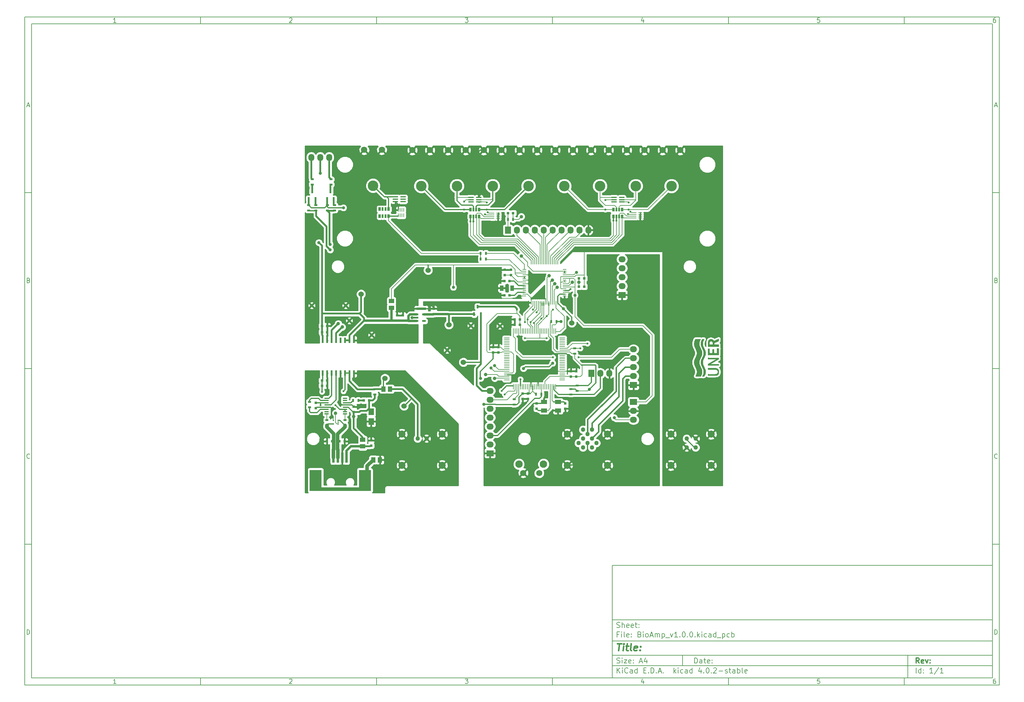
<source format=gbr>
G04 #@! TF.FileFunction,Copper,L1,Top,Signal*
%FSLAX46Y46*%
G04 Gerber Fmt 4.6, Leading zero omitted, Abs format (unit mm)*
G04 Created by KiCad (PCBNEW 4.0.2-stable) date 18/05/2017 14:25:04*
%MOMM*%
G01*
G04 APERTURE LIST*
%ADD10C,0.100000*%
%ADD11C,0.150000*%
%ADD12C,0.300000*%
%ADD13C,0.400000*%
%ADD14C,0.700000*%
%ADD15C,0.010000*%
%ADD16R,0.700000X3.000000*%
%ADD17R,3.400000X6.040000*%
%ADD18R,0.800000X0.750000*%
%ADD19R,1.000000X1.600000*%
%ADD20R,0.750000X0.800000*%
%ADD21R,0.500000X0.900000*%
%ADD22O,1.727200X2.032000*%
%ADD23R,0.797560X0.797560*%
%ADD24R,1.300000X1.500000*%
%ADD25R,1.500000X1.300000*%
%ADD26R,0.800000X0.800000*%
%ADD27R,2.032000X1.727200*%
%ADD28O,2.032000X1.727200*%
%ADD29R,1.727200X2.032000*%
%ADD30R,0.900000X0.500000*%
%ADD31R,1.800000X1.200000*%
%ADD32R,0.500000X1.000000*%
%ADD33R,0.700000X1.000000*%
%ADD34C,2.100000*%
%ADD35C,1.750000*%
%ADD36R,1.501140X1.950720*%
%ADD37R,0.599440X1.000760*%
%ADD38C,0.900000*%
%ADD39R,1.500000X0.350000*%
%ADD40C,1.524000*%
%ADD41C,1.800000*%
%ADD42C,3.000000*%
%ADD43R,0.280000X1.500000*%
%ADD44R,1.500000X0.280000*%
%ADD45R,0.600000X1.500000*%
%ADD46R,1.200000X0.400000*%
%ADD47R,0.250000X1.000000*%
%ADD48R,1.000000X0.250000*%
%ADD49R,1.000760X0.599440*%
%ADD50R,0.450000X0.300000*%
%ADD51C,1.270000*%
%ADD52C,2.000000*%
%ADD53C,1.000000*%
%ADD54C,0.600000*%
%ADD55C,0.200000*%
%ADD56C,0.500000*%
%ADD57C,1.000000*%
%ADD58C,0.254000*%
G04 APERTURE END LIST*
D10*
D11*
X177002200Y-166007200D02*
X177002200Y-198007200D01*
X285002200Y-198007200D01*
X285002200Y-166007200D01*
X177002200Y-166007200D01*
D10*
D11*
X10000000Y-10000000D02*
X10000000Y-200007200D01*
X287002200Y-200007200D01*
X287002200Y-10000000D01*
X10000000Y-10000000D01*
D10*
D11*
X12000000Y-12000000D02*
X12000000Y-198007200D01*
X285002200Y-198007200D01*
X285002200Y-12000000D01*
X12000000Y-12000000D01*
D10*
D11*
X60000000Y-12000000D02*
X60000000Y-10000000D01*
D10*
D11*
X110000000Y-12000000D02*
X110000000Y-10000000D01*
D10*
D11*
X160000000Y-12000000D02*
X160000000Y-10000000D01*
D10*
D11*
X210000000Y-12000000D02*
X210000000Y-10000000D01*
D10*
D11*
X260000000Y-12000000D02*
X260000000Y-10000000D01*
D10*
D11*
X35990476Y-11588095D02*
X35247619Y-11588095D01*
X35619048Y-11588095D02*
X35619048Y-10288095D01*
X35495238Y-10473810D01*
X35371429Y-10597619D01*
X35247619Y-10659524D01*
D10*
D11*
X85247619Y-10411905D02*
X85309524Y-10350000D01*
X85433333Y-10288095D01*
X85742857Y-10288095D01*
X85866667Y-10350000D01*
X85928571Y-10411905D01*
X85990476Y-10535714D01*
X85990476Y-10659524D01*
X85928571Y-10845238D01*
X85185714Y-11588095D01*
X85990476Y-11588095D01*
D10*
D11*
X135185714Y-10288095D02*
X135990476Y-10288095D01*
X135557143Y-10783333D01*
X135742857Y-10783333D01*
X135866667Y-10845238D01*
X135928571Y-10907143D01*
X135990476Y-11030952D01*
X135990476Y-11340476D01*
X135928571Y-11464286D01*
X135866667Y-11526190D01*
X135742857Y-11588095D01*
X135371429Y-11588095D01*
X135247619Y-11526190D01*
X135185714Y-11464286D01*
D10*
D11*
X185866667Y-10721429D02*
X185866667Y-11588095D01*
X185557143Y-10226190D02*
X185247619Y-11154762D01*
X186052381Y-11154762D01*
D10*
D11*
X235928571Y-10288095D02*
X235309524Y-10288095D01*
X235247619Y-10907143D01*
X235309524Y-10845238D01*
X235433333Y-10783333D01*
X235742857Y-10783333D01*
X235866667Y-10845238D01*
X235928571Y-10907143D01*
X235990476Y-11030952D01*
X235990476Y-11340476D01*
X235928571Y-11464286D01*
X235866667Y-11526190D01*
X235742857Y-11588095D01*
X235433333Y-11588095D01*
X235309524Y-11526190D01*
X235247619Y-11464286D01*
D10*
D11*
X285866667Y-10288095D02*
X285619048Y-10288095D01*
X285495238Y-10350000D01*
X285433333Y-10411905D01*
X285309524Y-10597619D01*
X285247619Y-10845238D01*
X285247619Y-11340476D01*
X285309524Y-11464286D01*
X285371429Y-11526190D01*
X285495238Y-11588095D01*
X285742857Y-11588095D01*
X285866667Y-11526190D01*
X285928571Y-11464286D01*
X285990476Y-11340476D01*
X285990476Y-11030952D01*
X285928571Y-10907143D01*
X285866667Y-10845238D01*
X285742857Y-10783333D01*
X285495238Y-10783333D01*
X285371429Y-10845238D01*
X285309524Y-10907143D01*
X285247619Y-11030952D01*
D10*
D11*
X60000000Y-198007200D02*
X60000000Y-200007200D01*
D10*
D11*
X110000000Y-198007200D02*
X110000000Y-200007200D01*
D10*
D11*
X160000000Y-198007200D02*
X160000000Y-200007200D01*
D10*
D11*
X210000000Y-198007200D02*
X210000000Y-200007200D01*
D10*
D11*
X260000000Y-198007200D02*
X260000000Y-200007200D01*
D10*
D11*
X35990476Y-199595295D02*
X35247619Y-199595295D01*
X35619048Y-199595295D02*
X35619048Y-198295295D01*
X35495238Y-198481010D01*
X35371429Y-198604819D01*
X35247619Y-198666724D01*
D10*
D11*
X85247619Y-198419105D02*
X85309524Y-198357200D01*
X85433333Y-198295295D01*
X85742857Y-198295295D01*
X85866667Y-198357200D01*
X85928571Y-198419105D01*
X85990476Y-198542914D01*
X85990476Y-198666724D01*
X85928571Y-198852438D01*
X85185714Y-199595295D01*
X85990476Y-199595295D01*
D10*
D11*
X135185714Y-198295295D02*
X135990476Y-198295295D01*
X135557143Y-198790533D01*
X135742857Y-198790533D01*
X135866667Y-198852438D01*
X135928571Y-198914343D01*
X135990476Y-199038152D01*
X135990476Y-199347676D01*
X135928571Y-199471486D01*
X135866667Y-199533390D01*
X135742857Y-199595295D01*
X135371429Y-199595295D01*
X135247619Y-199533390D01*
X135185714Y-199471486D01*
D10*
D11*
X185866667Y-198728629D02*
X185866667Y-199595295D01*
X185557143Y-198233390D02*
X185247619Y-199161962D01*
X186052381Y-199161962D01*
D10*
D11*
X235928571Y-198295295D02*
X235309524Y-198295295D01*
X235247619Y-198914343D01*
X235309524Y-198852438D01*
X235433333Y-198790533D01*
X235742857Y-198790533D01*
X235866667Y-198852438D01*
X235928571Y-198914343D01*
X235990476Y-199038152D01*
X235990476Y-199347676D01*
X235928571Y-199471486D01*
X235866667Y-199533390D01*
X235742857Y-199595295D01*
X235433333Y-199595295D01*
X235309524Y-199533390D01*
X235247619Y-199471486D01*
D10*
D11*
X285866667Y-198295295D02*
X285619048Y-198295295D01*
X285495238Y-198357200D01*
X285433333Y-198419105D01*
X285309524Y-198604819D01*
X285247619Y-198852438D01*
X285247619Y-199347676D01*
X285309524Y-199471486D01*
X285371429Y-199533390D01*
X285495238Y-199595295D01*
X285742857Y-199595295D01*
X285866667Y-199533390D01*
X285928571Y-199471486D01*
X285990476Y-199347676D01*
X285990476Y-199038152D01*
X285928571Y-198914343D01*
X285866667Y-198852438D01*
X285742857Y-198790533D01*
X285495238Y-198790533D01*
X285371429Y-198852438D01*
X285309524Y-198914343D01*
X285247619Y-199038152D01*
D10*
D11*
X10000000Y-60000000D02*
X12000000Y-60000000D01*
D10*
D11*
X10000000Y-110000000D02*
X12000000Y-110000000D01*
D10*
D11*
X10000000Y-160000000D02*
X12000000Y-160000000D01*
D10*
D11*
X10690476Y-35216667D02*
X11309524Y-35216667D01*
X10566667Y-35588095D02*
X11000000Y-34288095D01*
X11433333Y-35588095D01*
D10*
D11*
X11092857Y-84907143D02*
X11278571Y-84969048D01*
X11340476Y-85030952D01*
X11402381Y-85154762D01*
X11402381Y-85340476D01*
X11340476Y-85464286D01*
X11278571Y-85526190D01*
X11154762Y-85588095D01*
X10659524Y-85588095D01*
X10659524Y-84288095D01*
X11092857Y-84288095D01*
X11216667Y-84350000D01*
X11278571Y-84411905D01*
X11340476Y-84535714D01*
X11340476Y-84659524D01*
X11278571Y-84783333D01*
X11216667Y-84845238D01*
X11092857Y-84907143D01*
X10659524Y-84907143D01*
D10*
D11*
X11402381Y-135464286D02*
X11340476Y-135526190D01*
X11154762Y-135588095D01*
X11030952Y-135588095D01*
X10845238Y-135526190D01*
X10721429Y-135402381D01*
X10659524Y-135278571D01*
X10597619Y-135030952D01*
X10597619Y-134845238D01*
X10659524Y-134597619D01*
X10721429Y-134473810D01*
X10845238Y-134350000D01*
X11030952Y-134288095D01*
X11154762Y-134288095D01*
X11340476Y-134350000D01*
X11402381Y-134411905D01*
D10*
D11*
X10659524Y-185588095D02*
X10659524Y-184288095D01*
X10969048Y-184288095D01*
X11154762Y-184350000D01*
X11278571Y-184473810D01*
X11340476Y-184597619D01*
X11402381Y-184845238D01*
X11402381Y-185030952D01*
X11340476Y-185278571D01*
X11278571Y-185402381D01*
X11154762Y-185526190D01*
X10969048Y-185588095D01*
X10659524Y-185588095D01*
D10*
D11*
X287002200Y-60000000D02*
X285002200Y-60000000D01*
D10*
D11*
X287002200Y-110000000D02*
X285002200Y-110000000D01*
D10*
D11*
X287002200Y-160000000D02*
X285002200Y-160000000D01*
D10*
D11*
X285692676Y-35216667D02*
X286311724Y-35216667D01*
X285568867Y-35588095D02*
X286002200Y-34288095D01*
X286435533Y-35588095D01*
D10*
D11*
X286095057Y-84907143D02*
X286280771Y-84969048D01*
X286342676Y-85030952D01*
X286404581Y-85154762D01*
X286404581Y-85340476D01*
X286342676Y-85464286D01*
X286280771Y-85526190D01*
X286156962Y-85588095D01*
X285661724Y-85588095D01*
X285661724Y-84288095D01*
X286095057Y-84288095D01*
X286218867Y-84350000D01*
X286280771Y-84411905D01*
X286342676Y-84535714D01*
X286342676Y-84659524D01*
X286280771Y-84783333D01*
X286218867Y-84845238D01*
X286095057Y-84907143D01*
X285661724Y-84907143D01*
D10*
D11*
X286404581Y-135464286D02*
X286342676Y-135526190D01*
X286156962Y-135588095D01*
X286033152Y-135588095D01*
X285847438Y-135526190D01*
X285723629Y-135402381D01*
X285661724Y-135278571D01*
X285599819Y-135030952D01*
X285599819Y-134845238D01*
X285661724Y-134597619D01*
X285723629Y-134473810D01*
X285847438Y-134350000D01*
X286033152Y-134288095D01*
X286156962Y-134288095D01*
X286342676Y-134350000D01*
X286404581Y-134411905D01*
D10*
D11*
X285661724Y-185588095D02*
X285661724Y-184288095D01*
X285971248Y-184288095D01*
X286156962Y-184350000D01*
X286280771Y-184473810D01*
X286342676Y-184597619D01*
X286404581Y-184845238D01*
X286404581Y-185030952D01*
X286342676Y-185278571D01*
X286280771Y-185402381D01*
X286156962Y-185526190D01*
X285971248Y-185588095D01*
X285661724Y-185588095D01*
D10*
D11*
X200359343Y-193785771D02*
X200359343Y-192285771D01*
X200716486Y-192285771D01*
X200930771Y-192357200D01*
X201073629Y-192500057D01*
X201145057Y-192642914D01*
X201216486Y-192928629D01*
X201216486Y-193142914D01*
X201145057Y-193428629D01*
X201073629Y-193571486D01*
X200930771Y-193714343D01*
X200716486Y-193785771D01*
X200359343Y-193785771D01*
X202502200Y-193785771D02*
X202502200Y-193000057D01*
X202430771Y-192857200D01*
X202287914Y-192785771D01*
X202002200Y-192785771D01*
X201859343Y-192857200D01*
X202502200Y-193714343D02*
X202359343Y-193785771D01*
X202002200Y-193785771D01*
X201859343Y-193714343D01*
X201787914Y-193571486D01*
X201787914Y-193428629D01*
X201859343Y-193285771D01*
X202002200Y-193214343D01*
X202359343Y-193214343D01*
X202502200Y-193142914D01*
X203002200Y-192785771D02*
X203573629Y-192785771D01*
X203216486Y-192285771D02*
X203216486Y-193571486D01*
X203287914Y-193714343D01*
X203430772Y-193785771D01*
X203573629Y-193785771D01*
X204645057Y-193714343D02*
X204502200Y-193785771D01*
X204216486Y-193785771D01*
X204073629Y-193714343D01*
X204002200Y-193571486D01*
X204002200Y-193000057D01*
X204073629Y-192857200D01*
X204216486Y-192785771D01*
X204502200Y-192785771D01*
X204645057Y-192857200D01*
X204716486Y-193000057D01*
X204716486Y-193142914D01*
X204002200Y-193285771D01*
X205359343Y-193642914D02*
X205430771Y-193714343D01*
X205359343Y-193785771D01*
X205287914Y-193714343D01*
X205359343Y-193642914D01*
X205359343Y-193785771D01*
X205359343Y-192857200D02*
X205430771Y-192928629D01*
X205359343Y-193000057D01*
X205287914Y-192928629D01*
X205359343Y-192857200D01*
X205359343Y-193000057D01*
D10*
D11*
X177002200Y-194507200D02*
X285002200Y-194507200D01*
D10*
D11*
X178359343Y-196585771D02*
X178359343Y-195085771D01*
X179216486Y-196585771D02*
X178573629Y-195728629D01*
X179216486Y-195085771D02*
X178359343Y-195942914D01*
X179859343Y-196585771D02*
X179859343Y-195585771D01*
X179859343Y-195085771D02*
X179787914Y-195157200D01*
X179859343Y-195228629D01*
X179930771Y-195157200D01*
X179859343Y-195085771D01*
X179859343Y-195228629D01*
X181430772Y-196442914D02*
X181359343Y-196514343D01*
X181145057Y-196585771D01*
X181002200Y-196585771D01*
X180787915Y-196514343D01*
X180645057Y-196371486D01*
X180573629Y-196228629D01*
X180502200Y-195942914D01*
X180502200Y-195728629D01*
X180573629Y-195442914D01*
X180645057Y-195300057D01*
X180787915Y-195157200D01*
X181002200Y-195085771D01*
X181145057Y-195085771D01*
X181359343Y-195157200D01*
X181430772Y-195228629D01*
X182716486Y-196585771D02*
X182716486Y-195800057D01*
X182645057Y-195657200D01*
X182502200Y-195585771D01*
X182216486Y-195585771D01*
X182073629Y-195657200D01*
X182716486Y-196514343D02*
X182573629Y-196585771D01*
X182216486Y-196585771D01*
X182073629Y-196514343D01*
X182002200Y-196371486D01*
X182002200Y-196228629D01*
X182073629Y-196085771D01*
X182216486Y-196014343D01*
X182573629Y-196014343D01*
X182716486Y-195942914D01*
X184073629Y-196585771D02*
X184073629Y-195085771D01*
X184073629Y-196514343D02*
X183930772Y-196585771D01*
X183645058Y-196585771D01*
X183502200Y-196514343D01*
X183430772Y-196442914D01*
X183359343Y-196300057D01*
X183359343Y-195871486D01*
X183430772Y-195728629D01*
X183502200Y-195657200D01*
X183645058Y-195585771D01*
X183930772Y-195585771D01*
X184073629Y-195657200D01*
X185930772Y-195800057D02*
X186430772Y-195800057D01*
X186645058Y-196585771D02*
X185930772Y-196585771D01*
X185930772Y-195085771D01*
X186645058Y-195085771D01*
X187287915Y-196442914D02*
X187359343Y-196514343D01*
X187287915Y-196585771D01*
X187216486Y-196514343D01*
X187287915Y-196442914D01*
X187287915Y-196585771D01*
X188002201Y-196585771D02*
X188002201Y-195085771D01*
X188359344Y-195085771D01*
X188573629Y-195157200D01*
X188716487Y-195300057D01*
X188787915Y-195442914D01*
X188859344Y-195728629D01*
X188859344Y-195942914D01*
X188787915Y-196228629D01*
X188716487Y-196371486D01*
X188573629Y-196514343D01*
X188359344Y-196585771D01*
X188002201Y-196585771D01*
X189502201Y-196442914D02*
X189573629Y-196514343D01*
X189502201Y-196585771D01*
X189430772Y-196514343D01*
X189502201Y-196442914D01*
X189502201Y-196585771D01*
X190145058Y-196157200D02*
X190859344Y-196157200D01*
X190002201Y-196585771D02*
X190502201Y-195085771D01*
X191002201Y-196585771D01*
X191502201Y-196442914D02*
X191573629Y-196514343D01*
X191502201Y-196585771D01*
X191430772Y-196514343D01*
X191502201Y-196442914D01*
X191502201Y-196585771D01*
X194502201Y-196585771D02*
X194502201Y-195085771D01*
X194645058Y-196014343D02*
X195073629Y-196585771D01*
X195073629Y-195585771D02*
X194502201Y-196157200D01*
X195716487Y-196585771D02*
X195716487Y-195585771D01*
X195716487Y-195085771D02*
X195645058Y-195157200D01*
X195716487Y-195228629D01*
X195787915Y-195157200D01*
X195716487Y-195085771D01*
X195716487Y-195228629D01*
X197073630Y-196514343D02*
X196930773Y-196585771D01*
X196645059Y-196585771D01*
X196502201Y-196514343D01*
X196430773Y-196442914D01*
X196359344Y-196300057D01*
X196359344Y-195871486D01*
X196430773Y-195728629D01*
X196502201Y-195657200D01*
X196645059Y-195585771D01*
X196930773Y-195585771D01*
X197073630Y-195657200D01*
X198359344Y-196585771D02*
X198359344Y-195800057D01*
X198287915Y-195657200D01*
X198145058Y-195585771D01*
X197859344Y-195585771D01*
X197716487Y-195657200D01*
X198359344Y-196514343D02*
X198216487Y-196585771D01*
X197859344Y-196585771D01*
X197716487Y-196514343D01*
X197645058Y-196371486D01*
X197645058Y-196228629D01*
X197716487Y-196085771D01*
X197859344Y-196014343D01*
X198216487Y-196014343D01*
X198359344Y-195942914D01*
X199716487Y-196585771D02*
X199716487Y-195085771D01*
X199716487Y-196514343D02*
X199573630Y-196585771D01*
X199287916Y-196585771D01*
X199145058Y-196514343D01*
X199073630Y-196442914D01*
X199002201Y-196300057D01*
X199002201Y-195871486D01*
X199073630Y-195728629D01*
X199145058Y-195657200D01*
X199287916Y-195585771D01*
X199573630Y-195585771D01*
X199716487Y-195657200D01*
X202216487Y-195585771D02*
X202216487Y-196585771D01*
X201859344Y-195014343D02*
X201502201Y-196085771D01*
X202430773Y-196085771D01*
X203002201Y-196442914D02*
X203073629Y-196514343D01*
X203002201Y-196585771D01*
X202930772Y-196514343D01*
X203002201Y-196442914D01*
X203002201Y-196585771D01*
X204002201Y-195085771D02*
X204145058Y-195085771D01*
X204287915Y-195157200D01*
X204359344Y-195228629D01*
X204430773Y-195371486D01*
X204502201Y-195657200D01*
X204502201Y-196014343D01*
X204430773Y-196300057D01*
X204359344Y-196442914D01*
X204287915Y-196514343D01*
X204145058Y-196585771D01*
X204002201Y-196585771D01*
X203859344Y-196514343D01*
X203787915Y-196442914D01*
X203716487Y-196300057D01*
X203645058Y-196014343D01*
X203645058Y-195657200D01*
X203716487Y-195371486D01*
X203787915Y-195228629D01*
X203859344Y-195157200D01*
X204002201Y-195085771D01*
X205145058Y-196442914D02*
X205216486Y-196514343D01*
X205145058Y-196585771D01*
X205073629Y-196514343D01*
X205145058Y-196442914D01*
X205145058Y-196585771D01*
X205787915Y-195228629D02*
X205859344Y-195157200D01*
X206002201Y-195085771D01*
X206359344Y-195085771D01*
X206502201Y-195157200D01*
X206573630Y-195228629D01*
X206645058Y-195371486D01*
X206645058Y-195514343D01*
X206573630Y-195728629D01*
X205716487Y-196585771D01*
X206645058Y-196585771D01*
X207287915Y-196014343D02*
X208430772Y-196014343D01*
X209073629Y-196514343D02*
X209216486Y-196585771D01*
X209502201Y-196585771D01*
X209645058Y-196514343D01*
X209716486Y-196371486D01*
X209716486Y-196300057D01*
X209645058Y-196157200D01*
X209502201Y-196085771D01*
X209287915Y-196085771D01*
X209145058Y-196014343D01*
X209073629Y-195871486D01*
X209073629Y-195800057D01*
X209145058Y-195657200D01*
X209287915Y-195585771D01*
X209502201Y-195585771D01*
X209645058Y-195657200D01*
X210145058Y-195585771D02*
X210716487Y-195585771D01*
X210359344Y-195085771D02*
X210359344Y-196371486D01*
X210430772Y-196514343D01*
X210573630Y-196585771D01*
X210716487Y-196585771D01*
X211859344Y-196585771D02*
X211859344Y-195800057D01*
X211787915Y-195657200D01*
X211645058Y-195585771D01*
X211359344Y-195585771D01*
X211216487Y-195657200D01*
X211859344Y-196514343D02*
X211716487Y-196585771D01*
X211359344Y-196585771D01*
X211216487Y-196514343D01*
X211145058Y-196371486D01*
X211145058Y-196228629D01*
X211216487Y-196085771D01*
X211359344Y-196014343D01*
X211716487Y-196014343D01*
X211859344Y-195942914D01*
X212573630Y-196585771D02*
X212573630Y-195085771D01*
X212573630Y-195657200D02*
X212716487Y-195585771D01*
X213002201Y-195585771D01*
X213145058Y-195657200D01*
X213216487Y-195728629D01*
X213287916Y-195871486D01*
X213287916Y-196300057D01*
X213216487Y-196442914D01*
X213145058Y-196514343D01*
X213002201Y-196585771D01*
X212716487Y-196585771D01*
X212573630Y-196514343D01*
X214145059Y-196585771D02*
X214002201Y-196514343D01*
X213930773Y-196371486D01*
X213930773Y-195085771D01*
X215287915Y-196514343D02*
X215145058Y-196585771D01*
X214859344Y-196585771D01*
X214716487Y-196514343D01*
X214645058Y-196371486D01*
X214645058Y-195800057D01*
X214716487Y-195657200D01*
X214859344Y-195585771D01*
X215145058Y-195585771D01*
X215287915Y-195657200D01*
X215359344Y-195800057D01*
X215359344Y-195942914D01*
X214645058Y-196085771D01*
D10*
D11*
X177002200Y-191507200D02*
X285002200Y-191507200D01*
D10*
D12*
X264216486Y-193785771D02*
X263716486Y-193071486D01*
X263359343Y-193785771D02*
X263359343Y-192285771D01*
X263930771Y-192285771D01*
X264073629Y-192357200D01*
X264145057Y-192428629D01*
X264216486Y-192571486D01*
X264216486Y-192785771D01*
X264145057Y-192928629D01*
X264073629Y-193000057D01*
X263930771Y-193071486D01*
X263359343Y-193071486D01*
X265430771Y-193714343D02*
X265287914Y-193785771D01*
X265002200Y-193785771D01*
X264859343Y-193714343D01*
X264787914Y-193571486D01*
X264787914Y-193000057D01*
X264859343Y-192857200D01*
X265002200Y-192785771D01*
X265287914Y-192785771D01*
X265430771Y-192857200D01*
X265502200Y-193000057D01*
X265502200Y-193142914D01*
X264787914Y-193285771D01*
X266002200Y-192785771D02*
X266359343Y-193785771D01*
X266716485Y-192785771D01*
X267287914Y-193642914D02*
X267359342Y-193714343D01*
X267287914Y-193785771D01*
X267216485Y-193714343D01*
X267287914Y-193642914D01*
X267287914Y-193785771D01*
X267287914Y-192857200D02*
X267359342Y-192928629D01*
X267287914Y-193000057D01*
X267216485Y-192928629D01*
X267287914Y-192857200D01*
X267287914Y-193000057D01*
D10*
D11*
X178287914Y-193714343D02*
X178502200Y-193785771D01*
X178859343Y-193785771D01*
X179002200Y-193714343D01*
X179073629Y-193642914D01*
X179145057Y-193500057D01*
X179145057Y-193357200D01*
X179073629Y-193214343D01*
X179002200Y-193142914D01*
X178859343Y-193071486D01*
X178573629Y-193000057D01*
X178430771Y-192928629D01*
X178359343Y-192857200D01*
X178287914Y-192714343D01*
X178287914Y-192571486D01*
X178359343Y-192428629D01*
X178430771Y-192357200D01*
X178573629Y-192285771D01*
X178930771Y-192285771D01*
X179145057Y-192357200D01*
X179787914Y-193785771D02*
X179787914Y-192785771D01*
X179787914Y-192285771D02*
X179716485Y-192357200D01*
X179787914Y-192428629D01*
X179859342Y-192357200D01*
X179787914Y-192285771D01*
X179787914Y-192428629D01*
X180359343Y-192785771D02*
X181145057Y-192785771D01*
X180359343Y-193785771D01*
X181145057Y-193785771D01*
X182287914Y-193714343D02*
X182145057Y-193785771D01*
X181859343Y-193785771D01*
X181716486Y-193714343D01*
X181645057Y-193571486D01*
X181645057Y-193000057D01*
X181716486Y-192857200D01*
X181859343Y-192785771D01*
X182145057Y-192785771D01*
X182287914Y-192857200D01*
X182359343Y-193000057D01*
X182359343Y-193142914D01*
X181645057Y-193285771D01*
X183002200Y-193642914D02*
X183073628Y-193714343D01*
X183002200Y-193785771D01*
X182930771Y-193714343D01*
X183002200Y-193642914D01*
X183002200Y-193785771D01*
X183002200Y-192857200D02*
X183073628Y-192928629D01*
X183002200Y-193000057D01*
X182930771Y-192928629D01*
X183002200Y-192857200D01*
X183002200Y-193000057D01*
X184787914Y-193357200D02*
X185502200Y-193357200D01*
X184645057Y-193785771D02*
X185145057Y-192285771D01*
X185645057Y-193785771D01*
X186787914Y-192785771D02*
X186787914Y-193785771D01*
X186430771Y-192214343D02*
X186073628Y-193285771D01*
X187002200Y-193285771D01*
D10*
D11*
X263359343Y-196585771D02*
X263359343Y-195085771D01*
X264716486Y-196585771D02*
X264716486Y-195085771D01*
X264716486Y-196514343D02*
X264573629Y-196585771D01*
X264287915Y-196585771D01*
X264145057Y-196514343D01*
X264073629Y-196442914D01*
X264002200Y-196300057D01*
X264002200Y-195871486D01*
X264073629Y-195728629D01*
X264145057Y-195657200D01*
X264287915Y-195585771D01*
X264573629Y-195585771D01*
X264716486Y-195657200D01*
X265430772Y-196442914D02*
X265502200Y-196514343D01*
X265430772Y-196585771D01*
X265359343Y-196514343D01*
X265430772Y-196442914D01*
X265430772Y-196585771D01*
X265430772Y-195657200D02*
X265502200Y-195728629D01*
X265430772Y-195800057D01*
X265359343Y-195728629D01*
X265430772Y-195657200D01*
X265430772Y-195800057D01*
X268073629Y-196585771D02*
X267216486Y-196585771D01*
X267645058Y-196585771D02*
X267645058Y-195085771D01*
X267502201Y-195300057D01*
X267359343Y-195442914D01*
X267216486Y-195514343D01*
X269787914Y-195014343D02*
X268502200Y-196942914D01*
X271073629Y-196585771D02*
X270216486Y-196585771D01*
X270645058Y-196585771D02*
X270645058Y-195085771D01*
X270502201Y-195300057D01*
X270359343Y-195442914D01*
X270216486Y-195514343D01*
D10*
D11*
X177002200Y-187507200D02*
X285002200Y-187507200D01*
D10*
D13*
X178454581Y-188211962D02*
X179597438Y-188211962D01*
X178776010Y-190211962D02*
X179026010Y-188211962D01*
X180014105Y-190211962D02*
X180180771Y-188878629D01*
X180264105Y-188211962D02*
X180156962Y-188307200D01*
X180240295Y-188402438D01*
X180347439Y-188307200D01*
X180264105Y-188211962D01*
X180240295Y-188402438D01*
X180847438Y-188878629D02*
X181609343Y-188878629D01*
X181216486Y-188211962D02*
X181002200Y-189926248D01*
X181073630Y-190116724D01*
X181252201Y-190211962D01*
X181442677Y-190211962D01*
X182395058Y-190211962D02*
X182216487Y-190116724D01*
X182145057Y-189926248D01*
X182359343Y-188211962D01*
X183930772Y-190116724D02*
X183728391Y-190211962D01*
X183347439Y-190211962D01*
X183168867Y-190116724D01*
X183097438Y-189926248D01*
X183192676Y-189164343D01*
X183311724Y-188973867D01*
X183514105Y-188878629D01*
X183895057Y-188878629D01*
X184073629Y-188973867D01*
X184145057Y-189164343D01*
X184121248Y-189354819D01*
X183145057Y-189545295D01*
X184895057Y-190021486D02*
X184978392Y-190116724D01*
X184871248Y-190211962D01*
X184787915Y-190116724D01*
X184895057Y-190021486D01*
X184871248Y-190211962D01*
X185026010Y-188973867D02*
X185109344Y-189069105D01*
X185002200Y-189164343D01*
X184918867Y-189069105D01*
X185026010Y-188973867D01*
X185002200Y-189164343D01*
D10*
D11*
X178859343Y-185600057D02*
X178359343Y-185600057D01*
X178359343Y-186385771D02*
X178359343Y-184885771D01*
X179073629Y-184885771D01*
X179645057Y-186385771D02*
X179645057Y-185385771D01*
X179645057Y-184885771D02*
X179573628Y-184957200D01*
X179645057Y-185028629D01*
X179716485Y-184957200D01*
X179645057Y-184885771D01*
X179645057Y-185028629D01*
X180573629Y-186385771D02*
X180430771Y-186314343D01*
X180359343Y-186171486D01*
X180359343Y-184885771D01*
X181716485Y-186314343D02*
X181573628Y-186385771D01*
X181287914Y-186385771D01*
X181145057Y-186314343D01*
X181073628Y-186171486D01*
X181073628Y-185600057D01*
X181145057Y-185457200D01*
X181287914Y-185385771D01*
X181573628Y-185385771D01*
X181716485Y-185457200D01*
X181787914Y-185600057D01*
X181787914Y-185742914D01*
X181073628Y-185885771D01*
X182430771Y-186242914D02*
X182502199Y-186314343D01*
X182430771Y-186385771D01*
X182359342Y-186314343D01*
X182430771Y-186242914D01*
X182430771Y-186385771D01*
X182430771Y-185457200D02*
X182502199Y-185528629D01*
X182430771Y-185600057D01*
X182359342Y-185528629D01*
X182430771Y-185457200D01*
X182430771Y-185600057D01*
X184787914Y-185600057D02*
X185002200Y-185671486D01*
X185073628Y-185742914D01*
X185145057Y-185885771D01*
X185145057Y-186100057D01*
X185073628Y-186242914D01*
X185002200Y-186314343D01*
X184859342Y-186385771D01*
X184287914Y-186385771D01*
X184287914Y-184885771D01*
X184787914Y-184885771D01*
X184930771Y-184957200D01*
X185002200Y-185028629D01*
X185073628Y-185171486D01*
X185073628Y-185314343D01*
X185002200Y-185457200D01*
X184930771Y-185528629D01*
X184787914Y-185600057D01*
X184287914Y-185600057D01*
X185787914Y-186385771D02*
X185787914Y-185385771D01*
X185787914Y-184885771D02*
X185716485Y-184957200D01*
X185787914Y-185028629D01*
X185859342Y-184957200D01*
X185787914Y-184885771D01*
X185787914Y-185028629D01*
X186716486Y-186385771D02*
X186573628Y-186314343D01*
X186502200Y-186242914D01*
X186430771Y-186100057D01*
X186430771Y-185671486D01*
X186502200Y-185528629D01*
X186573628Y-185457200D01*
X186716486Y-185385771D01*
X186930771Y-185385771D01*
X187073628Y-185457200D01*
X187145057Y-185528629D01*
X187216486Y-185671486D01*
X187216486Y-186100057D01*
X187145057Y-186242914D01*
X187073628Y-186314343D01*
X186930771Y-186385771D01*
X186716486Y-186385771D01*
X187787914Y-185957200D02*
X188502200Y-185957200D01*
X187645057Y-186385771D02*
X188145057Y-184885771D01*
X188645057Y-186385771D01*
X189145057Y-186385771D02*
X189145057Y-185385771D01*
X189145057Y-185528629D02*
X189216485Y-185457200D01*
X189359343Y-185385771D01*
X189573628Y-185385771D01*
X189716485Y-185457200D01*
X189787914Y-185600057D01*
X189787914Y-186385771D01*
X189787914Y-185600057D02*
X189859343Y-185457200D01*
X190002200Y-185385771D01*
X190216485Y-185385771D01*
X190359343Y-185457200D01*
X190430771Y-185600057D01*
X190430771Y-186385771D01*
X191145057Y-185385771D02*
X191145057Y-186885771D01*
X191145057Y-185457200D02*
X191287914Y-185385771D01*
X191573628Y-185385771D01*
X191716485Y-185457200D01*
X191787914Y-185528629D01*
X191859343Y-185671486D01*
X191859343Y-186100057D01*
X191787914Y-186242914D01*
X191716485Y-186314343D01*
X191573628Y-186385771D01*
X191287914Y-186385771D01*
X191145057Y-186314343D01*
X192145057Y-186528629D02*
X193287914Y-186528629D01*
X193502200Y-185385771D02*
X193859343Y-186385771D01*
X194216485Y-185385771D01*
X195573628Y-186385771D02*
X194716485Y-186385771D01*
X195145057Y-186385771D02*
X195145057Y-184885771D01*
X195002200Y-185100057D01*
X194859342Y-185242914D01*
X194716485Y-185314343D01*
X196216485Y-186242914D02*
X196287913Y-186314343D01*
X196216485Y-186385771D01*
X196145056Y-186314343D01*
X196216485Y-186242914D01*
X196216485Y-186385771D01*
X197216485Y-184885771D02*
X197359342Y-184885771D01*
X197502199Y-184957200D01*
X197573628Y-185028629D01*
X197645057Y-185171486D01*
X197716485Y-185457200D01*
X197716485Y-185814343D01*
X197645057Y-186100057D01*
X197573628Y-186242914D01*
X197502199Y-186314343D01*
X197359342Y-186385771D01*
X197216485Y-186385771D01*
X197073628Y-186314343D01*
X197002199Y-186242914D01*
X196930771Y-186100057D01*
X196859342Y-185814343D01*
X196859342Y-185457200D01*
X196930771Y-185171486D01*
X197002199Y-185028629D01*
X197073628Y-184957200D01*
X197216485Y-184885771D01*
X198359342Y-186242914D02*
X198430770Y-186314343D01*
X198359342Y-186385771D01*
X198287913Y-186314343D01*
X198359342Y-186242914D01*
X198359342Y-186385771D01*
X199359342Y-184885771D02*
X199502199Y-184885771D01*
X199645056Y-184957200D01*
X199716485Y-185028629D01*
X199787914Y-185171486D01*
X199859342Y-185457200D01*
X199859342Y-185814343D01*
X199787914Y-186100057D01*
X199716485Y-186242914D01*
X199645056Y-186314343D01*
X199502199Y-186385771D01*
X199359342Y-186385771D01*
X199216485Y-186314343D01*
X199145056Y-186242914D01*
X199073628Y-186100057D01*
X199002199Y-185814343D01*
X199002199Y-185457200D01*
X199073628Y-185171486D01*
X199145056Y-185028629D01*
X199216485Y-184957200D01*
X199359342Y-184885771D01*
X200502199Y-186242914D02*
X200573627Y-186314343D01*
X200502199Y-186385771D01*
X200430770Y-186314343D01*
X200502199Y-186242914D01*
X200502199Y-186385771D01*
X201216485Y-186385771D02*
X201216485Y-184885771D01*
X201359342Y-185814343D02*
X201787913Y-186385771D01*
X201787913Y-185385771D02*
X201216485Y-185957200D01*
X202430771Y-186385771D02*
X202430771Y-185385771D01*
X202430771Y-184885771D02*
X202359342Y-184957200D01*
X202430771Y-185028629D01*
X202502199Y-184957200D01*
X202430771Y-184885771D01*
X202430771Y-185028629D01*
X203787914Y-186314343D02*
X203645057Y-186385771D01*
X203359343Y-186385771D01*
X203216485Y-186314343D01*
X203145057Y-186242914D01*
X203073628Y-186100057D01*
X203073628Y-185671486D01*
X203145057Y-185528629D01*
X203216485Y-185457200D01*
X203359343Y-185385771D01*
X203645057Y-185385771D01*
X203787914Y-185457200D01*
X205073628Y-186385771D02*
X205073628Y-185600057D01*
X205002199Y-185457200D01*
X204859342Y-185385771D01*
X204573628Y-185385771D01*
X204430771Y-185457200D01*
X205073628Y-186314343D02*
X204930771Y-186385771D01*
X204573628Y-186385771D01*
X204430771Y-186314343D01*
X204359342Y-186171486D01*
X204359342Y-186028629D01*
X204430771Y-185885771D01*
X204573628Y-185814343D01*
X204930771Y-185814343D01*
X205073628Y-185742914D01*
X206430771Y-186385771D02*
X206430771Y-184885771D01*
X206430771Y-186314343D02*
X206287914Y-186385771D01*
X206002200Y-186385771D01*
X205859342Y-186314343D01*
X205787914Y-186242914D01*
X205716485Y-186100057D01*
X205716485Y-185671486D01*
X205787914Y-185528629D01*
X205859342Y-185457200D01*
X206002200Y-185385771D01*
X206287914Y-185385771D01*
X206430771Y-185457200D01*
X206787914Y-186528629D02*
X207930771Y-186528629D01*
X208287914Y-185385771D02*
X208287914Y-186885771D01*
X208287914Y-185457200D02*
X208430771Y-185385771D01*
X208716485Y-185385771D01*
X208859342Y-185457200D01*
X208930771Y-185528629D01*
X209002200Y-185671486D01*
X209002200Y-186100057D01*
X208930771Y-186242914D01*
X208859342Y-186314343D01*
X208716485Y-186385771D01*
X208430771Y-186385771D01*
X208287914Y-186314343D01*
X210287914Y-186314343D02*
X210145057Y-186385771D01*
X209859343Y-186385771D01*
X209716485Y-186314343D01*
X209645057Y-186242914D01*
X209573628Y-186100057D01*
X209573628Y-185671486D01*
X209645057Y-185528629D01*
X209716485Y-185457200D01*
X209859343Y-185385771D01*
X210145057Y-185385771D01*
X210287914Y-185457200D01*
X210930771Y-186385771D02*
X210930771Y-184885771D01*
X210930771Y-185457200D02*
X211073628Y-185385771D01*
X211359342Y-185385771D01*
X211502199Y-185457200D01*
X211573628Y-185528629D01*
X211645057Y-185671486D01*
X211645057Y-186100057D01*
X211573628Y-186242914D01*
X211502199Y-186314343D01*
X211359342Y-186385771D01*
X211073628Y-186385771D01*
X210930771Y-186314343D01*
D10*
D11*
X177002200Y-181507200D02*
X285002200Y-181507200D01*
D10*
D11*
X178287914Y-183614343D02*
X178502200Y-183685771D01*
X178859343Y-183685771D01*
X179002200Y-183614343D01*
X179073629Y-183542914D01*
X179145057Y-183400057D01*
X179145057Y-183257200D01*
X179073629Y-183114343D01*
X179002200Y-183042914D01*
X178859343Y-182971486D01*
X178573629Y-182900057D01*
X178430771Y-182828629D01*
X178359343Y-182757200D01*
X178287914Y-182614343D01*
X178287914Y-182471486D01*
X178359343Y-182328629D01*
X178430771Y-182257200D01*
X178573629Y-182185771D01*
X178930771Y-182185771D01*
X179145057Y-182257200D01*
X179787914Y-183685771D02*
X179787914Y-182185771D01*
X180430771Y-183685771D02*
X180430771Y-182900057D01*
X180359342Y-182757200D01*
X180216485Y-182685771D01*
X180002200Y-182685771D01*
X179859342Y-182757200D01*
X179787914Y-182828629D01*
X181716485Y-183614343D02*
X181573628Y-183685771D01*
X181287914Y-183685771D01*
X181145057Y-183614343D01*
X181073628Y-183471486D01*
X181073628Y-182900057D01*
X181145057Y-182757200D01*
X181287914Y-182685771D01*
X181573628Y-182685771D01*
X181716485Y-182757200D01*
X181787914Y-182900057D01*
X181787914Y-183042914D01*
X181073628Y-183185771D01*
X183002199Y-183614343D02*
X182859342Y-183685771D01*
X182573628Y-183685771D01*
X182430771Y-183614343D01*
X182359342Y-183471486D01*
X182359342Y-182900057D01*
X182430771Y-182757200D01*
X182573628Y-182685771D01*
X182859342Y-182685771D01*
X183002199Y-182757200D01*
X183073628Y-182900057D01*
X183073628Y-183042914D01*
X182359342Y-183185771D01*
X183502199Y-182685771D02*
X184073628Y-182685771D01*
X183716485Y-182185771D02*
X183716485Y-183471486D01*
X183787913Y-183614343D01*
X183930771Y-183685771D01*
X184073628Y-183685771D01*
X184573628Y-183542914D02*
X184645056Y-183614343D01*
X184573628Y-183685771D01*
X184502199Y-183614343D01*
X184573628Y-183542914D01*
X184573628Y-183685771D01*
X184573628Y-182757200D02*
X184645056Y-182828629D01*
X184573628Y-182900057D01*
X184502199Y-182828629D01*
X184573628Y-182757200D01*
X184573628Y-182900057D01*
D10*
D11*
X197002200Y-191507200D02*
X197002200Y-194507200D01*
D10*
D11*
X261002200Y-191507200D02*
X261002200Y-198007200D01*
D14*
X121666000Y-93012000D02*
X123698000Y-93012000D01*
D15*
G36*
X204177089Y-110034017D02*
X204177140Y-110000118D01*
X204177310Y-109972090D01*
X204177667Y-109949308D01*
X204178282Y-109931142D01*
X204179224Y-109916966D01*
X204180562Y-109906152D01*
X204182366Y-109898073D01*
X204184705Y-109892102D01*
X204187648Y-109887611D01*
X204191265Y-109883972D01*
X204195626Y-109880558D01*
X204198787Y-109878240D01*
X204210491Y-109869623D01*
X205283303Y-109870071D01*
X205370574Y-109870115D01*
X205456136Y-109870171D01*
X205539706Y-109870240D01*
X205621000Y-109870320D01*
X205699734Y-109870411D01*
X205775625Y-109870512D01*
X205848390Y-109870623D01*
X205917744Y-109870742D01*
X205983405Y-109870870D01*
X206045088Y-109871006D01*
X206102511Y-109871148D01*
X206155389Y-109871296D01*
X206203440Y-109871450D01*
X206246379Y-109871609D01*
X206283923Y-109871772D01*
X206315789Y-109871939D01*
X206341692Y-109872109D01*
X206361350Y-109872280D01*
X206374479Y-109872454D01*
X206380795Y-109872628D01*
X206381058Y-109872647D01*
X206413184Y-109875745D01*
X206439889Y-109879187D01*
X206462882Y-109883244D01*
X206483868Y-109888192D01*
X206491879Y-109890423D01*
X206507345Y-109894617D01*
X206521625Y-109897987D01*
X206532334Y-109899987D01*
X206534835Y-109900265D01*
X206542868Y-109901772D01*
X206546716Y-109904332D01*
X206546772Y-109904674D01*
X206549940Y-109908201D01*
X206558557Y-109913565D01*
X206571356Y-109920222D01*
X206587068Y-109927630D01*
X206604427Y-109935244D01*
X206622164Y-109942521D01*
X206639012Y-109948917D01*
X206653702Y-109953888D01*
X206664968Y-109956891D01*
X206670032Y-109957531D01*
X206674558Y-109959233D01*
X206675040Y-109960501D01*
X206678153Y-109962538D01*
X206685715Y-109963465D01*
X206686393Y-109963470D01*
X206696128Y-109964286D01*
X206709371Y-109966392D01*
X206719355Y-109968460D01*
X206735649Y-109972178D01*
X206753264Y-109976133D01*
X206761866Y-109978037D01*
X206773923Y-109981267D01*
X206783449Y-109984868D01*
X206787446Y-109987301D01*
X206793324Y-109991315D01*
X206795937Y-109991977D01*
X206800163Y-109994082D01*
X206807832Y-110000612D01*
X206819282Y-110011886D01*
X206834853Y-110028227D01*
X206840155Y-110033925D01*
X206851605Y-110044650D01*
X206864843Y-110054812D01*
X206870444Y-110058400D01*
X206880773Y-110064792D01*
X206888956Y-110070469D01*
X206891771Y-110072812D01*
X206897329Y-110076812D01*
X206899684Y-110077499D01*
X206904629Y-110079714D01*
X206913595Y-110085682D01*
X206925307Y-110094387D01*
X206938489Y-110104813D01*
X206951865Y-110115945D01*
X206964160Y-110126767D01*
X206974100Y-110136262D01*
X206976148Y-110138396D01*
X207005216Y-110168402D01*
X207030843Y-110192585D01*
X207053316Y-110211199D01*
X207072922Y-110224495D01*
X207076778Y-110226677D01*
X207084016Y-110232541D01*
X207087469Y-110238258D01*
X207089998Y-110243808D01*
X207091689Y-110244980D01*
X207094421Y-110247951D01*
X207098528Y-110255478D01*
X207100637Y-110260124D01*
X207105956Y-110272368D01*
X207111143Y-110284047D01*
X207112288Y-110286573D01*
X207116092Y-110295622D01*
X207118344Y-110302301D01*
X207118411Y-110302608D01*
X207120433Y-110309079D01*
X207123950Y-110318007D01*
X207123960Y-110318030D01*
X207127786Y-110329442D01*
X207129870Y-110339410D01*
X207132137Y-110351231D01*
X207134737Y-110360431D01*
X207137452Y-110370536D01*
X207138563Y-110378248D01*
X207141034Y-110386830D01*
X207148067Y-110399720D01*
X207159821Y-110417180D01*
X207173870Y-110436106D01*
X207181622Y-110446446D01*
X207187334Y-110454459D01*
X207189912Y-110458603D01*
X207189960Y-110458784D01*
X207191706Y-110463027D01*
X207192743Y-110464782D01*
X207195875Y-110472899D01*
X207199288Y-110487554D01*
X207202884Y-110508170D01*
X207206569Y-110534170D01*
X207210245Y-110564975D01*
X207211655Y-110578159D01*
X207213365Y-110591146D01*
X207215993Y-110607361D01*
X207218654Y-110621660D01*
X207221224Y-110635664D01*
X207223070Y-110647988D01*
X207223804Y-110656034D01*
X207223805Y-110656193D01*
X207225039Y-110663756D01*
X207227213Y-110667148D01*
X207229275Y-110671810D01*
X207228852Y-110673864D01*
X207228706Y-110678841D01*
X207229468Y-110689536D01*
X207231008Y-110704617D01*
X207233198Y-110722751D01*
X207234618Y-110733437D01*
X207237195Y-110754056D01*
X207239212Y-110774775D01*
X207240744Y-110796974D01*
X207241868Y-110822029D01*
X207242659Y-110851319D01*
X207243193Y-110886223D01*
X207243234Y-110889957D01*
X207243472Y-110917507D01*
X207243596Y-110943914D01*
X207243608Y-110967992D01*
X207243512Y-110988556D01*
X207243309Y-111004418D01*
X207243002Y-111014392D01*
X207242986Y-111014677D01*
X207242209Y-111026002D01*
X207240898Y-111042699D01*
X207239196Y-111063044D01*
X207237246Y-111085313D01*
X207235732Y-111101980D01*
X207233781Y-111123239D01*
X207232027Y-111142578D01*
X207230593Y-111158656D01*
X207229596Y-111170133D01*
X207229180Y-111175303D01*
X207227997Y-111183534D01*
X207226606Y-111187775D01*
X207225480Y-111192624D01*
X207224147Y-111202740D01*
X207222835Y-111216278D01*
X207222372Y-111222158D01*
X207221146Y-111236736D01*
X207219848Y-111248816D01*
X207218697Y-111256457D01*
X207218345Y-111257792D01*
X207217228Y-111263154D01*
X207215672Y-111273785D01*
X207213928Y-111287861D01*
X207213006Y-111296186D01*
X207211216Y-111312880D01*
X207209502Y-111328600D01*
X207208142Y-111340819D01*
X207207744Y-111344292D01*
X207204156Y-111368225D01*
X207199574Y-111388021D01*
X207194306Y-111402489D01*
X207191478Y-111407398D01*
X207186729Y-111415153D01*
X207184614Y-111420741D01*
X207184607Y-111420924D01*
X207182723Y-111426938D01*
X207177540Y-111437535D01*
X207169768Y-111451405D01*
X207160114Y-111467236D01*
X207156820Y-111472382D01*
X207150642Y-111482670D01*
X207146498Y-111490997D01*
X207145410Y-111494653D01*
X207143335Y-111498930D01*
X207142008Y-111499301D01*
X207139262Y-111502431D01*
X207136701Y-111510199D01*
X207136198Y-111512663D01*
X207134001Y-111522318D01*
X207131681Y-111528941D01*
X207131299Y-111529590D01*
X207129532Y-111535215D01*
X207128263Y-111544718D01*
X207128087Y-111547407D01*
X207124549Y-111569626D01*
X207115907Y-111591289D01*
X207101670Y-111613268D01*
X207081347Y-111636439D01*
X207073680Y-111644052D01*
X207060833Y-111657051D01*
X207048499Y-111670535D01*
X207038595Y-111682370D01*
X207035285Y-111686813D01*
X207025399Y-111700157D01*
X207015522Y-111711292D01*
X207003820Y-111722020D01*
X206988456Y-111734142D01*
X206982702Y-111738437D01*
X206970692Y-111748157D01*
X206956099Y-111761206D01*
X206941089Y-111775601D01*
X206931946Y-111784936D01*
X206914857Y-111801862D01*
X206899540Y-111814070D01*
X206883827Y-111822777D01*
X206865547Y-111829205D01*
X206844302Y-111834213D01*
X206821948Y-111840096D01*
X206799785Y-111848240D01*
X206780248Y-111857643D01*
X206767688Y-111865751D01*
X206757289Y-111873014D01*
X206747114Y-111878907D01*
X206745061Y-111879876D01*
X206737223Y-111885204D01*
X206733064Y-111891362D01*
X206730224Y-111897093D01*
X206728035Y-111898403D01*
X206723699Y-111900285D01*
X206715309Y-111905234D01*
X206704630Y-111912204D01*
X206703965Y-111912656D01*
X206692423Y-111919818D01*
X206682173Y-111924936D01*
X206675419Y-111926910D01*
X206675384Y-111926910D01*
X206666694Y-111928242D01*
X206656430Y-111931455D01*
X206656217Y-111931541D01*
X206648600Y-111933340D01*
X206635309Y-111934794D01*
X206615967Y-111935923D01*
X206590200Y-111936751D01*
X206562792Y-111937238D01*
X206539224Y-111937636D01*
X206517996Y-111938169D01*
X206500160Y-111938796D01*
X206486770Y-111939477D01*
X206478880Y-111940170D01*
X206477270Y-111940539D01*
X206472492Y-111941598D01*
X206462126Y-111942824D01*
X206447705Y-111944065D01*
X206430946Y-111945157D01*
X206409386Y-111946711D01*
X206385869Y-111948970D01*
X206363847Y-111951579D01*
X206352279Y-111953245D01*
X206343708Y-111954585D01*
X206335283Y-111955832D01*
X206326735Y-111956989D01*
X206317797Y-111958059D01*
X206308201Y-111959046D01*
X206297677Y-111959953D01*
X206285957Y-111960783D01*
X206272774Y-111961540D01*
X206257858Y-111962225D01*
X206240942Y-111962844D01*
X206221757Y-111963398D01*
X206200035Y-111963892D01*
X206175508Y-111964328D01*
X206147907Y-111964710D01*
X206116964Y-111965040D01*
X206082410Y-111965323D01*
X206043978Y-111965561D01*
X206001399Y-111965757D01*
X205954404Y-111965915D01*
X205902726Y-111966038D01*
X205846097Y-111966130D01*
X205784246Y-111966192D01*
X205716908Y-111966229D01*
X205643812Y-111966244D01*
X205564692Y-111966240D01*
X205479277Y-111966220D01*
X205387301Y-111966188D01*
X205288495Y-111966147D01*
X205277621Y-111966142D01*
X205169209Y-111966105D01*
X205067829Y-111966092D01*
X204973387Y-111966106D01*
X204885789Y-111966145D01*
X204804940Y-111966210D01*
X204730746Y-111966302D01*
X204663114Y-111966420D01*
X204601947Y-111966566D01*
X204547153Y-111966739D01*
X204498636Y-111966939D01*
X204456303Y-111967168D01*
X204420059Y-111967426D01*
X204389809Y-111967712D01*
X204365460Y-111968027D01*
X204346918Y-111968371D01*
X204334086Y-111968746D01*
X204326873Y-111969150D01*
X204325089Y-111969477D01*
X204319960Y-111972619D01*
X204315738Y-111973234D01*
X204308790Y-111974341D01*
X204297706Y-111977222D01*
X204286550Y-111980710D01*
X204266361Y-111985679D01*
X204246661Y-111987238D01*
X204229179Y-111985463D01*
X204215640Y-111980432D01*
X204211563Y-111977383D01*
X204205220Y-111969472D01*
X204197644Y-111957266D01*
X204190128Y-111943132D01*
X204183966Y-111929438D01*
X204181372Y-111922137D01*
X204180648Y-111916310D01*
X204180015Y-111904573D01*
X204179474Y-111887861D01*
X204179028Y-111867111D01*
X204178678Y-111843257D01*
X204178426Y-111817237D01*
X204178273Y-111789985D01*
X204178222Y-111762438D01*
X204178275Y-111735531D01*
X204178433Y-111710200D01*
X204178699Y-111687381D01*
X204179073Y-111668009D01*
X204179558Y-111653021D01*
X204180156Y-111643352D01*
X204180815Y-111639954D01*
X204183850Y-111634941D01*
X204184215Y-111632153D01*
X204185742Y-111626403D01*
X204189790Y-111616314D01*
X204195553Y-111603851D01*
X204196939Y-111601051D01*
X204205085Y-111586220D01*
X204212230Y-111576788D01*
X204219481Y-111571347D01*
X204220807Y-111570716D01*
X204231766Y-111567794D01*
X204245896Y-111566484D01*
X204260289Y-111566808D01*
X204272038Y-111568787D01*
X204275833Y-111570303D01*
X204282379Y-111572778D01*
X204293569Y-111575950D01*
X204307053Y-111579156D01*
X204307856Y-111579329D01*
X204311077Y-111579899D01*
X204315394Y-111580428D01*
X204321062Y-111580918D01*
X204328333Y-111581369D01*
X204337462Y-111581784D01*
X204348702Y-111582164D01*
X204362307Y-111582509D01*
X204378531Y-111582822D01*
X204397627Y-111583104D01*
X204419850Y-111583355D01*
X204445452Y-111583578D01*
X204474688Y-111583773D01*
X204507811Y-111583943D01*
X204545076Y-111584087D01*
X204586735Y-111584209D01*
X204633042Y-111584308D01*
X204684252Y-111584387D01*
X204740618Y-111584447D01*
X204802393Y-111584488D01*
X204869832Y-111584513D01*
X204943188Y-111584523D01*
X205022715Y-111584518D01*
X205108667Y-111584502D01*
X205201296Y-111584473D01*
X205277104Y-111584445D01*
X205363743Y-111584398D01*
X205448066Y-111584328D01*
X205529795Y-111584236D01*
X205608654Y-111584123D01*
X205684367Y-111583991D01*
X205756655Y-111583839D01*
X205825243Y-111583670D01*
X205889854Y-111583483D01*
X205950210Y-111583281D01*
X206006036Y-111583065D01*
X206057053Y-111582834D01*
X206102986Y-111582591D01*
X206143557Y-111582336D01*
X206178491Y-111582070D01*
X206207509Y-111581795D01*
X206230335Y-111581511D01*
X206246692Y-111581219D01*
X206256304Y-111580921D01*
X206258120Y-111580807D01*
X206306376Y-111576368D01*
X206349661Y-111571905D01*
X206386918Y-111567526D01*
X206388185Y-111567364D01*
X206406609Y-111565462D01*
X206427644Y-111563957D01*
X206446772Y-111563172D01*
X206446981Y-111563168D01*
X206460948Y-111562623D01*
X206471967Y-111561652D01*
X206478272Y-111560431D01*
X206479052Y-111559958D01*
X206483242Y-111558357D01*
X206492572Y-111556658D01*
X206505069Y-111555217D01*
X206505778Y-111555155D01*
X206527858Y-111552135D01*
X206547589Y-111546610D01*
X206568133Y-111537591D01*
X206577046Y-111532915D01*
X206591836Y-111525449D01*
X206607704Y-111518343D01*
X206622824Y-111512321D01*
X206635371Y-111508110D01*
X206643519Y-111506432D01*
X206643786Y-111506427D01*
X206655353Y-111503657D01*
X206668882Y-111496188D01*
X206682430Y-111485283D01*
X206691658Y-111475332D01*
X206699296Y-111466153D01*
X206705310Y-111459517D01*
X206708001Y-111457134D01*
X206710499Y-111453030D01*
X206710674Y-111451304D01*
X206713426Y-111445379D01*
X206720585Y-111437184D01*
X206730508Y-111428214D01*
X206741552Y-111419962D01*
X206751504Y-111414188D01*
X206764700Y-111406773D01*
X206778492Y-111397166D01*
X206790538Y-111387144D01*
X206798450Y-111378551D01*
X206802915Y-111369688D01*
X206804825Y-111363524D01*
X206810681Y-111340006D01*
X206817623Y-111320509D01*
X206826809Y-111301924D01*
X206829586Y-111297068D01*
X206834755Y-111290240D01*
X206843147Y-111281078D01*
X206849980Y-111274375D01*
X206861016Y-111264034D01*
X206872060Y-111253637D01*
X206877369Y-111248613D01*
X206892723Y-111229377D01*
X206904946Y-111203848D01*
X206913988Y-111172163D01*
X206919460Y-111137614D01*
X206920146Y-111127277D01*
X206920683Y-111110661D01*
X206921079Y-111088611D01*
X206921340Y-111061973D01*
X206921472Y-111031593D01*
X206921482Y-110998318D01*
X206921378Y-110962992D01*
X206921165Y-110926462D01*
X206920850Y-110889573D01*
X206920440Y-110853171D01*
X206919942Y-110818103D01*
X206919362Y-110785213D01*
X206918706Y-110755348D01*
X206917982Y-110729354D01*
X206917196Y-110708075D01*
X206916355Y-110692359D01*
X206915915Y-110686843D01*
X206911972Y-110660865D01*
X206905066Y-110639603D01*
X206894283Y-110620947D01*
X206880116Y-110604231D01*
X206872887Y-110596200D01*
X206868307Y-110590091D01*
X206867464Y-110588162D01*
X206864785Y-110584193D01*
X206860337Y-110580767D01*
X206854758Y-110575848D01*
X206853210Y-110572535D01*
X206851321Y-110567649D01*
X206846483Y-110559245D01*
X206842520Y-110553215D01*
X206836486Y-110543888D01*
X206832610Y-110536826D01*
X206831830Y-110534506D01*
X206829679Y-110530219D01*
X206824157Y-110522617D01*
X206819358Y-110516765D01*
X206812333Y-110507705D01*
X206807809Y-110500233D01*
X206806886Y-110497319D01*
X206804633Y-110491819D01*
X206798997Y-110483942D01*
X206796584Y-110481164D01*
X206790666Y-110473936D01*
X206787916Y-110469040D01*
X206787999Y-110468169D01*
X206787018Y-110464536D01*
X206781637Y-110457638D01*
X206773044Y-110448637D01*
X206762426Y-110438694D01*
X206750970Y-110428970D01*
X206739862Y-110420625D01*
X206738301Y-110419565D01*
X206727664Y-110412598D01*
X206719531Y-110407525D01*
X206715519Y-110405352D01*
X206715408Y-110405333D01*
X206711950Y-110403436D01*
X206704195Y-110398403D01*
X206693657Y-110391226D01*
X206690887Y-110389298D01*
X206679460Y-110381674D01*
X206669942Y-110375983D01*
X206664075Y-110373251D01*
X206663475Y-110373149D01*
X206657303Y-110371051D01*
X206652087Y-110367804D01*
X206643218Y-110363585D01*
X206637153Y-110362572D01*
X206629825Y-110361073D01*
X206626817Y-110358821D01*
X206621953Y-110356187D01*
X206620441Y-110356422D01*
X206615318Y-110355135D01*
X206608226Y-110350193D01*
X206607441Y-110349483D01*
X206599529Y-110343762D01*
X206592542Y-110341201D01*
X206592227Y-110341192D01*
X206586915Y-110339651D01*
X206585954Y-110337911D01*
X206582864Y-110335026D01*
X206575330Y-110332371D01*
X206574373Y-110332155D01*
X206565298Y-110329682D01*
X206559341Y-110327121D01*
X206559229Y-110327041D01*
X206553225Y-110324109D01*
X206546757Y-110321944D01*
X206538117Y-110319564D01*
X206526105Y-110316258D01*
X206519444Y-110314427D01*
X206510535Y-110312169D01*
X206497625Y-110309128D01*
X206482394Y-110305673D01*
X206466523Y-110302171D01*
X206451692Y-110298992D01*
X206439581Y-110296502D01*
X206431869Y-110295071D01*
X206430168Y-110294867D01*
X206430307Y-110297217D01*
X206431108Y-110298694D01*
X206431203Y-110300760D01*
X206426864Y-110298945D01*
X206424262Y-110297805D01*
X206420659Y-110296741D01*
X206415823Y-110295751D01*
X206409521Y-110294833D01*
X206401521Y-110293985D01*
X206391590Y-110293206D01*
X206379495Y-110292492D01*
X206365005Y-110291842D01*
X206347887Y-110291254D01*
X206327908Y-110290726D01*
X206304836Y-110290256D01*
X206278439Y-110289842D01*
X206248483Y-110289481D01*
X206214737Y-110289173D01*
X206176968Y-110288914D01*
X206134943Y-110288703D01*
X206088430Y-110288538D01*
X206037197Y-110288417D01*
X205981011Y-110288337D01*
X205919640Y-110288297D01*
X205852850Y-110288295D01*
X205780411Y-110288329D01*
X205702088Y-110288396D01*
X205617651Y-110288494D01*
X205526865Y-110288623D01*
X205429500Y-110288778D01*
X205325321Y-110288960D01*
X205287091Y-110289029D01*
X205202515Y-110289189D01*
X205119664Y-110289357D01*
X205038830Y-110289532D01*
X204960303Y-110289712D01*
X204884378Y-110289896D01*
X204811344Y-110290084D01*
X204741496Y-110290275D01*
X204675123Y-110290468D01*
X204612520Y-110290661D01*
X204553978Y-110290854D01*
X204499788Y-110291045D01*
X204450243Y-110291235D01*
X204405635Y-110291421D01*
X204366257Y-110291603D01*
X204332399Y-110291779D01*
X204304354Y-110291950D01*
X204282415Y-110292113D01*
X204266873Y-110292269D01*
X204258021Y-110292415D01*
X204256199Y-110292484D01*
X204232450Y-110292361D01*
X204213736Y-110287881D01*
X204199134Y-110278595D01*
X204187720Y-110264055D01*
X204184246Y-110257517D01*
X204182585Y-110253821D01*
X204181202Y-110249775D01*
X204180073Y-110244724D01*
X204179171Y-110238016D01*
X204178471Y-110228997D01*
X204177948Y-110217014D01*
X204177576Y-110201414D01*
X204177330Y-110181543D01*
X204177184Y-110156749D01*
X204177112Y-110126378D01*
X204177089Y-110089776D01*
X204177088Y-110074416D01*
X204177089Y-110034017D01*
X204177089Y-110034017D01*
G37*
X204177089Y-110034017D02*
X204177140Y-110000118D01*
X204177310Y-109972090D01*
X204177667Y-109949308D01*
X204178282Y-109931142D01*
X204179224Y-109916966D01*
X204180562Y-109906152D01*
X204182366Y-109898073D01*
X204184705Y-109892102D01*
X204187648Y-109887611D01*
X204191265Y-109883972D01*
X204195626Y-109880558D01*
X204198787Y-109878240D01*
X204210491Y-109869623D01*
X205283303Y-109870071D01*
X205370574Y-109870115D01*
X205456136Y-109870171D01*
X205539706Y-109870240D01*
X205621000Y-109870320D01*
X205699734Y-109870411D01*
X205775625Y-109870512D01*
X205848390Y-109870623D01*
X205917744Y-109870742D01*
X205983405Y-109870870D01*
X206045088Y-109871006D01*
X206102511Y-109871148D01*
X206155389Y-109871296D01*
X206203440Y-109871450D01*
X206246379Y-109871609D01*
X206283923Y-109871772D01*
X206315789Y-109871939D01*
X206341692Y-109872109D01*
X206361350Y-109872280D01*
X206374479Y-109872454D01*
X206380795Y-109872628D01*
X206381058Y-109872647D01*
X206413184Y-109875745D01*
X206439889Y-109879187D01*
X206462882Y-109883244D01*
X206483868Y-109888192D01*
X206491879Y-109890423D01*
X206507345Y-109894617D01*
X206521625Y-109897987D01*
X206532334Y-109899987D01*
X206534835Y-109900265D01*
X206542868Y-109901772D01*
X206546716Y-109904332D01*
X206546772Y-109904674D01*
X206549940Y-109908201D01*
X206558557Y-109913565D01*
X206571356Y-109920222D01*
X206587068Y-109927630D01*
X206604427Y-109935244D01*
X206622164Y-109942521D01*
X206639012Y-109948917D01*
X206653702Y-109953888D01*
X206664968Y-109956891D01*
X206670032Y-109957531D01*
X206674558Y-109959233D01*
X206675040Y-109960501D01*
X206678153Y-109962538D01*
X206685715Y-109963465D01*
X206686393Y-109963470D01*
X206696128Y-109964286D01*
X206709371Y-109966392D01*
X206719355Y-109968460D01*
X206735649Y-109972178D01*
X206753264Y-109976133D01*
X206761866Y-109978037D01*
X206773923Y-109981267D01*
X206783449Y-109984868D01*
X206787446Y-109987301D01*
X206793324Y-109991315D01*
X206795937Y-109991977D01*
X206800163Y-109994082D01*
X206807832Y-110000612D01*
X206819282Y-110011886D01*
X206834853Y-110028227D01*
X206840155Y-110033925D01*
X206851605Y-110044650D01*
X206864843Y-110054812D01*
X206870444Y-110058400D01*
X206880773Y-110064792D01*
X206888956Y-110070469D01*
X206891771Y-110072812D01*
X206897329Y-110076812D01*
X206899684Y-110077499D01*
X206904629Y-110079714D01*
X206913595Y-110085682D01*
X206925307Y-110094387D01*
X206938489Y-110104813D01*
X206951865Y-110115945D01*
X206964160Y-110126767D01*
X206974100Y-110136262D01*
X206976148Y-110138396D01*
X207005216Y-110168402D01*
X207030843Y-110192585D01*
X207053316Y-110211199D01*
X207072922Y-110224495D01*
X207076778Y-110226677D01*
X207084016Y-110232541D01*
X207087469Y-110238258D01*
X207089998Y-110243808D01*
X207091689Y-110244980D01*
X207094421Y-110247951D01*
X207098528Y-110255478D01*
X207100637Y-110260124D01*
X207105956Y-110272368D01*
X207111143Y-110284047D01*
X207112288Y-110286573D01*
X207116092Y-110295622D01*
X207118344Y-110302301D01*
X207118411Y-110302608D01*
X207120433Y-110309079D01*
X207123950Y-110318007D01*
X207123960Y-110318030D01*
X207127786Y-110329442D01*
X207129870Y-110339410D01*
X207132137Y-110351231D01*
X207134737Y-110360431D01*
X207137452Y-110370536D01*
X207138563Y-110378248D01*
X207141034Y-110386830D01*
X207148067Y-110399720D01*
X207159821Y-110417180D01*
X207173870Y-110436106D01*
X207181622Y-110446446D01*
X207187334Y-110454459D01*
X207189912Y-110458603D01*
X207189960Y-110458784D01*
X207191706Y-110463027D01*
X207192743Y-110464782D01*
X207195875Y-110472899D01*
X207199288Y-110487554D01*
X207202884Y-110508170D01*
X207206569Y-110534170D01*
X207210245Y-110564975D01*
X207211655Y-110578159D01*
X207213365Y-110591146D01*
X207215993Y-110607361D01*
X207218654Y-110621660D01*
X207221224Y-110635664D01*
X207223070Y-110647988D01*
X207223804Y-110656034D01*
X207223805Y-110656193D01*
X207225039Y-110663756D01*
X207227213Y-110667148D01*
X207229275Y-110671810D01*
X207228852Y-110673864D01*
X207228706Y-110678841D01*
X207229468Y-110689536D01*
X207231008Y-110704617D01*
X207233198Y-110722751D01*
X207234618Y-110733437D01*
X207237195Y-110754056D01*
X207239212Y-110774775D01*
X207240744Y-110796974D01*
X207241868Y-110822029D01*
X207242659Y-110851319D01*
X207243193Y-110886223D01*
X207243234Y-110889957D01*
X207243472Y-110917507D01*
X207243596Y-110943914D01*
X207243608Y-110967992D01*
X207243512Y-110988556D01*
X207243309Y-111004418D01*
X207243002Y-111014392D01*
X207242986Y-111014677D01*
X207242209Y-111026002D01*
X207240898Y-111042699D01*
X207239196Y-111063044D01*
X207237246Y-111085313D01*
X207235732Y-111101980D01*
X207233781Y-111123239D01*
X207232027Y-111142578D01*
X207230593Y-111158656D01*
X207229596Y-111170133D01*
X207229180Y-111175303D01*
X207227997Y-111183534D01*
X207226606Y-111187775D01*
X207225480Y-111192624D01*
X207224147Y-111202740D01*
X207222835Y-111216278D01*
X207222372Y-111222158D01*
X207221146Y-111236736D01*
X207219848Y-111248816D01*
X207218697Y-111256457D01*
X207218345Y-111257792D01*
X207217228Y-111263154D01*
X207215672Y-111273785D01*
X207213928Y-111287861D01*
X207213006Y-111296186D01*
X207211216Y-111312880D01*
X207209502Y-111328600D01*
X207208142Y-111340819D01*
X207207744Y-111344292D01*
X207204156Y-111368225D01*
X207199574Y-111388021D01*
X207194306Y-111402489D01*
X207191478Y-111407398D01*
X207186729Y-111415153D01*
X207184614Y-111420741D01*
X207184607Y-111420924D01*
X207182723Y-111426938D01*
X207177540Y-111437535D01*
X207169768Y-111451405D01*
X207160114Y-111467236D01*
X207156820Y-111472382D01*
X207150642Y-111482670D01*
X207146498Y-111490997D01*
X207145410Y-111494653D01*
X207143335Y-111498930D01*
X207142008Y-111499301D01*
X207139262Y-111502431D01*
X207136701Y-111510199D01*
X207136198Y-111512663D01*
X207134001Y-111522318D01*
X207131681Y-111528941D01*
X207131299Y-111529590D01*
X207129532Y-111535215D01*
X207128263Y-111544718D01*
X207128087Y-111547407D01*
X207124549Y-111569626D01*
X207115907Y-111591289D01*
X207101670Y-111613268D01*
X207081347Y-111636439D01*
X207073680Y-111644052D01*
X207060833Y-111657051D01*
X207048499Y-111670535D01*
X207038595Y-111682370D01*
X207035285Y-111686813D01*
X207025399Y-111700157D01*
X207015522Y-111711292D01*
X207003820Y-111722020D01*
X206988456Y-111734142D01*
X206982702Y-111738437D01*
X206970692Y-111748157D01*
X206956099Y-111761206D01*
X206941089Y-111775601D01*
X206931946Y-111784936D01*
X206914857Y-111801862D01*
X206899540Y-111814070D01*
X206883827Y-111822777D01*
X206865547Y-111829205D01*
X206844302Y-111834213D01*
X206821948Y-111840096D01*
X206799785Y-111848240D01*
X206780248Y-111857643D01*
X206767688Y-111865751D01*
X206757289Y-111873014D01*
X206747114Y-111878907D01*
X206745061Y-111879876D01*
X206737223Y-111885204D01*
X206733064Y-111891362D01*
X206730224Y-111897093D01*
X206728035Y-111898403D01*
X206723699Y-111900285D01*
X206715309Y-111905234D01*
X206704630Y-111912204D01*
X206703965Y-111912656D01*
X206692423Y-111919818D01*
X206682173Y-111924936D01*
X206675419Y-111926910D01*
X206675384Y-111926910D01*
X206666694Y-111928242D01*
X206656430Y-111931455D01*
X206656217Y-111931541D01*
X206648600Y-111933340D01*
X206635309Y-111934794D01*
X206615967Y-111935923D01*
X206590200Y-111936751D01*
X206562792Y-111937238D01*
X206539224Y-111937636D01*
X206517996Y-111938169D01*
X206500160Y-111938796D01*
X206486770Y-111939477D01*
X206478880Y-111940170D01*
X206477270Y-111940539D01*
X206472492Y-111941598D01*
X206462126Y-111942824D01*
X206447705Y-111944065D01*
X206430946Y-111945157D01*
X206409386Y-111946711D01*
X206385869Y-111948970D01*
X206363847Y-111951579D01*
X206352279Y-111953245D01*
X206343708Y-111954585D01*
X206335283Y-111955832D01*
X206326735Y-111956989D01*
X206317797Y-111958059D01*
X206308201Y-111959046D01*
X206297677Y-111959953D01*
X206285957Y-111960783D01*
X206272774Y-111961540D01*
X206257858Y-111962225D01*
X206240942Y-111962844D01*
X206221757Y-111963398D01*
X206200035Y-111963892D01*
X206175508Y-111964328D01*
X206147907Y-111964710D01*
X206116964Y-111965040D01*
X206082410Y-111965323D01*
X206043978Y-111965561D01*
X206001399Y-111965757D01*
X205954404Y-111965915D01*
X205902726Y-111966038D01*
X205846097Y-111966130D01*
X205784246Y-111966192D01*
X205716908Y-111966229D01*
X205643812Y-111966244D01*
X205564692Y-111966240D01*
X205479277Y-111966220D01*
X205387301Y-111966188D01*
X205288495Y-111966147D01*
X205277621Y-111966142D01*
X205169209Y-111966105D01*
X205067829Y-111966092D01*
X204973387Y-111966106D01*
X204885789Y-111966145D01*
X204804940Y-111966210D01*
X204730746Y-111966302D01*
X204663114Y-111966420D01*
X204601947Y-111966566D01*
X204547153Y-111966739D01*
X204498636Y-111966939D01*
X204456303Y-111967168D01*
X204420059Y-111967426D01*
X204389809Y-111967712D01*
X204365460Y-111968027D01*
X204346918Y-111968371D01*
X204334086Y-111968746D01*
X204326873Y-111969150D01*
X204325089Y-111969477D01*
X204319960Y-111972619D01*
X204315738Y-111973234D01*
X204308790Y-111974341D01*
X204297706Y-111977222D01*
X204286550Y-111980710D01*
X204266361Y-111985679D01*
X204246661Y-111987238D01*
X204229179Y-111985463D01*
X204215640Y-111980432D01*
X204211563Y-111977383D01*
X204205220Y-111969472D01*
X204197644Y-111957266D01*
X204190128Y-111943132D01*
X204183966Y-111929438D01*
X204181372Y-111922137D01*
X204180648Y-111916310D01*
X204180015Y-111904573D01*
X204179474Y-111887861D01*
X204179028Y-111867111D01*
X204178678Y-111843257D01*
X204178426Y-111817237D01*
X204178273Y-111789985D01*
X204178222Y-111762438D01*
X204178275Y-111735531D01*
X204178433Y-111710200D01*
X204178699Y-111687381D01*
X204179073Y-111668009D01*
X204179558Y-111653021D01*
X204180156Y-111643352D01*
X204180815Y-111639954D01*
X204183850Y-111634941D01*
X204184215Y-111632153D01*
X204185742Y-111626403D01*
X204189790Y-111616314D01*
X204195553Y-111603851D01*
X204196939Y-111601051D01*
X204205085Y-111586220D01*
X204212230Y-111576788D01*
X204219481Y-111571347D01*
X204220807Y-111570716D01*
X204231766Y-111567794D01*
X204245896Y-111566484D01*
X204260289Y-111566808D01*
X204272038Y-111568787D01*
X204275833Y-111570303D01*
X204282379Y-111572778D01*
X204293569Y-111575950D01*
X204307053Y-111579156D01*
X204307856Y-111579329D01*
X204311077Y-111579899D01*
X204315394Y-111580428D01*
X204321062Y-111580918D01*
X204328333Y-111581369D01*
X204337462Y-111581784D01*
X204348702Y-111582164D01*
X204362307Y-111582509D01*
X204378531Y-111582822D01*
X204397627Y-111583104D01*
X204419850Y-111583355D01*
X204445452Y-111583578D01*
X204474688Y-111583773D01*
X204507811Y-111583943D01*
X204545076Y-111584087D01*
X204586735Y-111584209D01*
X204633042Y-111584308D01*
X204684252Y-111584387D01*
X204740618Y-111584447D01*
X204802393Y-111584488D01*
X204869832Y-111584513D01*
X204943188Y-111584523D01*
X205022715Y-111584518D01*
X205108667Y-111584502D01*
X205201296Y-111584473D01*
X205277104Y-111584445D01*
X205363743Y-111584398D01*
X205448066Y-111584328D01*
X205529795Y-111584236D01*
X205608654Y-111584123D01*
X205684367Y-111583991D01*
X205756655Y-111583839D01*
X205825243Y-111583670D01*
X205889854Y-111583483D01*
X205950210Y-111583281D01*
X206006036Y-111583065D01*
X206057053Y-111582834D01*
X206102986Y-111582591D01*
X206143557Y-111582336D01*
X206178491Y-111582070D01*
X206207509Y-111581795D01*
X206230335Y-111581511D01*
X206246692Y-111581219D01*
X206256304Y-111580921D01*
X206258120Y-111580807D01*
X206306376Y-111576368D01*
X206349661Y-111571905D01*
X206386918Y-111567526D01*
X206388185Y-111567364D01*
X206406609Y-111565462D01*
X206427644Y-111563957D01*
X206446772Y-111563172D01*
X206446981Y-111563168D01*
X206460948Y-111562623D01*
X206471967Y-111561652D01*
X206478272Y-111560431D01*
X206479052Y-111559958D01*
X206483242Y-111558357D01*
X206492572Y-111556658D01*
X206505069Y-111555217D01*
X206505778Y-111555155D01*
X206527858Y-111552135D01*
X206547589Y-111546610D01*
X206568133Y-111537591D01*
X206577046Y-111532915D01*
X206591836Y-111525449D01*
X206607704Y-111518343D01*
X206622824Y-111512321D01*
X206635371Y-111508110D01*
X206643519Y-111506432D01*
X206643786Y-111506427D01*
X206655353Y-111503657D01*
X206668882Y-111496188D01*
X206682430Y-111485283D01*
X206691658Y-111475332D01*
X206699296Y-111466153D01*
X206705310Y-111459517D01*
X206708001Y-111457134D01*
X206710499Y-111453030D01*
X206710674Y-111451304D01*
X206713426Y-111445379D01*
X206720585Y-111437184D01*
X206730508Y-111428214D01*
X206741552Y-111419962D01*
X206751504Y-111414188D01*
X206764700Y-111406773D01*
X206778492Y-111397166D01*
X206790538Y-111387144D01*
X206798450Y-111378551D01*
X206802915Y-111369688D01*
X206804825Y-111363524D01*
X206810681Y-111340006D01*
X206817623Y-111320509D01*
X206826809Y-111301924D01*
X206829586Y-111297068D01*
X206834755Y-111290240D01*
X206843147Y-111281078D01*
X206849980Y-111274375D01*
X206861016Y-111264034D01*
X206872060Y-111253637D01*
X206877369Y-111248613D01*
X206892723Y-111229377D01*
X206904946Y-111203848D01*
X206913988Y-111172163D01*
X206919460Y-111137614D01*
X206920146Y-111127277D01*
X206920683Y-111110661D01*
X206921079Y-111088611D01*
X206921340Y-111061973D01*
X206921472Y-111031593D01*
X206921482Y-110998318D01*
X206921378Y-110962992D01*
X206921165Y-110926462D01*
X206920850Y-110889573D01*
X206920440Y-110853171D01*
X206919942Y-110818103D01*
X206919362Y-110785213D01*
X206918706Y-110755348D01*
X206917982Y-110729354D01*
X206917196Y-110708075D01*
X206916355Y-110692359D01*
X206915915Y-110686843D01*
X206911972Y-110660865D01*
X206905066Y-110639603D01*
X206894283Y-110620947D01*
X206880116Y-110604231D01*
X206872887Y-110596200D01*
X206868307Y-110590091D01*
X206867464Y-110588162D01*
X206864785Y-110584193D01*
X206860337Y-110580767D01*
X206854758Y-110575848D01*
X206853210Y-110572535D01*
X206851321Y-110567649D01*
X206846483Y-110559245D01*
X206842520Y-110553215D01*
X206836486Y-110543888D01*
X206832610Y-110536826D01*
X206831830Y-110534506D01*
X206829679Y-110530219D01*
X206824157Y-110522617D01*
X206819358Y-110516765D01*
X206812333Y-110507705D01*
X206807809Y-110500233D01*
X206806886Y-110497319D01*
X206804633Y-110491819D01*
X206798997Y-110483942D01*
X206796584Y-110481164D01*
X206790666Y-110473936D01*
X206787916Y-110469040D01*
X206787999Y-110468169D01*
X206787018Y-110464536D01*
X206781637Y-110457638D01*
X206773044Y-110448637D01*
X206762426Y-110438694D01*
X206750970Y-110428970D01*
X206739862Y-110420625D01*
X206738301Y-110419565D01*
X206727664Y-110412598D01*
X206719531Y-110407525D01*
X206715519Y-110405352D01*
X206715408Y-110405333D01*
X206711950Y-110403436D01*
X206704195Y-110398403D01*
X206693657Y-110391226D01*
X206690887Y-110389298D01*
X206679460Y-110381674D01*
X206669942Y-110375983D01*
X206664075Y-110373251D01*
X206663475Y-110373149D01*
X206657303Y-110371051D01*
X206652087Y-110367804D01*
X206643218Y-110363585D01*
X206637153Y-110362572D01*
X206629825Y-110361073D01*
X206626817Y-110358821D01*
X206621953Y-110356187D01*
X206620441Y-110356422D01*
X206615318Y-110355135D01*
X206608226Y-110350193D01*
X206607441Y-110349483D01*
X206599529Y-110343762D01*
X206592542Y-110341201D01*
X206592227Y-110341192D01*
X206586915Y-110339651D01*
X206585954Y-110337911D01*
X206582864Y-110335026D01*
X206575330Y-110332371D01*
X206574373Y-110332155D01*
X206565298Y-110329682D01*
X206559341Y-110327121D01*
X206559229Y-110327041D01*
X206553225Y-110324109D01*
X206546757Y-110321944D01*
X206538117Y-110319564D01*
X206526105Y-110316258D01*
X206519444Y-110314427D01*
X206510535Y-110312169D01*
X206497625Y-110309128D01*
X206482394Y-110305673D01*
X206466523Y-110302171D01*
X206451692Y-110298992D01*
X206439581Y-110296502D01*
X206431869Y-110295071D01*
X206430168Y-110294867D01*
X206430307Y-110297217D01*
X206431108Y-110298694D01*
X206431203Y-110300760D01*
X206426864Y-110298945D01*
X206424262Y-110297805D01*
X206420659Y-110296741D01*
X206415823Y-110295751D01*
X206409521Y-110294833D01*
X206401521Y-110293985D01*
X206391590Y-110293206D01*
X206379495Y-110292492D01*
X206365005Y-110291842D01*
X206347887Y-110291254D01*
X206327908Y-110290726D01*
X206304836Y-110290256D01*
X206278439Y-110289842D01*
X206248483Y-110289481D01*
X206214737Y-110289173D01*
X206176968Y-110288914D01*
X206134943Y-110288703D01*
X206088430Y-110288538D01*
X206037197Y-110288417D01*
X205981011Y-110288337D01*
X205919640Y-110288297D01*
X205852850Y-110288295D01*
X205780411Y-110288329D01*
X205702088Y-110288396D01*
X205617651Y-110288494D01*
X205526865Y-110288623D01*
X205429500Y-110288778D01*
X205325321Y-110288960D01*
X205287091Y-110289029D01*
X205202515Y-110289189D01*
X205119664Y-110289357D01*
X205038830Y-110289532D01*
X204960303Y-110289712D01*
X204884378Y-110289896D01*
X204811344Y-110290084D01*
X204741496Y-110290275D01*
X204675123Y-110290468D01*
X204612520Y-110290661D01*
X204553978Y-110290854D01*
X204499788Y-110291045D01*
X204450243Y-110291235D01*
X204405635Y-110291421D01*
X204366257Y-110291603D01*
X204332399Y-110291779D01*
X204304354Y-110291950D01*
X204282415Y-110292113D01*
X204266873Y-110292269D01*
X204258021Y-110292415D01*
X204256199Y-110292484D01*
X204232450Y-110292361D01*
X204213736Y-110287881D01*
X204199134Y-110278595D01*
X204187720Y-110264055D01*
X204184246Y-110257517D01*
X204182585Y-110253821D01*
X204181202Y-110249775D01*
X204180073Y-110244724D01*
X204179171Y-110238016D01*
X204178471Y-110228997D01*
X204177948Y-110217014D01*
X204177576Y-110201414D01*
X204177330Y-110181543D01*
X204177184Y-110156749D01*
X204177112Y-110126378D01*
X204177089Y-110089776D01*
X204177088Y-110074416D01*
X204177089Y-110034017D01*
G36*
X204184488Y-104379638D02*
X204194589Y-104358567D01*
X204207714Y-104343265D01*
X204220454Y-104334748D01*
X204231755Y-104331592D01*
X204248904Y-104330433D01*
X204270916Y-104331251D01*
X204296804Y-104334026D01*
X204314279Y-104336704D01*
X204326092Y-104338117D01*
X204342298Y-104339033D01*
X204363515Y-104339458D01*
X204390359Y-104339402D01*
X204423444Y-104338875D01*
X204438999Y-104338524D01*
X204468439Y-104337836D01*
X204491709Y-104337386D01*
X204509763Y-104337216D01*
X204523553Y-104337363D01*
X204534035Y-104337870D01*
X204542161Y-104338774D01*
X204548885Y-104340118D01*
X204555161Y-104341940D01*
X204560031Y-104343604D01*
X204571909Y-104347542D01*
X204581440Y-104350256D01*
X204585975Y-104351096D01*
X204591190Y-104353803D01*
X204598956Y-104360907D01*
X204607859Y-104370885D01*
X204616484Y-104382213D01*
X204620424Y-104388188D01*
X204621424Y-104389968D01*
X204622319Y-104392157D01*
X204623117Y-104395130D01*
X204623821Y-104399264D01*
X204624436Y-104404932D01*
X204624968Y-104412512D01*
X204625422Y-104422378D01*
X204625803Y-104434905D01*
X204626115Y-104450470D01*
X204626364Y-104469448D01*
X204626555Y-104492213D01*
X204626693Y-104519143D01*
X204626783Y-104550612D01*
X204626830Y-104586996D01*
X204626839Y-104628670D01*
X204626815Y-104676009D01*
X204626764Y-104729390D01*
X204626689Y-104789187D01*
X204626608Y-104848192D01*
X204626490Y-104912055D01*
X204626325Y-104972489D01*
X204626116Y-105029165D01*
X204625864Y-105081754D01*
X204625573Y-105129927D01*
X204625246Y-105173355D01*
X204624885Y-105211710D01*
X204624494Y-105244663D01*
X204624074Y-105271884D01*
X204623630Y-105293045D01*
X204623164Y-105307818D01*
X204622679Y-105315873D01*
X204622558Y-105316781D01*
X204621087Y-105329224D01*
X204619879Y-105347157D01*
X204618958Y-105368948D01*
X204618348Y-105392965D01*
X204618073Y-105417576D01*
X204618156Y-105441148D01*
X204618621Y-105462049D01*
X204619492Y-105478646D01*
X204620108Y-105484988D01*
X204625607Y-105507596D01*
X204636280Y-105526250D01*
X204652508Y-105541315D01*
X204674670Y-105553153D01*
X204700286Y-105561418D01*
X204714491Y-105565054D01*
X204728440Y-105568683D01*
X204734762Y-105570358D01*
X204743645Y-105571681D01*
X204758393Y-105572657D01*
X204777752Y-105573238D01*
X204800467Y-105573379D01*
X204813157Y-105573262D01*
X204836685Y-105572993D01*
X204865681Y-105572768D01*
X204899152Y-105572588D01*
X204936107Y-105572452D01*
X204975554Y-105572359D01*
X205016502Y-105572310D01*
X205057957Y-105572305D01*
X205098930Y-105572343D01*
X205138427Y-105572423D01*
X205175458Y-105572547D01*
X205209031Y-105572713D01*
X205238153Y-105572921D01*
X205261833Y-105573171D01*
X205274619Y-105573370D01*
X205298592Y-105573708D01*
X205316835Y-105573631D01*
X205330735Y-105573050D01*
X205341681Y-105571874D01*
X205351061Y-105570016D01*
X205358359Y-105567981D01*
X205369949Y-105564644D01*
X205378759Y-105562521D01*
X205382511Y-105562068D01*
X205385992Y-105559875D01*
X205387347Y-105557344D01*
X205391596Y-105552592D01*
X205393960Y-105551966D01*
X205399082Y-105549347D01*
X205406434Y-105542804D01*
X205414242Y-105534309D01*
X205420730Y-105525833D01*
X205424125Y-105519348D01*
X205424282Y-105518281D01*
X205427061Y-105512291D01*
X205429946Y-105509953D01*
X205434315Y-105506145D01*
X205434740Y-105504326D01*
X205434895Y-105499820D01*
X205436139Y-105490360D01*
X205438202Y-105477990D01*
X205438214Y-105477921D01*
X205438947Y-105472109D01*
X205439584Y-105463064D01*
X205440128Y-105450453D01*
X205440581Y-105433943D01*
X205440944Y-105413201D01*
X205441221Y-105387894D01*
X205441414Y-105357690D01*
X205441526Y-105322254D01*
X205441557Y-105281254D01*
X205441512Y-105234358D01*
X205441391Y-105181231D01*
X205441199Y-105121541D01*
X205441024Y-105076251D01*
X205440758Y-105013621D01*
X205440491Y-104957722D01*
X205440215Y-104908159D01*
X205439923Y-104864537D01*
X205439605Y-104826459D01*
X205439255Y-104793530D01*
X205438862Y-104765354D01*
X205438420Y-104741537D01*
X205437920Y-104721681D01*
X205437354Y-104705393D01*
X205436714Y-104692276D01*
X205435991Y-104681935D01*
X205435177Y-104673974D01*
X205434264Y-104667997D01*
X205433244Y-104663610D01*
X205432399Y-104661113D01*
X205430750Y-104655093D01*
X205430718Y-104653472D01*
X205432182Y-104643285D01*
X205432712Y-104634166D01*
X205432260Y-104628304D01*
X205431280Y-104627340D01*
X205427929Y-104626110D01*
X205426549Y-104623677D01*
X205426304Y-104619092D01*
X205427576Y-104618352D01*
X205431191Y-104616077D01*
X205432714Y-104608740D01*
X205432249Y-104595581D01*
X205431555Y-104588744D01*
X205430747Y-104577348D01*
X205431071Y-104569107D01*
X205432089Y-104566263D01*
X205434164Y-104561775D01*
X205434972Y-104554054D01*
X205436832Y-104545190D01*
X205441608Y-104533645D01*
X205445736Y-104526134D01*
X205453966Y-104514746D01*
X205463719Y-104506167D01*
X205477585Y-104498160D01*
X205478828Y-104497538D01*
X205498467Y-104489622D01*
X205520471Y-104484526D01*
X205545943Y-104482142D01*
X205575982Y-104482363D01*
X205609579Y-104484872D01*
X205628754Y-104486441D01*
X205650342Y-104487677D01*
X205673086Y-104488567D01*
X205695725Y-104489095D01*
X205717000Y-104489250D01*
X205735651Y-104489016D01*
X205750419Y-104488380D01*
X205760044Y-104487329D01*
X205762731Y-104486546D01*
X205768693Y-104484609D01*
X205769933Y-104486351D01*
X205773000Y-104488128D01*
X205780463Y-104488561D01*
X205789720Y-104487637D01*
X205794877Y-104486476D01*
X205799215Y-104486198D01*
X205808085Y-104486092D01*
X205812694Y-104486113D01*
X205839663Y-104489172D01*
X205863180Y-104497591D01*
X205866904Y-104499630D01*
X205874288Y-104505050D01*
X205878894Y-104512198D01*
X205882228Y-104523571D01*
X205882728Y-104525869D01*
X205883373Y-104531195D01*
X205883961Y-104540936D01*
X205884492Y-104555315D01*
X205884970Y-104574552D01*
X205885395Y-104598870D01*
X205885771Y-104628491D01*
X205886099Y-104663636D01*
X205886380Y-104704526D01*
X205886618Y-104751384D01*
X205886813Y-104804430D01*
X205886969Y-104863888D01*
X205887086Y-104929977D01*
X205887168Y-105002921D01*
X205887182Y-105020705D01*
X205887237Y-105088956D01*
X205887300Y-105150447D01*
X205887377Y-105205546D01*
X205887473Y-105254619D01*
X205887591Y-105298034D01*
X205887737Y-105336158D01*
X205887915Y-105369358D01*
X205888131Y-105398002D01*
X205888388Y-105422456D01*
X205888691Y-105443087D01*
X205889046Y-105460264D01*
X205889456Y-105474352D01*
X205889927Y-105485719D01*
X205890464Y-105494732D01*
X205891070Y-105501759D01*
X205891751Y-105507166D01*
X205892511Y-105511321D01*
X205893355Y-105514590D01*
X205893510Y-105515092D01*
X205901523Y-105533916D01*
X205912022Y-105548730D01*
X205924015Y-105558325D01*
X205931209Y-105561010D01*
X205940838Y-105563942D01*
X205947764Y-105567522D01*
X205950951Y-105568293D01*
X205958680Y-105568987D01*
X205971213Y-105569608D01*
X205988814Y-105570161D01*
X206011743Y-105570650D01*
X206040264Y-105571078D01*
X206074638Y-105571449D01*
X206115128Y-105571769D01*
X206161997Y-105572040D01*
X206215505Y-105572267D01*
X206266689Y-105572428D01*
X206314409Y-105572566D01*
X206360824Y-105572712D01*
X206405336Y-105572863D01*
X206447349Y-105573018D01*
X206486266Y-105573174D01*
X206521490Y-105573327D01*
X206552425Y-105573476D01*
X206578472Y-105573618D01*
X206599035Y-105573751D01*
X206613518Y-105573871D01*
X206620043Y-105573951D01*
X206636735Y-105573962D01*
X206651288Y-105573479D01*
X206661918Y-105572590D01*
X206666367Y-105571659D01*
X206673684Y-105568808D01*
X206676821Y-105567817D01*
X206696032Y-105559490D01*
X206712402Y-105545363D01*
X206724303Y-105527161D01*
X206725099Y-105525087D01*
X206725823Y-105522163D01*
X206726479Y-105518054D01*
X206727071Y-105512427D01*
X206727603Y-105504947D01*
X206728079Y-105495279D01*
X206728503Y-105483090D01*
X206728879Y-105468044D01*
X206729211Y-105449809D01*
X206729503Y-105428049D01*
X206729759Y-105402430D01*
X206729982Y-105372618D01*
X206730178Y-105338278D01*
X206730350Y-105299077D01*
X206730502Y-105254679D01*
X206730637Y-105204751D01*
X206730761Y-105148958D01*
X206730876Y-105086967D01*
X206730988Y-105018441D01*
X206731074Y-104960610D01*
X206731175Y-104885858D01*
X206731250Y-104817902D01*
X206731297Y-104756411D01*
X206731313Y-104701055D01*
X206731295Y-104651503D01*
X206731241Y-104607424D01*
X206731148Y-104568488D01*
X206731015Y-104534365D01*
X206730837Y-104504722D01*
X206730613Y-104479231D01*
X206730340Y-104457559D01*
X206730015Y-104439377D01*
X206729637Y-104424354D01*
X206729202Y-104412158D01*
X206728708Y-104402460D01*
X206728152Y-104394929D01*
X206727532Y-104389234D01*
X206726845Y-104385044D01*
X206726620Y-104384007D01*
X206724218Y-104369805D01*
X206722392Y-104351690D01*
X206721438Y-104332871D01*
X206721364Y-104326783D01*
X206721459Y-104310756D01*
X206722042Y-104300027D01*
X206723561Y-104292769D01*
X206726461Y-104287153D01*
X206731190Y-104281350D01*
X206732945Y-104279396D01*
X206746176Y-104268435D01*
X206764025Y-104260478D01*
X206765907Y-104259874D01*
X206771281Y-104258328D01*
X206777112Y-104257039D01*
X206784066Y-104255982D01*
X206792811Y-104255135D01*
X206804013Y-104254475D01*
X206818341Y-104253979D01*
X206836461Y-104253623D01*
X206859040Y-104253384D01*
X206886746Y-104253239D01*
X206920246Y-104253166D01*
X206960113Y-104253140D01*
X207005002Y-104253165D01*
X207043294Y-104253275D01*
X207075517Y-104253489D01*
X207102200Y-104253829D01*
X207123872Y-104254313D01*
X207141062Y-104254963D01*
X207154299Y-104255798D01*
X207164111Y-104256839D01*
X207171028Y-104258106D01*
X207175579Y-104259618D01*
X207178291Y-104261397D01*
X207178354Y-104261459D01*
X207185258Y-104265186D01*
X207187993Y-104265579D01*
X207197230Y-104268824D01*
X207206434Y-104277488D01*
X207214259Y-104289982D01*
X207218672Y-104301842D01*
X207221671Y-104313514D01*
X207222963Y-104321296D01*
X207222666Y-104328188D01*
X207220895Y-104337188D01*
X207220171Y-104340406D01*
X207218451Y-104347860D01*
X207216865Y-104354565D01*
X207215406Y-104360820D01*
X207214071Y-104366922D01*
X207212851Y-104373171D01*
X207211743Y-104379864D01*
X207210739Y-104387301D01*
X207209835Y-104395779D01*
X207209023Y-104405597D01*
X207208300Y-104417053D01*
X207207658Y-104430447D01*
X207207091Y-104446075D01*
X207206595Y-104464238D01*
X207206163Y-104485233D01*
X207205790Y-104509358D01*
X207205469Y-104536913D01*
X207205195Y-104568195D01*
X207204962Y-104603503D01*
X207204764Y-104643135D01*
X207204595Y-104687390D01*
X207204450Y-104736567D01*
X207204323Y-104790963D01*
X207204208Y-104850878D01*
X207204099Y-104916609D01*
X207203991Y-104988455D01*
X207203876Y-105066715D01*
X207203751Y-105151686D01*
X207203698Y-105186716D01*
X207203558Y-105288256D01*
X207203461Y-105382712D01*
X207203408Y-105470123D01*
X207203398Y-105550534D01*
X207203432Y-105623985D01*
X207203510Y-105690519D01*
X207203631Y-105750176D01*
X207203797Y-105803000D01*
X207204006Y-105849031D01*
X207204260Y-105888311D01*
X207204559Y-105920883D01*
X207204902Y-105946788D01*
X207205289Y-105966067D01*
X207205722Y-105978764D01*
X207206199Y-105984918D01*
X207206199Y-105984921D01*
X207208808Y-106006184D01*
X207209950Y-106029586D01*
X207209624Y-106052554D01*
X207207828Y-106072512D01*
X207206247Y-106081133D01*
X207203703Y-106092705D01*
X207201917Y-106102124D01*
X207201487Y-106105186D01*
X207199656Y-106110487D01*
X207198098Y-106111422D01*
X207194193Y-106113742D01*
X207187190Y-106119695D01*
X207181858Y-106124785D01*
X207171318Y-106133620D01*
X207160013Y-106140696D01*
X207155386Y-106142741D01*
X207145627Y-106145143D01*
X207131498Y-106147426D01*
X207115552Y-106149309D01*
X207100345Y-106150512D01*
X207088432Y-106150755D01*
X207084832Y-106150477D01*
X207080219Y-106150323D01*
X207068813Y-106150174D01*
X207050910Y-106150031D01*
X207026803Y-106149893D01*
X206996790Y-106149761D01*
X206961166Y-106149634D01*
X206920225Y-106149513D01*
X206874264Y-106149397D01*
X206823578Y-106149288D01*
X206768463Y-106149183D01*
X206709214Y-106149085D01*
X206646126Y-106148993D01*
X206579495Y-106148906D01*
X206509616Y-106148826D01*
X206436786Y-106148751D01*
X206361299Y-106148683D01*
X206283451Y-106148620D01*
X206203537Y-106148564D01*
X206121853Y-106148514D01*
X206038695Y-106148470D01*
X205954357Y-106148433D01*
X205869136Y-106148401D01*
X205783326Y-106148377D01*
X205697224Y-106148358D01*
X205611124Y-106148347D01*
X205525323Y-106148341D01*
X205440116Y-106148343D01*
X205355798Y-106148351D01*
X205272664Y-106148366D01*
X205191011Y-106148387D01*
X205111134Y-106148415D01*
X205033327Y-106148451D01*
X204957887Y-106148493D01*
X204885110Y-106148542D01*
X204815290Y-106148598D01*
X204748723Y-106148661D01*
X204685705Y-106148731D01*
X204626531Y-106148808D01*
X204571496Y-106148893D01*
X204520897Y-106148985D01*
X204475028Y-106149084D01*
X204434185Y-106149191D01*
X204398664Y-106149305D01*
X204368759Y-106149426D01*
X204344767Y-106149555D01*
X204326983Y-106149691D01*
X204315703Y-106149835D01*
X204311221Y-106149987D01*
X204311156Y-106150004D01*
X204305520Y-106152702D01*
X204295770Y-106156054D01*
X204290226Y-106157656D01*
X204280466Y-106160788D01*
X204274350Y-106163696D01*
X204273300Y-106164903D01*
X204270186Y-106167396D01*
X204262523Y-106170157D01*
X204252833Y-106172547D01*
X204243636Y-106173925D01*
X204238166Y-106173836D01*
X204224787Y-106170629D01*
X204216056Y-106166469D01*
X204209537Y-106159648D01*
X204203335Y-106149446D01*
X204198184Y-106139896D01*
X204194379Y-106131771D01*
X204191285Y-106123186D01*
X204188264Y-106112260D01*
X204184683Y-106097107D01*
X204182686Y-106088261D01*
X204182069Y-106084984D01*
X204181499Y-106080681D01*
X204180973Y-106075078D01*
X204180490Y-106067905D01*
X204180048Y-106058889D01*
X204179646Y-106047758D01*
X204179281Y-106034240D01*
X204178951Y-106018063D01*
X204178656Y-105998955D01*
X204178393Y-105976644D01*
X204178160Y-105950858D01*
X204177955Y-105921325D01*
X204177778Y-105887773D01*
X204177626Y-105849929D01*
X204177497Y-105807523D01*
X204177389Y-105760281D01*
X204177301Y-105707932D01*
X204177231Y-105650204D01*
X204177177Y-105586824D01*
X204177138Y-105517521D01*
X204177111Y-105442023D01*
X204177095Y-105360057D01*
X204177088Y-105271352D01*
X204177088Y-104399934D01*
X204184488Y-104379638D01*
X204184488Y-104379638D01*
G37*
X204184488Y-104379638D02*
X204194589Y-104358567D01*
X204207714Y-104343265D01*
X204220454Y-104334748D01*
X204231755Y-104331592D01*
X204248904Y-104330433D01*
X204270916Y-104331251D01*
X204296804Y-104334026D01*
X204314279Y-104336704D01*
X204326092Y-104338117D01*
X204342298Y-104339033D01*
X204363515Y-104339458D01*
X204390359Y-104339402D01*
X204423444Y-104338875D01*
X204438999Y-104338524D01*
X204468439Y-104337836D01*
X204491709Y-104337386D01*
X204509763Y-104337216D01*
X204523553Y-104337363D01*
X204534035Y-104337870D01*
X204542161Y-104338774D01*
X204548885Y-104340118D01*
X204555161Y-104341940D01*
X204560031Y-104343604D01*
X204571909Y-104347542D01*
X204581440Y-104350256D01*
X204585975Y-104351096D01*
X204591190Y-104353803D01*
X204598956Y-104360907D01*
X204607859Y-104370885D01*
X204616484Y-104382213D01*
X204620424Y-104388188D01*
X204621424Y-104389968D01*
X204622319Y-104392157D01*
X204623117Y-104395130D01*
X204623821Y-104399264D01*
X204624436Y-104404932D01*
X204624968Y-104412512D01*
X204625422Y-104422378D01*
X204625803Y-104434905D01*
X204626115Y-104450470D01*
X204626364Y-104469448D01*
X204626555Y-104492213D01*
X204626693Y-104519143D01*
X204626783Y-104550612D01*
X204626830Y-104586996D01*
X204626839Y-104628670D01*
X204626815Y-104676009D01*
X204626764Y-104729390D01*
X204626689Y-104789187D01*
X204626608Y-104848192D01*
X204626490Y-104912055D01*
X204626325Y-104972489D01*
X204626116Y-105029165D01*
X204625864Y-105081754D01*
X204625573Y-105129927D01*
X204625246Y-105173355D01*
X204624885Y-105211710D01*
X204624494Y-105244663D01*
X204624074Y-105271884D01*
X204623630Y-105293045D01*
X204623164Y-105307818D01*
X204622679Y-105315873D01*
X204622558Y-105316781D01*
X204621087Y-105329224D01*
X204619879Y-105347157D01*
X204618958Y-105368948D01*
X204618348Y-105392965D01*
X204618073Y-105417576D01*
X204618156Y-105441148D01*
X204618621Y-105462049D01*
X204619492Y-105478646D01*
X204620108Y-105484988D01*
X204625607Y-105507596D01*
X204636280Y-105526250D01*
X204652508Y-105541315D01*
X204674670Y-105553153D01*
X204700286Y-105561418D01*
X204714491Y-105565054D01*
X204728440Y-105568683D01*
X204734762Y-105570358D01*
X204743645Y-105571681D01*
X204758393Y-105572657D01*
X204777752Y-105573238D01*
X204800467Y-105573379D01*
X204813157Y-105573262D01*
X204836685Y-105572993D01*
X204865681Y-105572768D01*
X204899152Y-105572588D01*
X204936107Y-105572452D01*
X204975554Y-105572359D01*
X205016502Y-105572310D01*
X205057957Y-105572305D01*
X205098930Y-105572343D01*
X205138427Y-105572423D01*
X205175458Y-105572547D01*
X205209031Y-105572713D01*
X205238153Y-105572921D01*
X205261833Y-105573171D01*
X205274619Y-105573370D01*
X205298592Y-105573708D01*
X205316835Y-105573631D01*
X205330735Y-105573050D01*
X205341681Y-105571874D01*
X205351061Y-105570016D01*
X205358359Y-105567981D01*
X205369949Y-105564644D01*
X205378759Y-105562521D01*
X205382511Y-105562068D01*
X205385992Y-105559875D01*
X205387347Y-105557344D01*
X205391596Y-105552592D01*
X205393960Y-105551966D01*
X205399082Y-105549347D01*
X205406434Y-105542804D01*
X205414242Y-105534309D01*
X205420730Y-105525833D01*
X205424125Y-105519348D01*
X205424282Y-105518281D01*
X205427061Y-105512291D01*
X205429946Y-105509953D01*
X205434315Y-105506145D01*
X205434740Y-105504326D01*
X205434895Y-105499820D01*
X205436139Y-105490360D01*
X205438202Y-105477990D01*
X205438214Y-105477921D01*
X205438947Y-105472109D01*
X205439584Y-105463064D01*
X205440128Y-105450453D01*
X205440581Y-105433943D01*
X205440944Y-105413201D01*
X205441221Y-105387894D01*
X205441414Y-105357690D01*
X205441526Y-105322254D01*
X205441557Y-105281254D01*
X205441512Y-105234358D01*
X205441391Y-105181231D01*
X205441199Y-105121541D01*
X205441024Y-105076251D01*
X205440758Y-105013621D01*
X205440491Y-104957722D01*
X205440215Y-104908159D01*
X205439923Y-104864537D01*
X205439605Y-104826459D01*
X205439255Y-104793530D01*
X205438862Y-104765354D01*
X205438420Y-104741537D01*
X205437920Y-104721681D01*
X205437354Y-104705393D01*
X205436714Y-104692276D01*
X205435991Y-104681935D01*
X205435177Y-104673974D01*
X205434264Y-104667997D01*
X205433244Y-104663610D01*
X205432399Y-104661113D01*
X205430750Y-104655093D01*
X205430718Y-104653472D01*
X205432182Y-104643285D01*
X205432712Y-104634166D01*
X205432260Y-104628304D01*
X205431280Y-104627340D01*
X205427929Y-104626110D01*
X205426549Y-104623677D01*
X205426304Y-104619092D01*
X205427576Y-104618352D01*
X205431191Y-104616077D01*
X205432714Y-104608740D01*
X205432249Y-104595581D01*
X205431555Y-104588744D01*
X205430747Y-104577348D01*
X205431071Y-104569107D01*
X205432089Y-104566263D01*
X205434164Y-104561775D01*
X205434972Y-104554054D01*
X205436832Y-104545190D01*
X205441608Y-104533645D01*
X205445736Y-104526134D01*
X205453966Y-104514746D01*
X205463719Y-104506167D01*
X205477585Y-104498160D01*
X205478828Y-104497538D01*
X205498467Y-104489622D01*
X205520471Y-104484526D01*
X205545943Y-104482142D01*
X205575982Y-104482363D01*
X205609579Y-104484872D01*
X205628754Y-104486441D01*
X205650342Y-104487677D01*
X205673086Y-104488567D01*
X205695725Y-104489095D01*
X205717000Y-104489250D01*
X205735651Y-104489016D01*
X205750419Y-104488380D01*
X205760044Y-104487329D01*
X205762731Y-104486546D01*
X205768693Y-104484609D01*
X205769933Y-104486351D01*
X205773000Y-104488128D01*
X205780463Y-104488561D01*
X205789720Y-104487637D01*
X205794877Y-104486476D01*
X205799215Y-104486198D01*
X205808085Y-104486092D01*
X205812694Y-104486113D01*
X205839663Y-104489172D01*
X205863180Y-104497591D01*
X205866904Y-104499630D01*
X205874288Y-104505050D01*
X205878894Y-104512198D01*
X205882228Y-104523571D01*
X205882728Y-104525869D01*
X205883373Y-104531195D01*
X205883961Y-104540936D01*
X205884492Y-104555315D01*
X205884970Y-104574552D01*
X205885395Y-104598870D01*
X205885771Y-104628491D01*
X205886099Y-104663636D01*
X205886380Y-104704526D01*
X205886618Y-104751384D01*
X205886813Y-104804430D01*
X205886969Y-104863888D01*
X205887086Y-104929977D01*
X205887168Y-105002921D01*
X205887182Y-105020705D01*
X205887237Y-105088956D01*
X205887300Y-105150447D01*
X205887377Y-105205546D01*
X205887473Y-105254619D01*
X205887591Y-105298034D01*
X205887737Y-105336158D01*
X205887915Y-105369358D01*
X205888131Y-105398002D01*
X205888388Y-105422456D01*
X205888691Y-105443087D01*
X205889046Y-105460264D01*
X205889456Y-105474352D01*
X205889927Y-105485719D01*
X205890464Y-105494732D01*
X205891070Y-105501759D01*
X205891751Y-105507166D01*
X205892511Y-105511321D01*
X205893355Y-105514590D01*
X205893510Y-105515092D01*
X205901523Y-105533916D01*
X205912022Y-105548730D01*
X205924015Y-105558325D01*
X205931209Y-105561010D01*
X205940838Y-105563942D01*
X205947764Y-105567522D01*
X205950951Y-105568293D01*
X205958680Y-105568987D01*
X205971213Y-105569608D01*
X205988814Y-105570161D01*
X206011743Y-105570650D01*
X206040264Y-105571078D01*
X206074638Y-105571449D01*
X206115128Y-105571769D01*
X206161997Y-105572040D01*
X206215505Y-105572267D01*
X206266689Y-105572428D01*
X206314409Y-105572566D01*
X206360824Y-105572712D01*
X206405336Y-105572863D01*
X206447349Y-105573018D01*
X206486266Y-105573174D01*
X206521490Y-105573327D01*
X206552425Y-105573476D01*
X206578472Y-105573618D01*
X206599035Y-105573751D01*
X206613518Y-105573871D01*
X206620043Y-105573951D01*
X206636735Y-105573962D01*
X206651288Y-105573479D01*
X206661918Y-105572590D01*
X206666367Y-105571659D01*
X206673684Y-105568808D01*
X206676821Y-105567817D01*
X206696032Y-105559490D01*
X206712402Y-105545363D01*
X206724303Y-105527161D01*
X206725099Y-105525087D01*
X206725823Y-105522163D01*
X206726479Y-105518054D01*
X206727071Y-105512427D01*
X206727603Y-105504947D01*
X206728079Y-105495279D01*
X206728503Y-105483090D01*
X206728879Y-105468044D01*
X206729211Y-105449809D01*
X206729503Y-105428049D01*
X206729759Y-105402430D01*
X206729982Y-105372618D01*
X206730178Y-105338278D01*
X206730350Y-105299077D01*
X206730502Y-105254679D01*
X206730637Y-105204751D01*
X206730761Y-105148958D01*
X206730876Y-105086967D01*
X206730988Y-105018441D01*
X206731074Y-104960610D01*
X206731175Y-104885858D01*
X206731250Y-104817902D01*
X206731297Y-104756411D01*
X206731313Y-104701055D01*
X206731295Y-104651503D01*
X206731241Y-104607424D01*
X206731148Y-104568488D01*
X206731015Y-104534365D01*
X206730837Y-104504722D01*
X206730613Y-104479231D01*
X206730340Y-104457559D01*
X206730015Y-104439377D01*
X206729637Y-104424354D01*
X206729202Y-104412158D01*
X206728708Y-104402460D01*
X206728152Y-104394929D01*
X206727532Y-104389234D01*
X206726845Y-104385044D01*
X206726620Y-104384007D01*
X206724218Y-104369805D01*
X206722392Y-104351690D01*
X206721438Y-104332871D01*
X206721364Y-104326783D01*
X206721459Y-104310756D01*
X206722042Y-104300027D01*
X206723561Y-104292769D01*
X206726461Y-104287153D01*
X206731190Y-104281350D01*
X206732945Y-104279396D01*
X206746176Y-104268435D01*
X206764025Y-104260478D01*
X206765907Y-104259874D01*
X206771281Y-104258328D01*
X206777112Y-104257039D01*
X206784066Y-104255982D01*
X206792811Y-104255135D01*
X206804013Y-104254475D01*
X206818341Y-104253979D01*
X206836461Y-104253623D01*
X206859040Y-104253384D01*
X206886746Y-104253239D01*
X206920246Y-104253166D01*
X206960113Y-104253140D01*
X207005002Y-104253165D01*
X207043294Y-104253275D01*
X207075517Y-104253489D01*
X207102200Y-104253829D01*
X207123872Y-104254313D01*
X207141062Y-104254963D01*
X207154299Y-104255798D01*
X207164111Y-104256839D01*
X207171028Y-104258106D01*
X207175579Y-104259618D01*
X207178291Y-104261397D01*
X207178354Y-104261459D01*
X207185258Y-104265186D01*
X207187993Y-104265579D01*
X207197230Y-104268824D01*
X207206434Y-104277488D01*
X207214259Y-104289982D01*
X207218672Y-104301842D01*
X207221671Y-104313514D01*
X207222963Y-104321296D01*
X207222666Y-104328188D01*
X207220895Y-104337188D01*
X207220171Y-104340406D01*
X207218451Y-104347860D01*
X207216865Y-104354565D01*
X207215406Y-104360820D01*
X207214071Y-104366922D01*
X207212851Y-104373171D01*
X207211743Y-104379864D01*
X207210739Y-104387301D01*
X207209835Y-104395779D01*
X207209023Y-104405597D01*
X207208300Y-104417053D01*
X207207658Y-104430447D01*
X207207091Y-104446075D01*
X207206595Y-104464238D01*
X207206163Y-104485233D01*
X207205790Y-104509358D01*
X207205469Y-104536913D01*
X207205195Y-104568195D01*
X207204962Y-104603503D01*
X207204764Y-104643135D01*
X207204595Y-104687390D01*
X207204450Y-104736567D01*
X207204323Y-104790963D01*
X207204208Y-104850878D01*
X207204099Y-104916609D01*
X207203991Y-104988455D01*
X207203876Y-105066715D01*
X207203751Y-105151686D01*
X207203698Y-105186716D01*
X207203558Y-105288256D01*
X207203461Y-105382712D01*
X207203408Y-105470123D01*
X207203398Y-105550534D01*
X207203432Y-105623985D01*
X207203510Y-105690519D01*
X207203631Y-105750176D01*
X207203797Y-105803000D01*
X207204006Y-105849031D01*
X207204260Y-105888311D01*
X207204559Y-105920883D01*
X207204902Y-105946788D01*
X207205289Y-105966067D01*
X207205722Y-105978764D01*
X207206199Y-105984918D01*
X207206199Y-105984921D01*
X207208808Y-106006184D01*
X207209950Y-106029586D01*
X207209624Y-106052554D01*
X207207828Y-106072512D01*
X207206247Y-106081133D01*
X207203703Y-106092705D01*
X207201917Y-106102124D01*
X207201487Y-106105186D01*
X207199656Y-106110487D01*
X207198098Y-106111422D01*
X207194193Y-106113742D01*
X207187190Y-106119695D01*
X207181858Y-106124785D01*
X207171318Y-106133620D01*
X207160013Y-106140696D01*
X207155386Y-106142741D01*
X207145627Y-106145143D01*
X207131498Y-106147426D01*
X207115552Y-106149309D01*
X207100345Y-106150512D01*
X207088432Y-106150755D01*
X207084832Y-106150477D01*
X207080219Y-106150323D01*
X207068813Y-106150174D01*
X207050910Y-106150031D01*
X207026803Y-106149893D01*
X206996790Y-106149761D01*
X206961166Y-106149634D01*
X206920225Y-106149513D01*
X206874264Y-106149397D01*
X206823578Y-106149288D01*
X206768463Y-106149183D01*
X206709214Y-106149085D01*
X206646126Y-106148993D01*
X206579495Y-106148906D01*
X206509616Y-106148826D01*
X206436786Y-106148751D01*
X206361299Y-106148683D01*
X206283451Y-106148620D01*
X206203537Y-106148564D01*
X206121853Y-106148514D01*
X206038695Y-106148470D01*
X205954357Y-106148433D01*
X205869136Y-106148401D01*
X205783326Y-106148377D01*
X205697224Y-106148358D01*
X205611124Y-106148347D01*
X205525323Y-106148341D01*
X205440116Y-106148343D01*
X205355798Y-106148351D01*
X205272664Y-106148366D01*
X205191011Y-106148387D01*
X205111134Y-106148415D01*
X205033327Y-106148451D01*
X204957887Y-106148493D01*
X204885110Y-106148542D01*
X204815290Y-106148598D01*
X204748723Y-106148661D01*
X204685705Y-106148731D01*
X204626531Y-106148808D01*
X204571496Y-106148893D01*
X204520897Y-106148985D01*
X204475028Y-106149084D01*
X204434185Y-106149191D01*
X204398664Y-106149305D01*
X204368759Y-106149426D01*
X204344767Y-106149555D01*
X204326983Y-106149691D01*
X204315703Y-106149835D01*
X204311221Y-106149987D01*
X204311156Y-106150004D01*
X204305520Y-106152702D01*
X204295770Y-106156054D01*
X204290226Y-106157656D01*
X204280466Y-106160788D01*
X204274350Y-106163696D01*
X204273300Y-106164903D01*
X204270186Y-106167396D01*
X204262523Y-106170157D01*
X204252833Y-106172547D01*
X204243636Y-106173925D01*
X204238166Y-106173836D01*
X204224787Y-106170629D01*
X204216056Y-106166469D01*
X204209537Y-106159648D01*
X204203335Y-106149446D01*
X204198184Y-106139896D01*
X204194379Y-106131771D01*
X204191285Y-106123186D01*
X204188264Y-106112260D01*
X204184683Y-106097107D01*
X204182686Y-106088261D01*
X204182069Y-106084984D01*
X204181499Y-106080681D01*
X204180973Y-106075078D01*
X204180490Y-106067905D01*
X204180048Y-106058889D01*
X204179646Y-106047758D01*
X204179281Y-106034240D01*
X204178951Y-106018063D01*
X204178656Y-105998955D01*
X204178393Y-105976644D01*
X204178160Y-105950858D01*
X204177955Y-105921325D01*
X204177778Y-105887773D01*
X204177626Y-105849929D01*
X204177497Y-105807523D01*
X204177389Y-105760281D01*
X204177301Y-105707932D01*
X204177231Y-105650204D01*
X204177177Y-105586824D01*
X204177138Y-105517521D01*
X204177111Y-105442023D01*
X204177095Y-105360057D01*
X204177088Y-105271352D01*
X204177088Y-104399934D01*
X204184488Y-104379638D01*
G36*
X204186098Y-108680443D02*
X204196012Y-108668676D01*
X204205764Y-108660066D01*
X204213784Y-108655948D01*
X204215163Y-108655777D01*
X204221335Y-108654476D01*
X204229416Y-108651698D01*
X204240025Y-108648415D01*
X204248356Y-108646905D01*
X204264034Y-108645030D01*
X204280787Y-108642256D01*
X204296654Y-108638994D01*
X204309672Y-108635652D01*
X204317881Y-108632641D01*
X204318608Y-108632223D01*
X204326756Y-108628341D01*
X204332141Y-108627191D01*
X204337591Y-108624696D01*
X204345819Y-108618311D01*
X204355153Y-108609686D01*
X204363921Y-108600470D01*
X204370452Y-108592313D01*
X204373074Y-108586865D01*
X204373075Y-108586796D01*
X204375860Y-108580941D01*
X204383093Y-108572911D01*
X204393096Y-108564171D01*
X204404190Y-108556185D01*
X204414696Y-108550417D01*
X204414866Y-108550344D01*
X204427772Y-108545527D01*
X204443717Y-108540526D01*
X204459754Y-108536182D01*
X204472938Y-108533340D01*
X204475772Y-108532921D01*
X204485316Y-108530122D01*
X204498350Y-108524252D01*
X204512648Y-108516496D01*
X204525985Y-108508041D01*
X204534227Y-108501776D01*
X204542365Y-108495594D01*
X204548736Y-108492088D01*
X204550097Y-108491789D01*
X204555051Y-108489216D01*
X204561182Y-108483020D01*
X204561327Y-108482838D01*
X204571636Y-108472635D01*
X204586850Y-108461160D01*
X204605138Y-108449475D01*
X204624671Y-108438640D01*
X204643620Y-108429718D01*
X204660154Y-108423769D01*
X204665275Y-108422538D01*
X204674146Y-108420560D01*
X204682369Y-108417951D01*
X204692393Y-108413822D01*
X204704473Y-108408307D01*
X204721451Y-108399562D01*
X204739980Y-108388671D01*
X204757758Y-108377095D01*
X204772482Y-108366294D01*
X204777896Y-108361716D01*
X204786275Y-108355429D01*
X204797068Y-108348897D01*
X204799449Y-108347648D01*
X204809950Y-108341773D01*
X204818786Y-108335916D01*
X204820284Y-108334734D01*
X204827932Y-108330051D01*
X204839685Y-108324621D01*
X204853010Y-108319422D01*
X204865374Y-108315433D01*
X204874243Y-108313633D01*
X204874938Y-108313610D01*
X204882787Y-108311327D01*
X204885458Y-108309370D01*
X204892187Y-108305125D01*
X204894834Y-108304377D01*
X204904502Y-108300148D01*
X204914924Y-108291416D01*
X204924270Y-108280289D01*
X204930706Y-108268877D01*
X204932531Y-108260967D01*
X204935302Y-108253521D01*
X204942533Y-108243970D01*
X204952608Y-108233928D01*
X204963908Y-108225009D01*
X204974806Y-108218828D01*
X204984714Y-108215301D01*
X204998714Y-108211104D01*
X205013938Y-108207091D01*
X205015364Y-108206746D01*
X205034112Y-108200766D01*
X205054068Y-108191935D01*
X205073579Y-108181238D01*
X205090989Y-108169661D01*
X205104646Y-108158190D01*
X205112213Y-108149019D01*
X205118864Y-108141330D01*
X205125920Y-108137029D01*
X205134983Y-108132730D01*
X205140991Y-108128482D01*
X205150968Y-108121451D01*
X205163454Y-108114706D01*
X205175839Y-108109476D01*
X205185514Y-108106993D01*
X205186712Y-108106932D01*
X205194605Y-108105621D01*
X205198184Y-108103722D01*
X205203665Y-108101207D01*
X205213062Y-108098963D01*
X205215822Y-108098530D01*
X205230478Y-108095776D01*
X205245977Y-108091724D01*
X205260160Y-108087057D01*
X205270864Y-108082458D01*
X205274899Y-108079860D01*
X205281036Y-108075758D01*
X205284057Y-108074862D01*
X205288607Y-108072722D01*
X205296352Y-108067252D01*
X205301594Y-108063018D01*
X205311015Y-108055643D01*
X205319227Y-108050207D01*
X205322172Y-108048746D01*
X205328591Y-108043746D01*
X205330520Y-108040101D01*
X205334073Y-108035818D01*
X205342432Y-108028762D01*
X205354347Y-108019914D01*
X205368488Y-108010306D01*
X205393956Y-107994945D01*
X205417808Y-107983422D01*
X205439892Y-107975261D01*
X205457053Y-107968903D01*
X205474166Y-107961240D01*
X205489771Y-107953071D01*
X205502410Y-107945198D01*
X205510622Y-107938418D01*
X205512773Y-107935322D01*
X205516870Y-107932523D01*
X205518600Y-107932325D01*
X205523695Y-107929603D01*
X205529149Y-107923303D01*
X205534037Y-107917446D01*
X205537609Y-107915858D01*
X205537656Y-107915885D01*
X205541952Y-107915126D01*
X205550531Y-107911442D01*
X205561803Y-107905735D01*
X205574177Y-107898905D01*
X205586062Y-107891853D01*
X205595868Y-107885481D01*
X205602003Y-107880690D01*
X205603255Y-107878727D01*
X205604344Y-107876326D01*
X205605541Y-107876799D01*
X205610203Y-107876623D01*
X205619739Y-107874383D01*
X205632356Y-107870526D01*
X205636686Y-107869046D01*
X205653978Y-107861563D01*
X205670085Y-107852041D01*
X205683717Y-107841515D01*
X205693585Y-107831021D01*
X205698398Y-107821595D01*
X205698665Y-107819254D01*
X205701368Y-107812789D01*
X205708240Y-107804235D01*
X205717427Y-107795311D01*
X205727074Y-107787737D01*
X205735324Y-107783231D01*
X205738154Y-107782662D01*
X205744621Y-107781117D01*
X205746517Y-107779509D01*
X205751142Y-107776577D01*
X205758308Y-107774465D01*
X205771649Y-107771054D01*
X205786924Y-107765900D01*
X205801677Y-107759961D01*
X205813450Y-107754192D01*
X205818085Y-107751192D01*
X205823900Y-107745756D01*
X205831355Y-107737662D01*
X205839252Y-107728383D01*
X205846394Y-107719395D01*
X205851580Y-107712171D01*
X205853614Y-107708188D01*
X205853320Y-107707830D01*
X205852030Y-107706365D01*
X205855693Y-107702570D01*
X205862907Y-107697348D01*
X205872274Y-107691601D01*
X205882393Y-107686229D01*
X205891864Y-107682136D01*
X205894652Y-107681206D01*
X205898627Y-107679938D01*
X205907720Y-107677007D01*
X205920267Y-107672950D01*
X205926016Y-107671089D01*
X205940194Y-107666723D01*
X205952325Y-107663399D01*
X205960415Y-107661649D01*
X205961947Y-107661506D01*
X205968710Y-107660254D01*
X205970775Y-107659027D01*
X205973188Y-107657355D01*
X205977645Y-107656012D01*
X205985858Y-107654624D01*
X205998613Y-107652934D01*
X206009792Y-107650503D01*
X206021204Y-107645664D01*
X206033763Y-107637779D01*
X206048383Y-107626212D01*
X206065977Y-107610325D01*
X206082184Y-107594692D01*
X206089899Y-107587774D01*
X206095821Y-107583634D01*
X206097359Y-107583111D01*
X206101817Y-107581665D01*
X206111182Y-107577762D01*
X206123945Y-107572048D01*
X206134474Y-107567139D01*
X206157196Y-107557167D01*
X206178942Y-107549078D01*
X206198158Y-107543375D01*
X206213293Y-107540560D01*
X206217296Y-107540350D01*
X206224532Y-107539299D01*
X206227329Y-107537883D01*
X206232535Y-107535407D01*
X206237718Y-107534206D01*
X206248672Y-107530222D01*
X206262091Y-107522015D01*
X206276127Y-107511038D01*
X206288935Y-107498743D01*
X206298665Y-107486582D01*
X206299035Y-107486008D01*
X206304744Y-107479211D01*
X206310008Y-107476216D01*
X206310200Y-107476209D01*
X206314672Y-107474135D01*
X206315135Y-107472625D01*
X206317436Y-107468542D01*
X206323561Y-107460816D01*
X206332340Y-107450888D01*
X206335523Y-107447477D01*
X206351834Y-107428262D01*
X206362547Y-107410572D01*
X206368481Y-107392836D01*
X206370111Y-107381240D01*
X206369116Y-107359822D01*
X206362352Y-107342180D01*
X206349670Y-107328164D01*
X206330923Y-107317624D01*
X206305961Y-107310409D01*
X206298960Y-107309145D01*
X206281806Y-107307219D01*
X206262275Y-107306297D01*
X206247430Y-107306479D01*
X206231726Y-107307240D01*
X206216507Y-107307895D01*
X206205350Y-107308293D01*
X206196544Y-107309218D01*
X206192102Y-107311051D01*
X206192031Y-107312023D01*
X206188711Y-107312363D01*
X206178437Y-107312691D01*
X206161385Y-107313007D01*
X206137729Y-107313309D01*
X206107641Y-107313597D01*
X206071297Y-107313869D01*
X206028871Y-107314127D01*
X205980536Y-107314368D01*
X205926466Y-107314592D01*
X205866836Y-107314799D01*
X205801819Y-107314987D01*
X205731591Y-107315157D01*
X205656323Y-107315306D01*
X205576192Y-107315436D01*
X205491370Y-107315544D01*
X205402032Y-107315630D01*
X205308352Y-107315694D01*
X205263927Y-107315716D01*
X205159050Y-107315770D01*
X205061145Y-107315841D01*
X204970056Y-107315930D01*
X204885628Y-107316036D01*
X204807705Y-107316161D01*
X204736131Y-107316306D01*
X204670752Y-107316471D01*
X204611412Y-107316657D01*
X204557956Y-107316864D01*
X204510227Y-107317094D01*
X204468072Y-107317347D01*
X204431334Y-107317623D01*
X204399857Y-107317925D01*
X204373488Y-107318251D01*
X204352069Y-107318604D01*
X204335447Y-107318983D01*
X204323464Y-107319390D01*
X204315967Y-107319824D01*
X204313342Y-107320138D01*
X204301120Y-107321838D01*
X204284286Y-107323244D01*
X204265356Y-107324180D01*
X204251919Y-107324463D01*
X204233910Y-107324471D01*
X204221586Y-107324046D01*
X204213510Y-107322981D01*
X204208245Y-107321071D01*
X204204353Y-107318110D01*
X204203813Y-107317578D01*
X204195873Y-107308274D01*
X204188006Y-107297070D01*
X204182213Y-107286918D01*
X204180914Y-107283784D01*
X204180395Y-107278701D01*
X204179962Y-107267408D01*
X204179613Y-107250819D01*
X204179346Y-107229850D01*
X204179160Y-107205418D01*
X204179052Y-107178436D01*
X204179022Y-107149821D01*
X204179066Y-107120489D01*
X204179184Y-107091355D01*
X204179374Y-107063334D01*
X204179633Y-107037342D01*
X204179961Y-107014294D01*
X204180355Y-106995107D01*
X204180814Y-106980694D01*
X204181336Y-106971973D01*
X204181517Y-106970527D01*
X204187389Y-106945891D01*
X204195897Y-106926979D01*
X204201986Y-106918477D01*
X204206991Y-106913078D01*
X204212081Y-106909825D01*
X204219224Y-106908122D01*
X204230389Y-106907372D01*
X204239427Y-106907140D01*
X204253233Y-106907195D01*
X204264361Y-106907870D01*
X204270823Y-106909027D01*
X204271447Y-106909353D01*
X204280630Y-106914078D01*
X204295320Y-106918847D01*
X204313915Y-106923186D01*
X204324969Y-106925176D01*
X204329223Y-106925544D01*
X204337395Y-106925885D01*
X204349626Y-106926202D01*
X204366057Y-106926493D01*
X204386832Y-106926759D01*
X204412092Y-106927000D01*
X204441978Y-106927217D01*
X204476632Y-106927410D01*
X204516196Y-106927579D01*
X204560812Y-106927724D01*
X204610622Y-106927845D01*
X204665767Y-106927943D01*
X204726389Y-106928018D01*
X204792631Y-106928070D01*
X204864633Y-106928100D01*
X204942538Y-106928106D01*
X205026487Y-106928091D01*
X205116622Y-106928054D01*
X205213085Y-106927995D01*
X205316018Y-106927914D01*
X205425563Y-106927812D01*
X205541861Y-106927689D01*
X205665054Y-106927545D01*
X205746771Y-106927443D01*
X205846246Y-106927323D01*
X205943949Y-106927219D01*
X206039637Y-106927131D01*
X206133064Y-106927059D01*
X206223989Y-106927002D01*
X206312167Y-106926960D01*
X206397354Y-106926934D01*
X206479308Y-106926922D01*
X206557785Y-106926925D01*
X206632541Y-106926943D01*
X206703332Y-106926975D01*
X206769915Y-106927022D01*
X206832047Y-106927082D01*
X206889483Y-106927157D01*
X206941981Y-106927245D01*
X206989296Y-106927347D01*
X207031186Y-106927463D01*
X207067406Y-106927591D01*
X207097713Y-106927733D01*
X207121864Y-106927888D01*
X207139615Y-106928055D01*
X207150721Y-106928235D01*
X207154929Y-106928424D01*
X207164888Y-106932709D01*
X207175381Y-106939860D01*
X207177577Y-106941787D01*
X207185069Y-106948271D01*
X207190466Y-106952018D01*
X207191544Y-106952387D01*
X207193543Y-106955554D01*
X207196393Y-106963744D01*
X207199550Y-106974991D01*
X207202471Y-106987329D01*
X207204610Y-106998793D01*
X207204855Y-107000493D01*
X207205176Y-107006466D01*
X207205409Y-107018104D01*
X207205538Y-107033949D01*
X207205547Y-107052538D01*
X207205511Y-107061071D01*
X207205443Y-107082150D01*
X207205446Y-107108085D01*
X207205513Y-107136605D01*
X207205639Y-107165441D01*
X207205805Y-107190516D01*
X207205911Y-107217534D01*
X207205720Y-107238197D01*
X207205192Y-107253272D01*
X207204291Y-107263528D01*
X207202977Y-107269732D01*
X207201745Y-107272132D01*
X207198716Y-107277162D01*
X207198861Y-107278985D01*
X207197412Y-107281806D01*
X207191858Y-107287918D01*
X207184607Y-107294876D01*
X207176231Y-107302394D01*
X207170428Y-107307337D01*
X207168572Y-107308598D01*
X207165750Y-107309718D01*
X207158355Y-107313555D01*
X207148082Y-107319225D01*
X207137663Y-107325814D01*
X207131232Y-107331335D01*
X207129925Y-107334563D01*
X207129983Y-107336647D01*
X207128323Y-107335905D01*
X207123636Y-107336658D01*
X207114700Y-107340952D01*
X207102874Y-107347928D01*
X207089514Y-107356728D01*
X207075979Y-107366493D01*
X207063627Y-107376365D01*
X207061670Y-107378056D01*
X207047810Y-107390131D01*
X207037811Y-107398621D01*
X207030220Y-107404685D01*
X207023581Y-107409486D01*
X207016441Y-107414184D01*
X207016265Y-107414296D01*
X207006221Y-107419612D01*
X206992197Y-107425673D01*
X206977061Y-107431250D01*
X206975605Y-107431731D01*
X206962232Y-107436347D01*
X206951297Y-107440584D01*
X206944756Y-107443671D01*
X206944068Y-107444145D01*
X206939372Y-107446268D01*
X206938049Y-107445830D01*
X206934919Y-107447386D01*
X206927908Y-107453021D01*
X206918165Y-107461765D01*
X206910347Y-107469206D01*
X206895876Y-107482610D01*
X206882443Y-107493221D01*
X206867975Y-107502389D01*
X206850399Y-107511465D01*
X206833741Y-107519106D01*
X206820448Y-107525518D01*
X206807324Y-107532624D01*
X206802632Y-107535441D01*
X206793632Y-107540616D01*
X206786868Y-107543614D01*
X206785387Y-107543913D01*
X206779658Y-107545761D01*
X206772183Y-107550248D01*
X206765035Y-107555796D01*
X206760287Y-107560823D01*
X206759690Y-107563509D01*
X206759863Y-107564847D01*
X206758227Y-107564082D01*
X206753554Y-107564996D01*
X206745595Y-107569650D01*
X206736036Y-107576678D01*
X206726560Y-107584711D01*
X206718853Y-107592382D01*
X206714599Y-107598326D01*
X206714237Y-107599783D01*
X206711372Y-107604486D01*
X206703952Y-107611257D01*
X206693741Y-107618869D01*
X206682503Y-107626093D01*
X206672002Y-107631700D01*
X206664602Y-107634355D01*
X206657402Y-107636467D01*
X206648314Y-107639852D01*
X206638439Y-107643111D01*
X206630497Y-107644590D01*
X206622801Y-107646118D01*
X206619807Y-107647564D01*
X206614174Y-107649891D01*
X206604834Y-107652288D01*
X206602765Y-107652697D01*
X206594464Y-107656008D01*
X206583984Y-107662624D01*
X206572641Y-107671363D01*
X206561746Y-107681045D01*
X206552613Y-107690490D01*
X206546556Y-107698517D01*
X206544888Y-107703946D01*
X206545123Y-107704507D01*
X206545843Y-107707288D01*
X206544117Y-107706620D01*
X206539883Y-107707260D01*
X206538333Y-107709633D01*
X206534522Y-107714342D01*
X206532544Y-107714957D01*
X206527493Y-107716733D01*
X206519038Y-107721225D01*
X206514686Y-107723866D01*
X206505313Y-107729212D01*
X206497977Y-107732403D01*
X206496049Y-107732796D01*
X206489679Y-107734348D01*
X206482615Y-107737389D01*
X206465676Y-107744856D01*
X206445526Y-107751944D01*
X206426014Y-107757309D01*
X206424943Y-107757547D01*
X206403709Y-107763316D01*
X206383853Y-107770736D01*
X206367518Y-107778925D01*
X206359678Y-107784350D01*
X206350918Y-107791819D01*
X206339868Y-107801471D01*
X206332722Y-107807819D01*
X206312138Y-107824262D01*
X206291153Y-107837479D01*
X206278610Y-107843498D01*
X206271632Y-107847311D01*
X206268811Y-107850715D01*
X206265937Y-107853607D01*
X206263720Y-107853930D01*
X206257201Y-107856277D01*
X206253157Y-107859403D01*
X206247950Y-107863581D01*
X206245623Y-107864379D01*
X206242476Y-107864797D01*
X206235599Y-107867002D01*
X206224167Y-107871292D01*
X206207359Y-107877968D01*
X206198413Y-107881590D01*
X206185484Y-107888185D01*
X206172510Y-107897032D01*
X206160769Y-107906948D01*
X206151536Y-107916748D01*
X206146090Y-107925247D01*
X206145449Y-107930724D01*
X206145674Y-107935213D01*
X206144478Y-107935889D01*
X206140402Y-107938148D01*
X206133202Y-107943930D01*
X206128126Y-107948526D01*
X206120244Y-107955296D01*
X206114509Y-107959005D01*
X206112772Y-107959208D01*
X206108879Y-107959571D01*
X206105183Y-107961973D01*
X206098397Y-107965825D01*
X206087975Y-107969944D01*
X206083513Y-107971351D01*
X206070856Y-107975394D01*
X206058984Y-107979756D01*
X206056249Y-107980893D01*
X206048047Y-107984197D01*
X206042983Y-107985758D01*
X206042742Y-107985776D01*
X206037889Y-107987914D01*
X206029733Y-107993345D01*
X206020271Y-108000595D01*
X206011499Y-108008189D01*
X206008682Y-108010940D01*
X205997361Y-108021327D01*
X205982985Y-108032753D01*
X205966908Y-108044338D01*
X205950481Y-108055198D01*
X205935057Y-108064455D01*
X205921987Y-108071225D01*
X205912624Y-108074628D01*
X205910607Y-108074862D01*
X205905911Y-108076374D01*
X205905343Y-108077615D01*
X205902172Y-108079818D01*
X205893946Y-108082728D01*
X205884853Y-108085129D01*
X205862513Y-108090777D01*
X205845303Y-108096622D01*
X205831291Y-108103825D01*
X205818547Y-108113545D01*
X205805138Y-108126942D01*
X205793672Y-108139882D01*
X205783144Y-108150835D01*
X205772214Y-108160224D01*
X205763383Y-108165941D01*
X205751145Y-108171668D01*
X205738104Y-108177816D01*
X205736302Y-108178670D01*
X205726200Y-108182832D01*
X205717981Y-108185154D01*
X205716249Y-108185328D01*
X205708990Y-108187888D01*
X205705792Y-108190673D01*
X205698873Y-108195241D01*
X205694875Y-108196018D01*
X205688236Y-108197759D01*
X205686193Y-108199581D01*
X205681376Y-108202149D01*
X205673511Y-108203145D01*
X205666096Y-108204176D01*
X205663031Y-108206640D01*
X205659983Y-108209902D01*
X205653231Y-108212498D01*
X205640534Y-108216860D01*
X205625667Y-108223836D01*
X205611174Y-108232048D01*
X205599595Y-108240115D01*
X205595595Y-108243767D01*
X205588553Y-108249996D01*
X205582746Y-108252986D01*
X205582233Y-108253032D01*
X205577941Y-108255856D01*
X205577509Y-108257872D01*
X205574569Y-108261818D01*
X205567143Y-108267318D01*
X205557317Y-108273176D01*
X205547179Y-108278195D01*
X205538818Y-108281179D01*
X205536201Y-108281540D01*
X205531674Y-108283573D01*
X205531184Y-108285103D01*
X205528463Y-108288552D01*
X205527548Y-108288666D01*
X205523047Y-108290110D01*
X205513710Y-108293965D01*
X205501103Y-108299519D01*
X205486795Y-108306057D01*
X205472354Y-108312868D01*
X205459348Y-108319236D01*
X205451761Y-108323143D01*
X205441374Y-108328630D01*
X205433082Y-108332965D01*
X205424239Y-108338507D01*
X205414358Y-108346083D01*
X205405169Y-108354169D01*
X205398403Y-108361243D01*
X205395793Y-108365756D01*
X205392740Y-108371867D01*
X205384572Y-108379921D01*
X205372706Y-108389018D01*
X205358563Y-108398258D01*
X205343561Y-108406740D01*
X205329118Y-108413564D01*
X205316655Y-108417830D01*
X205312449Y-108418631D01*
X205291437Y-108424784D01*
X205272598Y-108437365D01*
X205260119Y-108451135D01*
X205252994Y-108461043D01*
X205247951Y-108468561D01*
X205246111Y-108471982D01*
X205243727Y-108475277D01*
X205237625Y-108481648D01*
X205232749Y-108486325D01*
X205221372Y-108494845D01*
X205206279Y-108502127D01*
X205189097Y-108508044D01*
X205173478Y-108512929D01*
X205158771Y-108517716D01*
X205147567Y-108521556D01*
X205145373Y-108522361D01*
X205134219Y-108525702D01*
X205124192Y-108527372D01*
X205122891Y-108527415D01*
X205116761Y-108528286D01*
X205115494Y-108530088D01*
X205113342Y-108531866D01*
X205106007Y-108533349D01*
X205100931Y-108533829D01*
X205079615Y-108538078D01*
X205061885Y-108547381D01*
X205048838Y-108561063D01*
X205044904Y-108568206D01*
X205035189Y-108590371D01*
X205028755Y-108606316D01*
X205025567Y-108616129D01*
X205025180Y-108618735D01*
X205023264Y-108623181D01*
X205021900Y-108623627D01*
X205018932Y-108626700D01*
X205016317Y-108634115D01*
X205016265Y-108634349D01*
X205013795Y-108641208D01*
X205011007Y-108643259D01*
X205010843Y-108643174D01*
X205007590Y-108644840D01*
X205003137Y-108651294D01*
X205001571Y-108654355D01*
X204995227Y-108665497D01*
X204987935Y-108675419D01*
X204987111Y-108676339D01*
X204979982Y-108688015D01*
X204979496Y-108699865D01*
X204985198Y-108711436D01*
X204996630Y-108722276D01*
X205013336Y-108731933D01*
X205034860Y-108739957D01*
X205056641Y-108745162D01*
X205076223Y-108747296D01*
X205099927Y-108747565D01*
X205125037Y-108746107D01*
X205148834Y-108743056D01*
X205164216Y-108739796D01*
X205178782Y-108736244D01*
X205193605Y-108733065D01*
X205199850Y-108731905D01*
X205205192Y-108731592D01*
X205217228Y-108731290D01*
X205235603Y-108731000D01*
X205259963Y-108730721D01*
X205289952Y-108730454D01*
X205325215Y-108730200D01*
X205365398Y-108729957D01*
X205410146Y-108729728D01*
X205459104Y-108729511D01*
X205511917Y-108729307D01*
X205568230Y-108729117D01*
X205627689Y-108728941D01*
X205689939Y-108728778D01*
X205754625Y-108728630D01*
X205821392Y-108728496D01*
X205889885Y-108728376D01*
X205959750Y-108728272D01*
X206030631Y-108728182D01*
X206102173Y-108728108D01*
X206174023Y-108728050D01*
X206245825Y-108728008D01*
X206317224Y-108727981D01*
X206387866Y-108727972D01*
X206457395Y-108727978D01*
X206525457Y-108728002D01*
X206591697Y-108728043D01*
X206655760Y-108728101D01*
X206717292Y-108728177D01*
X206775937Y-108728271D01*
X206831340Y-108728383D01*
X206883148Y-108728514D01*
X206931004Y-108728663D01*
X206974554Y-108728831D01*
X207013444Y-108729018D01*
X207047318Y-108729225D01*
X207075822Y-108729451D01*
X207098601Y-108729698D01*
X207115300Y-108729964D01*
X207125564Y-108730251D01*
X207129031Y-108730543D01*
X207135216Y-108733412D01*
X207140610Y-108734093D01*
X207154449Y-108736926D01*
X207170772Y-108744982D01*
X207180153Y-108751321D01*
X207187313Y-108755939D01*
X207191430Y-108757287D01*
X207191813Y-108756787D01*
X207192922Y-108756807D01*
X207195575Y-108761660D01*
X207198990Y-108769443D01*
X207202385Y-108778254D01*
X207204978Y-108786189D01*
X207205988Y-108791286D01*
X207207435Y-108797754D01*
X207208997Y-108799674D01*
X207211100Y-108804454D01*
X207212284Y-108814294D01*
X207212531Y-108827187D01*
X207211823Y-108841122D01*
X207210143Y-108854092D01*
X207209504Y-108857241D01*
X207207576Y-108870391D01*
X207206258Y-108888577D01*
X207205563Y-108909734D01*
X207205505Y-108931797D01*
X207206098Y-108952699D01*
X207207356Y-108970375D01*
X207208685Y-108979968D01*
X207211171Y-108995163D01*
X207211805Y-109006766D01*
X207210640Y-109018055D01*
X207209401Y-109024603D01*
X207205710Y-109037129D01*
X207200318Y-109049368D01*
X207194347Y-109059175D01*
X207188916Y-109064407D01*
X207188500Y-109064577D01*
X207180733Y-109068572D01*
X207177481Y-109070872D01*
X207176163Y-109071940D01*
X207174804Y-109072946D01*
X207173196Y-109073893D01*
X207171133Y-109074781D01*
X207168405Y-109075614D01*
X207164807Y-109076392D01*
X207160130Y-109077118D01*
X207154167Y-109077793D01*
X207146710Y-109078419D01*
X207137552Y-109078998D01*
X207126486Y-109079532D01*
X207113303Y-109080022D01*
X207097796Y-109080471D01*
X207079759Y-109080880D01*
X207058982Y-109081251D01*
X207035259Y-109081586D01*
X207008383Y-109081886D01*
X206978145Y-109082153D01*
X206944339Y-109082390D01*
X206906756Y-109082598D01*
X206865190Y-109082778D01*
X206819432Y-109082933D01*
X206769275Y-109083065D01*
X206714512Y-109083175D01*
X206654935Y-109083265D01*
X206590337Y-109083336D01*
X206520510Y-109083391D01*
X206445247Y-109083432D01*
X206364339Y-109083460D01*
X206277581Y-109083477D01*
X206184763Y-109083485D01*
X206085679Y-109083485D01*
X205980121Y-109083480D01*
X205867882Y-109083471D01*
X205748754Y-109083460D01*
X205730735Y-109083459D01*
X205610426Y-109083450D01*
X205497038Y-109083445D01*
X205390366Y-109083447D01*
X205290205Y-109083454D01*
X205196350Y-109083469D01*
X205108594Y-109083492D01*
X205026733Y-109083523D01*
X204950561Y-109083564D01*
X204879873Y-109083616D01*
X204814464Y-109083678D01*
X204754128Y-109083752D01*
X204698660Y-109083839D01*
X204647854Y-109083939D01*
X204601505Y-109084054D01*
X204559408Y-109084183D01*
X204521358Y-109084329D01*
X204487148Y-109084491D01*
X204456574Y-109084670D01*
X204429431Y-109084868D01*
X204405512Y-109085084D01*
X204384613Y-109085320D01*
X204366528Y-109085577D01*
X204351052Y-109085855D01*
X204337979Y-109086156D01*
X204327104Y-109086479D01*
X204318223Y-109086825D01*
X204311128Y-109087197D01*
X204305616Y-109087593D01*
X204301480Y-109088016D01*
X204298515Y-109088465D01*
X204296517Y-109088942D01*
X204296462Y-109088959D01*
X204286965Y-109091149D01*
X204274290Y-109092996D01*
X204260022Y-109094413D01*
X204245745Y-109095315D01*
X204233045Y-109095615D01*
X204223506Y-109095225D01*
X204218712Y-109094059D01*
X204218545Y-109093225D01*
X204217401Y-109090737D01*
X204215381Y-109090434D01*
X204208366Y-109087370D01*
X204200110Y-109079240D01*
X204191906Y-109067643D01*
X204185046Y-109054175D01*
X204184085Y-109051759D01*
X204182466Y-109047169D01*
X204181118Y-109042231D01*
X204180014Y-109036285D01*
X204179133Y-109028667D01*
X204178447Y-109018716D01*
X204177934Y-109005768D01*
X204177568Y-108989161D01*
X204177325Y-108968232D01*
X204177181Y-108942319D01*
X204177110Y-108910760D01*
X204177088Y-108872893D01*
X204177088Y-108692717D01*
X204186098Y-108680443D01*
X204186098Y-108680443D01*
G37*
X204186098Y-108680443D02*
X204196012Y-108668676D01*
X204205764Y-108660066D01*
X204213784Y-108655948D01*
X204215163Y-108655777D01*
X204221335Y-108654476D01*
X204229416Y-108651698D01*
X204240025Y-108648415D01*
X204248356Y-108646905D01*
X204264034Y-108645030D01*
X204280787Y-108642256D01*
X204296654Y-108638994D01*
X204309672Y-108635652D01*
X204317881Y-108632641D01*
X204318608Y-108632223D01*
X204326756Y-108628341D01*
X204332141Y-108627191D01*
X204337591Y-108624696D01*
X204345819Y-108618311D01*
X204355153Y-108609686D01*
X204363921Y-108600470D01*
X204370452Y-108592313D01*
X204373074Y-108586865D01*
X204373075Y-108586796D01*
X204375860Y-108580941D01*
X204383093Y-108572911D01*
X204393096Y-108564171D01*
X204404190Y-108556185D01*
X204414696Y-108550417D01*
X204414866Y-108550344D01*
X204427772Y-108545527D01*
X204443717Y-108540526D01*
X204459754Y-108536182D01*
X204472938Y-108533340D01*
X204475772Y-108532921D01*
X204485316Y-108530122D01*
X204498350Y-108524252D01*
X204512648Y-108516496D01*
X204525985Y-108508041D01*
X204534227Y-108501776D01*
X204542365Y-108495594D01*
X204548736Y-108492088D01*
X204550097Y-108491789D01*
X204555051Y-108489216D01*
X204561182Y-108483020D01*
X204561327Y-108482838D01*
X204571636Y-108472635D01*
X204586850Y-108461160D01*
X204605138Y-108449475D01*
X204624671Y-108438640D01*
X204643620Y-108429718D01*
X204660154Y-108423769D01*
X204665275Y-108422538D01*
X204674146Y-108420560D01*
X204682369Y-108417951D01*
X204692393Y-108413822D01*
X204704473Y-108408307D01*
X204721451Y-108399562D01*
X204739980Y-108388671D01*
X204757758Y-108377095D01*
X204772482Y-108366294D01*
X204777896Y-108361716D01*
X204786275Y-108355429D01*
X204797068Y-108348897D01*
X204799449Y-108347648D01*
X204809950Y-108341773D01*
X204818786Y-108335916D01*
X204820284Y-108334734D01*
X204827932Y-108330051D01*
X204839685Y-108324621D01*
X204853010Y-108319422D01*
X204865374Y-108315433D01*
X204874243Y-108313633D01*
X204874938Y-108313610D01*
X204882787Y-108311327D01*
X204885458Y-108309370D01*
X204892187Y-108305125D01*
X204894834Y-108304377D01*
X204904502Y-108300148D01*
X204914924Y-108291416D01*
X204924270Y-108280289D01*
X204930706Y-108268877D01*
X204932531Y-108260967D01*
X204935302Y-108253521D01*
X204942533Y-108243970D01*
X204952608Y-108233928D01*
X204963908Y-108225009D01*
X204974806Y-108218828D01*
X204984714Y-108215301D01*
X204998714Y-108211104D01*
X205013938Y-108207091D01*
X205015364Y-108206746D01*
X205034112Y-108200766D01*
X205054068Y-108191935D01*
X205073579Y-108181238D01*
X205090989Y-108169661D01*
X205104646Y-108158190D01*
X205112213Y-108149019D01*
X205118864Y-108141330D01*
X205125920Y-108137029D01*
X205134983Y-108132730D01*
X205140991Y-108128482D01*
X205150968Y-108121451D01*
X205163454Y-108114706D01*
X205175839Y-108109476D01*
X205185514Y-108106993D01*
X205186712Y-108106932D01*
X205194605Y-108105621D01*
X205198184Y-108103722D01*
X205203665Y-108101207D01*
X205213062Y-108098963D01*
X205215822Y-108098530D01*
X205230478Y-108095776D01*
X205245977Y-108091724D01*
X205260160Y-108087057D01*
X205270864Y-108082458D01*
X205274899Y-108079860D01*
X205281036Y-108075758D01*
X205284057Y-108074862D01*
X205288607Y-108072722D01*
X205296352Y-108067252D01*
X205301594Y-108063018D01*
X205311015Y-108055643D01*
X205319227Y-108050207D01*
X205322172Y-108048746D01*
X205328591Y-108043746D01*
X205330520Y-108040101D01*
X205334073Y-108035818D01*
X205342432Y-108028762D01*
X205354347Y-108019914D01*
X205368488Y-108010306D01*
X205393956Y-107994945D01*
X205417808Y-107983422D01*
X205439892Y-107975261D01*
X205457053Y-107968903D01*
X205474166Y-107961240D01*
X205489771Y-107953071D01*
X205502410Y-107945198D01*
X205510622Y-107938418D01*
X205512773Y-107935322D01*
X205516870Y-107932523D01*
X205518600Y-107932325D01*
X205523695Y-107929603D01*
X205529149Y-107923303D01*
X205534037Y-107917446D01*
X205537609Y-107915858D01*
X205537656Y-107915885D01*
X205541952Y-107915126D01*
X205550531Y-107911442D01*
X205561803Y-107905735D01*
X205574177Y-107898905D01*
X205586062Y-107891853D01*
X205595868Y-107885481D01*
X205602003Y-107880690D01*
X205603255Y-107878727D01*
X205604344Y-107876326D01*
X205605541Y-107876799D01*
X205610203Y-107876623D01*
X205619739Y-107874383D01*
X205632356Y-107870526D01*
X205636686Y-107869046D01*
X205653978Y-107861563D01*
X205670085Y-107852041D01*
X205683717Y-107841515D01*
X205693585Y-107831021D01*
X205698398Y-107821595D01*
X205698665Y-107819254D01*
X205701368Y-107812789D01*
X205708240Y-107804235D01*
X205717427Y-107795311D01*
X205727074Y-107787737D01*
X205735324Y-107783231D01*
X205738154Y-107782662D01*
X205744621Y-107781117D01*
X205746517Y-107779509D01*
X205751142Y-107776577D01*
X205758308Y-107774465D01*
X205771649Y-107771054D01*
X205786924Y-107765900D01*
X205801677Y-107759961D01*
X205813450Y-107754192D01*
X205818085Y-107751192D01*
X205823900Y-107745756D01*
X205831355Y-107737662D01*
X205839252Y-107728383D01*
X205846394Y-107719395D01*
X205851580Y-107712171D01*
X205853614Y-107708188D01*
X205853320Y-107707830D01*
X205852030Y-107706365D01*
X205855693Y-107702570D01*
X205862907Y-107697348D01*
X205872274Y-107691601D01*
X205882393Y-107686229D01*
X205891864Y-107682136D01*
X205894652Y-107681206D01*
X205898627Y-107679938D01*
X205907720Y-107677007D01*
X205920267Y-107672950D01*
X205926016Y-107671089D01*
X205940194Y-107666723D01*
X205952325Y-107663399D01*
X205960415Y-107661649D01*
X205961947Y-107661506D01*
X205968710Y-107660254D01*
X205970775Y-107659027D01*
X205973188Y-107657355D01*
X205977645Y-107656012D01*
X205985858Y-107654624D01*
X205998613Y-107652934D01*
X206009792Y-107650503D01*
X206021204Y-107645664D01*
X206033763Y-107637779D01*
X206048383Y-107626212D01*
X206065977Y-107610325D01*
X206082184Y-107594692D01*
X206089899Y-107587774D01*
X206095821Y-107583634D01*
X206097359Y-107583111D01*
X206101817Y-107581665D01*
X206111182Y-107577762D01*
X206123945Y-107572048D01*
X206134474Y-107567139D01*
X206157196Y-107557167D01*
X206178942Y-107549078D01*
X206198158Y-107543375D01*
X206213293Y-107540560D01*
X206217296Y-107540350D01*
X206224532Y-107539299D01*
X206227329Y-107537883D01*
X206232535Y-107535407D01*
X206237718Y-107534206D01*
X206248672Y-107530222D01*
X206262091Y-107522015D01*
X206276127Y-107511038D01*
X206288935Y-107498743D01*
X206298665Y-107486582D01*
X206299035Y-107486008D01*
X206304744Y-107479211D01*
X206310008Y-107476216D01*
X206310200Y-107476209D01*
X206314672Y-107474135D01*
X206315135Y-107472625D01*
X206317436Y-107468542D01*
X206323561Y-107460816D01*
X206332340Y-107450888D01*
X206335523Y-107447477D01*
X206351834Y-107428262D01*
X206362547Y-107410572D01*
X206368481Y-107392836D01*
X206370111Y-107381240D01*
X206369116Y-107359822D01*
X206362352Y-107342180D01*
X206349670Y-107328164D01*
X206330923Y-107317624D01*
X206305961Y-107310409D01*
X206298960Y-107309145D01*
X206281806Y-107307219D01*
X206262275Y-107306297D01*
X206247430Y-107306479D01*
X206231726Y-107307240D01*
X206216507Y-107307895D01*
X206205350Y-107308293D01*
X206196544Y-107309218D01*
X206192102Y-107311051D01*
X206192031Y-107312023D01*
X206188711Y-107312363D01*
X206178437Y-107312691D01*
X206161385Y-107313007D01*
X206137729Y-107313309D01*
X206107641Y-107313597D01*
X206071297Y-107313869D01*
X206028871Y-107314127D01*
X205980536Y-107314368D01*
X205926466Y-107314592D01*
X205866836Y-107314799D01*
X205801819Y-107314987D01*
X205731591Y-107315157D01*
X205656323Y-107315306D01*
X205576192Y-107315436D01*
X205491370Y-107315544D01*
X205402032Y-107315630D01*
X205308352Y-107315694D01*
X205263927Y-107315716D01*
X205159050Y-107315770D01*
X205061145Y-107315841D01*
X204970056Y-107315930D01*
X204885628Y-107316036D01*
X204807705Y-107316161D01*
X204736131Y-107316306D01*
X204670752Y-107316471D01*
X204611412Y-107316657D01*
X204557956Y-107316864D01*
X204510227Y-107317094D01*
X204468072Y-107317347D01*
X204431334Y-107317623D01*
X204399857Y-107317925D01*
X204373488Y-107318251D01*
X204352069Y-107318604D01*
X204335447Y-107318983D01*
X204323464Y-107319390D01*
X204315967Y-107319824D01*
X204313342Y-107320138D01*
X204301120Y-107321838D01*
X204284286Y-107323244D01*
X204265356Y-107324180D01*
X204251919Y-107324463D01*
X204233910Y-107324471D01*
X204221586Y-107324046D01*
X204213510Y-107322981D01*
X204208245Y-107321071D01*
X204204353Y-107318110D01*
X204203813Y-107317578D01*
X204195873Y-107308274D01*
X204188006Y-107297070D01*
X204182213Y-107286918D01*
X204180914Y-107283784D01*
X204180395Y-107278701D01*
X204179962Y-107267408D01*
X204179613Y-107250819D01*
X204179346Y-107229850D01*
X204179160Y-107205418D01*
X204179052Y-107178436D01*
X204179022Y-107149821D01*
X204179066Y-107120489D01*
X204179184Y-107091355D01*
X204179374Y-107063334D01*
X204179633Y-107037342D01*
X204179961Y-107014294D01*
X204180355Y-106995107D01*
X204180814Y-106980694D01*
X204181336Y-106971973D01*
X204181517Y-106970527D01*
X204187389Y-106945891D01*
X204195897Y-106926979D01*
X204201986Y-106918477D01*
X204206991Y-106913078D01*
X204212081Y-106909825D01*
X204219224Y-106908122D01*
X204230389Y-106907372D01*
X204239427Y-106907140D01*
X204253233Y-106907195D01*
X204264361Y-106907870D01*
X204270823Y-106909027D01*
X204271447Y-106909353D01*
X204280630Y-106914078D01*
X204295320Y-106918847D01*
X204313915Y-106923186D01*
X204324969Y-106925176D01*
X204329223Y-106925544D01*
X204337395Y-106925885D01*
X204349626Y-106926202D01*
X204366057Y-106926493D01*
X204386832Y-106926759D01*
X204412092Y-106927000D01*
X204441978Y-106927217D01*
X204476632Y-106927410D01*
X204516196Y-106927579D01*
X204560812Y-106927724D01*
X204610622Y-106927845D01*
X204665767Y-106927943D01*
X204726389Y-106928018D01*
X204792631Y-106928070D01*
X204864633Y-106928100D01*
X204942538Y-106928106D01*
X205026487Y-106928091D01*
X205116622Y-106928054D01*
X205213085Y-106927995D01*
X205316018Y-106927914D01*
X205425563Y-106927812D01*
X205541861Y-106927689D01*
X205665054Y-106927545D01*
X205746771Y-106927443D01*
X205846246Y-106927323D01*
X205943949Y-106927219D01*
X206039637Y-106927131D01*
X206133064Y-106927059D01*
X206223989Y-106927002D01*
X206312167Y-106926960D01*
X206397354Y-106926934D01*
X206479308Y-106926922D01*
X206557785Y-106926925D01*
X206632541Y-106926943D01*
X206703332Y-106926975D01*
X206769915Y-106927022D01*
X206832047Y-106927082D01*
X206889483Y-106927157D01*
X206941981Y-106927245D01*
X206989296Y-106927347D01*
X207031186Y-106927463D01*
X207067406Y-106927591D01*
X207097713Y-106927733D01*
X207121864Y-106927888D01*
X207139615Y-106928055D01*
X207150721Y-106928235D01*
X207154929Y-106928424D01*
X207164888Y-106932709D01*
X207175381Y-106939860D01*
X207177577Y-106941787D01*
X207185069Y-106948271D01*
X207190466Y-106952018D01*
X207191544Y-106952387D01*
X207193543Y-106955554D01*
X207196393Y-106963744D01*
X207199550Y-106974991D01*
X207202471Y-106987329D01*
X207204610Y-106998793D01*
X207204855Y-107000493D01*
X207205176Y-107006466D01*
X207205409Y-107018104D01*
X207205538Y-107033949D01*
X207205547Y-107052538D01*
X207205511Y-107061071D01*
X207205443Y-107082150D01*
X207205446Y-107108085D01*
X207205513Y-107136605D01*
X207205639Y-107165441D01*
X207205805Y-107190516D01*
X207205911Y-107217534D01*
X207205720Y-107238197D01*
X207205192Y-107253272D01*
X207204291Y-107263528D01*
X207202977Y-107269732D01*
X207201745Y-107272132D01*
X207198716Y-107277162D01*
X207198861Y-107278985D01*
X207197412Y-107281806D01*
X207191858Y-107287918D01*
X207184607Y-107294876D01*
X207176231Y-107302394D01*
X207170428Y-107307337D01*
X207168572Y-107308598D01*
X207165750Y-107309718D01*
X207158355Y-107313555D01*
X207148082Y-107319225D01*
X207137663Y-107325814D01*
X207131232Y-107331335D01*
X207129925Y-107334563D01*
X207129983Y-107336647D01*
X207128323Y-107335905D01*
X207123636Y-107336658D01*
X207114700Y-107340952D01*
X207102874Y-107347928D01*
X207089514Y-107356728D01*
X207075979Y-107366493D01*
X207063627Y-107376365D01*
X207061670Y-107378056D01*
X207047810Y-107390131D01*
X207037811Y-107398621D01*
X207030220Y-107404685D01*
X207023581Y-107409486D01*
X207016441Y-107414184D01*
X207016265Y-107414296D01*
X207006221Y-107419612D01*
X206992197Y-107425673D01*
X206977061Y-107431250D01*
X206975605Y-107431731D01*
X206962232Y-107436347D01*
X206951297Y-107440584D01*
X206944756Y-107443671D01*
X206944068Y-107444145D01*
X206939372Y-107446268D01*
X206938049Y-107445830D01*
X206934919Y-107447386D01*
X206927908Y-107453021D01*
X206918165Y-107461765D01*
X206910347Y-107469206D01*
X206895876Y-107482610D01*
X206882443Y-107493221D01*
X206867975Y-107502389D01*
X206850399Y-107511465D01*
X206833741Y-107519106D01*
X206820448Y-107525518D01*
X206807324Y-107532624D01*
X206802632Y-107535441D01*
X206793632Y-107540616D01*
X206786868Y-107543614D01*
X206785387Y-107543913D01*
X206779658Y-107545761D01*
X206772183Y-107550248D01*
X206765035Y-107555796D01*
X206760287Y-107560823D01*
X206759690Y-107563509D01*
X206759863Y-107564847D01*
X206758227Y-107564082D01*
X206753554Y-107564996D01*
X206745595Y-107569650D01*
X206736036Y-107576678D01*
X206726560Y-107584711D01*
X206718853Y-107592382D01*
X206714599Y-107598326D01*
X206714237Y-107599783D01*
X206711372Y-107604486D01*
X206703952Y-107611257D01*
X206693741Y-107618869D01*
X206682503Y-107626093D01*
X206672002Y-107631700D01*
X206664602Y-107634355D01*
X206657402Y-107636467D01*
X206648314Y-107639852D01*
X206638439Y-107643111D01*
X206630497Y-107644590D01*
X206622801Y-107646118D01*
X206619807Y-107647564D01*
X206614174Y-107649891D01*
X206604834Y-107652288D01*
X206602765Y-107652697D01*
X206594464Y-107656008D01*
X206583984Y-107662624D01*
X206572641Y-107671363D01*
X206561746Y-107681045D01*
X206552613Y-107690490D01*
X206546556Y-107698517D01*
X206544888Y-107703946D01*
X206545123Y-107704507D01*
X206545843Y-107707288D01*
X206544117Y-107706620D01*
X206539883Y-107707260D01*
X206538333Y-107709633D01*
X206534522Y-107714342D01*
X206532544Y-107714957D01*
X206527493Y-107716733D01*
X206519038Y-107721225D01*
X206514686Y-107723866D01*
X206505313Y-107729212D01*
X206497977Y-107732403D01*
X206496049Y-107732796D01*
X206489679Y-107734348D01*
X206482615Y-107737389D01*
X206465676Y-107744856D01*
X206445526Y-107751944D01*
X206426014Y-107757309D01*
X206424943Y-107757547D01*
X206403709Y-107763316D01*
X206383853Y-107770736D01*
X206367518Y-107778925D01*
X206359678Y-107784350D01*
X206350918Y-107791819D01*
X206339868Y-107801471D01*
X206332722Y-107807819D01*
X206312138Y-107824262D01*
X206291153Y-107837479D01*
X206278610Y-107843498D01*
X206271632Y-107847311D01*
X206268811Y-107850715D01*
X206265937Y-107853607D01*
X206263720Y-107853930D01*
X206257201Y-107856277D01*
X206253157Y-107859403D01*
X206247950Y-107863581D01*
X206245623Y-107864379D01*
X206242476Y-107864797D01*
X206235599Y-107867002D01*
X206224167Y-107871292D01*
X206207359Y-107877968D01*
X206198413Y-107881590D01*
X206185484Y-107888185D01*
X206172510Y-107897032D01*
X206160769Y-107906948D01*
X206151536Y-107916748D01*
X206146090Y-107925247D01*
X206145449Y-107930724D01*
X206145674Y-107935213D01*
X206144478Y-107935889D01*
X206140402Y-107938148D01*
X206133202Y-107943930D01*
X206128126Y-107948526D01*
X206120244Y-107955296D01*
X206114509Y-107959005D01*
X206112772Y-107959208D01*
X206108879Y-107959571D01*
X206105183Y-107961973D01*
X206098397Y-107965825D01*
X206087975Y-107969944D01*
X206083513Y-107971351D01*
X206070856Y-107975394D01*
X206058984Y-107979756D01*
X206056249Y-107980893D01*
X206048047Y-107984197D01*
X206042983Y-107985758D01*
X206042742Y-107985776D01*
X206037889Y-107987914D01*
X206029733Y-107993345D01*
X206020271Y-108000595D01*
X206011499Y-108008189D01*
X206008682Y-108010940D01*
X205997361Y-108021327D01*
X205982985Y-108032753D01*
X205966908Y-108044338D01*
X205950481Y-108055198D01*
X205935057Y-108064455D01*
X205921987Y-108071225D01*
X205912624Y-108074628D01*
X205910607Y-108074862D01*
X205905911Y-108076374D01*
X205905343Y-108077615D01*
X205902172Y-108079818D01*
X205893946Y-108082728D01*
X205884853Y-108085129D01*
X205862513Y-108090777D01*
X205845303Y-108096622D01*
X205831291Y-108103825D01*
X205818547Y-108113545D01*
X205805138Y-108126942D01*
X205793672Y-108139882D01*
X205783144Y-108150835D01*
X205772214Y-108160224D01*
X205763383Y-108165941D01*
X205751145Y-108171668D01*
X205738104Y-108177816D01*
X205736302Y-108178670D01*
X205726200Y-108182832D01*
X205717981Y-108185154D01*
X205716249Y-108185328D01*
X205708990Y-108187888D01*
X205705792Y-108190673D01*
X205698873Y-108195241D01*
X205694875Y-108196018D01*
X205688236Y-108197759D01*
X205686193Y-108199581D01*
X205681376Y-108202149D01*
X205673511Y-108203145D01*
X205666096Y-108204176D01*
X205663031Y-108206640D01*
X205659983Y-108209902D01*
X205653231Y-108212498D01*
X205640534Y-108216860D01*
X205625667Y-108223836D01*
X205611174Y-108232048D01*
X205599595Y-108240115D01*
X205595595Y-108243767D01*
X205588553Y-108249996D01*
X205582746Y-108252986D01*
X205582233Y-108253032D01*
X205577941Y-108255856D01*
X205577509Y-108257872D01*
X205574569Y-108261818D01*
X205567143Y-108267318D01*
X205557317Y-108273176D01*
X205547179Y-108278195D01*
X205538818Y-108281179D01*
X205536201Y-108281540D01*
X205531674Y-108283573D01*
X205531184Y-108285103D01*
X205528463Y-108288552D01*
X205527548Y-108288666D01*
X205523047Y-108290110D01*
X205513710Y-108293965D01*
X205501103Y-108299519D01*
X205486795Y-108306057D01*
X205472354Y-108312868D01*
X205459348Y-108319236D01*
X205451761Y-108323143D01*
X205441374Y-108328630D01*
X205433082Y-108332965D01*
X205424239Y-108338507D01*
X205414358Y-108346083D01*
X205405169Y-108354169D01*
X205398403Y-108361243D01*
X205395793Y-108365756D01*
X205392740Y-108371867D01*
X205384572Y-108379921D01*
X205372706Y-108389018D01*
X205358563Y-108398258D01*
X205343561Y-108406740D01*
X205329118Y-108413564D01*
X205316655Y-108417830D01*
X205312449Y-108418631D01*
X205291437Y-108424784D01*
X205272598Y-108437365D01*
X205260119Y-108451135D01*
X205252994Y-108461043D01*
X205247951Y-108468561D01*
X205246111Y-108471982D01*
X205243727Y-108475277D01*
X205237625Y-108481648D01*
X205232749Y-108486325D01*
X205221372Y-108494845D01*
X205206279Y-108502127D01*
X205189097Y-108508044D01*
X205173478Y-108512929D01*
X205158771Y-108517716D01*
X205147567Y-108521556D01*
X205145373Y-108522361D01*
X205134219Y-108525702D01*
X205124192Y-108527372D01*
X205122891Y-108527415D01*
X205116761Y-108528286D01*
X205115494Y-108530088D01*
X205113342Y-108531866D01*
X205106007Y-108533349D01*
X205100931Y-108533829D01*
X205079615Y-108538078D01*
X205061885Y-108547381D01*
X205048838Y-108561063D01*
X205044904Y-108568206D01*
X205035189Y-108590371D01*
X205028755Y-108606316D01*
X205025567Y-108616129D01*
X205025180Y-108618735D01*
X205023264Y-108623181D01*
X205021900Y-108623627D01*
X205018932Y-108626700D01*
X205016317Y-108634115D01*
X205016265Y-108634349D01*
X205013795Y-108641208D01*
X205011007Y-108643259D01*
X205010843Y-108643174D01*
X205007590Y-108644840D01*
X205003137Y-108651294D01*
X205001571Y-108654355D01*
X204995227Y-108665497D01*
X204987935Y-108675419D01*
X204987111Y-108676339D01*
X204979982Y-108688015D01*
X204979496Y-108699865D01*
X204985198Y-108711436D01*
X204996630Y-108722276D01*
X205013336Y-108731933D01*
X205034860Y-108739957D01*
X205056641Y-108745162D01*
X205076223Y-108747296D01*
X205099927Y-108747565D01*
X205125037Y-108746107D01*
X205148834Y-108743056D01*
X205164216Y-108739796D01*
X205178782Y-108736244D01*
X205193605Y-108733065D01*
X205199850Y-108731905D01*
X205205192Y-108731592D01*
X205217228Y-108731290D01*
X205235603Y-108731000D01*
X205259963Y-108730721D01*
X205289952Y-108730454D01*
X205325215Y-108730200D01*
X205365398Y-108729957D01*
X205410146Y-108729728D01*
X205459104Y-108729511D01*
X205511917Y-108729307D01*
X205568230Y-108729117D01*
X205627689Y-108728941D01*
X205689939Y-108728778D01*
X205754625Y-108728630D01*
X205821392Y-108728496D01*
X205889885Y-108728376D01*
X205959750Y-108728272D01*
X206030631Y-108728182D01*
X206102173Y-108728108D01*
X206174023Y-108728050D01*
X206245825Y-108728008D01*
X206317224Y-108727981D01*
X206387866Y-108727972D01*
X206457395Y-108727978D01*
X206525457Y-108728002D01*
X206591697Y-108728043D01*
X206655760Y-108728101D01*
X206717292Y-108728177D01*
X206775937Y-108728271D01*
X206831340Y-108728383D01*
X206883148Y-108728514D01*
X206931004Y-108728663D01*
X206974554Y-108728831D01*
X207013444Y-108729018D01*
X207047318Y-108729225D01*
X207075822Y-108729451D01*
X207098601Y-108729698D01*
X207115300Y-108729964D01*
X207125564Y-108730251D01*
X207129031Y-108730543D01*
X207135216Y-108733412D01*
X207140610Y-108734093D01*
X207154449Y-108736926D01*
X207170772Y-108744982D01*
X207180153Y-108751321D01*
X207187313Y-108755939D01*
X207191430Y-108757287D01*
X207191813Y-108756787D01*
X207192922Y-108756807D01*
X207195575Y-108761660D01*
X207198990Y-108769443D01*
X207202385Y-108778254D01*
X207204978Y-108786189D01*
X207205988Y-108791286D01*
X207207435Y-108797754D01*
X207208997Y-108799674D01*
X207211100Y-108804454D01*
X207212284Y-108814294D01*
X207212531Y-108827187D01*
X207211823Y-108841122D01*
X207210143Y-108854092D01*
X207209504Y-108857241D01*
X207207576Y-108870391D01*
X207206258Y-108888577D01*
X207205563Y-108909734D01*
X207205505Y-108931797D01*
X207206098Y-108952699D01*
X207207356Y-108970375D01*
X207208685Y-108979968D01*
X207211171Y-108995163D01*
X207211805Y-109006766D01*
X207210640Y-109018055D01*
X207209401Y-109024603D01*
X207205710Y-109037129D01*
X207200318Y-109049368D01*
X207194347Y-109059175D01*
X207188916Y-109064407D01*
X207188500Y-109064577D01*
X207180733Y-109068572D01*
X207177481Y-109070872D01*
X207176163Y-109071940D01*
X207174804Y-109072946D01*
X207173196Y-109073893D01*
X207171133Y-109074781D01*
X207168405Y-109075614D01*
X207164807Y-109076392D01*
X207160130Y-109077118D01*
X207154167Y-109077793D01*
X207146710Y-109078419D01*
X207137552Y-109078998D01*
X207126486Y-109079532D01*
X207113303Y-109080022D01*
X207097796Y-109080471D01*
X207079759Y-109080880D01*
X207058982Y-109081251D01*
X207035259Y-109081586D01*
X207008383Y-109081886D01*
X206978145Y-109082153D01*
X206944339Y-109082390D01*
X206906756Y-109082598D01*
X206865190Y-109082778D01*
X206819432Y-109082933D01*
X206769275Y-109083065D01*
X206714512Y-109083175D01*
X206654935Y-109083265D01*
X206590337Y-109083336D01*
X206520510Y-109083391D01*
X206445247Y-109083432D01*
X206364339Y-109083460D01*
X206277581Y-109083477D01*
X206184763Y-109083485D01*
X206085679Y-109083485D01*
X205980121Y-109083480D01*
X205867882Y-109083471D01*
X205748754Y-109083460D01*
X205730735Y-109083459D01*
X205610426Y-109083450D01*
X205497038Y-109083445D01*
X205390366Y-109083447D01*
X205290205Y-109083454D01*
X205196350Y-109083469D01*
X205108594Y-109083492D01*
X205026733Y-109083523D01*
X204950561Y-109083564D01*
X204879873Y-109083616D01*
X204814464Y-109083678D01*
X204754128Y-109083752D01*
X204698660Y-109083839D01*
X204647854Y-109083939D01*
X204601505Y-109084054D01*
X204559408Y-109084183D01*
X204521358Y-109084329D01*
X204487148Y-109084491D01*
X204456574Y-109084670D01*
X204429431Y-109084868D01*
X204405512Y-109085084D01*
X204384613Y-109085320D01*
X204366528Y-109085577D01*
X204351052Y-109085855D01*
X204337979Y-109086156D01*
X204327104Y-109086479D01*
X204318223Y-109086825D01*
X204311128Y-109087197D01*
X204305616Y-109087593D01*
X204301480Y-109088016D01*
X204298515Y-109088465D01*
X204296517Y-109088942D01*
X204296462Y-109088959D01*
X204286965Y-109091149D01*
X204274290Y-109092996D01*
X204260022Y-109094413D01*
X204245745Y-109095315D01*
X204233045Y-109095615D01*
X204223506Y-109095225D01*
X204218712Y-109094059D01*
X204218545Y-109093225D01*
X204217401Y-109090737D01*
X204215381Y-109090434D01*
X204208366Y-109087370D01*
X204200110Y-109079240D01*
X204191906Y-109067643D01*
X204185046Y-109054175D01*
X204184085Y-109051759D01*
X204182466Y-109047169D01*
X204181118Y-109042231D01*
X204180014Y-109036285D01*
X204179133Y-109028667D01*
X204178447Y-109018716D01*
X204177934Y-109005768D01*
X204177568Y-108989161D01*
X204177325Y-108968232D01*
X204177181Y-108942319D01*
X204177110Y-108910760D01*
X204177088Y-108872893D01*
X204177088Y-108692717D01*
X204186098Y-108680443D01*
G36*
X204178377Y-103157945D02*
X204178414Y-103100222D01*
X204178474Y-103042424D01*
X204178555Y-102984991D01*
X204178657Y-102928365D01*
X204178781Y-102872986D01*
X204178925Y-102819295D01*
X204179090Y-102767732D01*
X204179275Y-102718738D01*
X204179479Y-102672755D01*
X204179703Y-102630222D01*
X204179946Y-102591581D01*
X204180207Y-102557271D01*
X204180486Y-102527735D01*
X204180784Y-102503412D01*
X204181098Y-102484744D01*
X204181430Y-102472170D01*
X204181776Y-102466147D01*
X204186762Y-102432255D01*
X204191797Y-102404491D01*
X204196822Y-102383113D01*
X204201778Y-102368377D01*
X204206033Y-102361109D01*
X204208842Y-102354767D01*
X204209159Y-102351864D01*
X204211375Y-102345474D01*
X204216839Y-102337232D01*
X204218159Y-102335650D01*
X204224784Y-102326349D01*
X204229074Y-102317307D01*
X204229328Y-102316388D01*
X204232718Y-102307290D01*
X204235833Y-102302135D01*
X204239963Y-102295873D01*
X204245506Y-102286068D01*
X204248275Y-102280754D01*
X204253749Y-102269941D01*
X204258356Y-102260872D01*
X204259807Y-102258030D01*
X204265431Y-102242800D01*
X204270207Y-102220676D01*
X204274148Y-102191592D01*
X204276737Y-102162874D01*
X204279026Y-102134316D01*
X204281274Y-102111802D01*
X204283718Y-102094256D01*
X204286592Y-102080599D01*
X204290132Y-102069757D01*
X204294574Y-102060650D01*
X204300154Y-102052202D01*
X204301289Y-102050680D01*
X204309754Y-102040559D01*
X204317934Y-102032523D01*
X204322655Y-102029132D01*
X204336992Y-102019822D01*
X204351220Y-102006889D01*
X204364061Y-101991938D01*
X204374236Y-101976576D01*
X204380466Y-101962408D01*
X204381789Y-101954855D01*
X204384219Y-101947848D01*
X204390002Y-101939202D01*
X204391783Y-101937135D01*
X204397956Y-101929709D01*
X204401354Y-101924346D01*
X204401583Y-101923470D01*
X204403780Y-101918937D01*
X204408140Y-101913513D01*
X204414798Y-101904876D01*
X204419721Y-101896736D01*
X204426216Y-101887234D01*
X204436619Y-101875288D01*
X204449162Y-101862766D01*
X204462077Y-101851533D01*
X204463942Y-101850070D01*
X204470584Y-101844545D01*
X204481057Y-101835363D01*
X204493994Y-101823742D01*
X204508029Y-101810899D01*
X204509889Y-101809179D01*
X204523379Y-101796917D01*
X204535423Y-101786393D01*
X204544859Y-101778593D01*
X204550523Y-101774503D01*
X204551119Y-101774210D01*
X204557346Y-101769647D01*
X204563069Y-101762768D01*
X204568066Y-101757337D01*
X204576723Y-101749811D01*
X204587293Y-101741500D01*
X204598033Y-101733711D01*
X204607199Y-101727753D01*
X204613046Y-101724935D01*
X204613606Y-101724862D01*
X204617891Y-101723517D01*
X204626219Y-101720115D01*
X204630727Y-101718128D01*
X204644930Y-101713235D01*
X204663231Y-101709025D01*
X204682604Y-101706140D01*
X204690219Y-101705486D01*
X204698651Y-101703901D01*
X204711822Y-101700222D01*
X204727864Y-101695023D01*
X204744906Y-101688877D01*
X204747234Y-101687986D01*
X204758015Y-101683910D01*
X204765852Y-101681104D01*
X204768614Y-101680270D01*
X204773837Y-101678408D01*
X204783274Y-101673939D01*
X204795009Y-101667890D01*
X204807125Y-101661289D01*
X204817706Y-101655164D01*
X204824835Y-101650543D01*
X204826311Y-101649327D01*
X204833946Y-101644468D01*
X204846257Y-101639463D01*
X204860868Y-101635199D01*
X204868390Y-101633604D01*
X204874509Y-101632440D01*
X204885198Y-101630361D01*
X204896897Y-101628063D01*
X204910854Y-101626248D01*
X204931887Y-101624912D01*
X204959958Y-101624055D01*
X204995033Y-101623679D01*
X205012708Y-101623666D01*
X205043006Y-101623806D01*
X205067237Y-101624141D01*
X205086461Y-101624727D01*
X205101737Y-101625622D01*
X205114125Y-101626884D01*
X205124683Y-101628570D01*
X205132082Y-101630158D01*
X205147342Y-101633689D01*
X205161953Y-101636940D01*
X205172824Y-101639224D01*
X205173061Y-101639270D01*
X205185325Y-101642476D01*
X205196355Y-101646711D01*
X205204189Y-101651094D01*
X205206886Y-101654484D01*
X205209804Y-101656875D01*
X205212136Y-101657157D01*
X205217233Y-101658996D01*
X205226684Y-101663940D01*
X205238918Y-101671132D01*
X205246880Y-101676131D01*
X205272460Y-101690991D01*
X205295777Y-101700999D01*
X205310253Y-101705232D01*
X205314342Y-101705676D01*
X205323933Y-101706528D01*
X205337423Y-101707648D01*
X205347669Y-101708466D01*
X205365287Y-101710082D01*
X205382437Y-101712044D01*
X205396424Y-101714030D01*
X205401120Y-101714876D01*
X205419124Y-101718366D01*
X205432968Y-101720665D01*
X205435311Y-101721001D01*
X205439134Y-101722949D01*
X205447243Y-101727808D01*
X205457969Y-101734575D01*
X205459254Y-101735403D01*
X205474638Y-101746920D01*
X205484415Y-101757765D01*
X205486338Y-101761238D01*
X205498818Y-101780565D01*
X205517455Y-101797230D01*
X205541601Y-101810692D01*
X205549001Y-101813715D01*
X205566748Y-101821018D01*
X205581457Y-101828638D01*
X205596047Y-101838250D01*
X205609341Y-101848298D01*
X205619463Y-101855568D01*
X205627621Y-101860244D01*
X205632097Y-101861346D01*
X205632163Y-101861310D01*
X205633989Y-101861464D01*
X205633341Y-101862865D01*
X205633751Y-101868021D01*
X205637901Y-101875073D01*
X205643877Y-101881577D01*
X205649768Y-101885087D01*
X205650817Y-101885215D01*
X205655377Y-101887976D01*
X205655904Y-101890159D01*
X205656667Y-101892717D01*
X205659421Y-101896507D01*
X205664857Y-101902212D01*
X205673670Y-101910515D01*
X205686554Y-101922099D01*
X205703331Y-101936885D01*
X205710839Y-101943228D01*
X205721070Y-101951586D01*
X205727192Y-101956484D01*
X205739849Y-101967175D01*
X205752744Y-101979172D01*
X205764751Y-101991288D01*
X205774744Y-102002339D01*
X205781597Y-102011137D01*
X205784186Y-102016497D01*
X205784187Y-102016545D01*
X205785660Y-102021272D01*
X205789506Y-102030316D01*
X205794424Y-102040749D01*
X205806128Y-102067533D01*
X205813345Y-102091400D01*
X205814240Y-102095630D01*
X205818550Y-102106209D01*
X205826571Y-102118247D01*
X205836237Y-102129029D01*
X205844433Y-102135306D01*
X205852458Y-102137755D01*
X205864726Y-102139418D01*
X205876504Y-102139903D01*
X205889467Y-102139395D01*
X205899895Y-102137424D01*
X205909390Y-102133138D01*
X205919556Y-102125687D01*
X205931994Y-102114220D01*
X205940182Y-102106098D01*
X205956887Y-102091106D01*
X205974246Y-102078624D01*
X205990616Y-102069689D01*
X206004357Y-102065339D01*
X206004783Y-102065281D01*
X206015658Y-102062899D01*
X206022935Y-102060462D01*
X206037824Y-102055189D01*
X206057052Y-102049511D01*
X206077929Y-102044193D01*
X206088858Y-102041757D01*
X206101138Y-102038739D01*
X206110991Y-102035534D01*
X206115377Y-102033399D01*
X206118871Y-102031340D01*
X206117990Y-102033745D01*
X206118822Y-102035342D01*
X206124923Y-102033325D01*
X206127105Y-102032305D01*
X206134432Y-102027403D01*
X206144993Y-102018645D01*
X206157189Y-102007412D01*
X206165961Y-101998696D01*
X206177312Y-101987361D01*
X206187056Y-101978234D01*
X206194028Y-101972370D01*
X206196852Y-101970737D01*
X206202369Y-101969196D01*
X206210521Y-101965486D01*
X206210616Y-101965436D01*
X206234423Y-101954974D01*
X206265071Y-101944973D01*
X206302289Y-101935512D01*
X206338297Y-101928066D01*
X206351033Y-101925385D01*
X206361760Y-101922650D01*
X206366804Y-101920976D01*
X206384623Y-101913070D01*
X206398381Y-101906382D01*
X206407120Y-101901401D01*
X206409756Y-101899161D01*
X206414505Y-101896645D01*
X206420466Y-101895906D01*
X206427064Y-101894860D01*
X206429164Y-101892921D01*
X206432180Y-101890060D01*
X206440008Y-101885669D01*
X206448763Y-101881652D01*
X206459171Y-101876847D01*
X206466278Y-101872793D01*
X206468362Y-101870734D01*
X206471512Y-101868519D01*
X206479869Y-101865000D01*
X206491793Y-101860847D01*
X206495087Y-101859804D01*
X206507639Y-101855585D01*
X206517027Y-101851812D01*
X206521610Y-101849164D01*
X206521813Y-101848763D01*
X206524823Y-101846579D01*
X206529417Y-101846018D01*
X206538837Y-101845002D01*
X206548804Y-101842461D01*
X206557202Y-101839158D01*
X206561911Y-101835854D01*
X206562125Y-101834248D01*
X206562249Y-101832386D01*
X206563984Y-101833181D01*
X206569706Y-101833536D01*
X206578378Y-101831100D01*
X206579679Y-101830550D01*
X206589406Y-101826407D01*
X206598067Y-101823300D01*
X206607904Y-101820574D01*
X206621158Y-101817574D01*
X206631666Y-101815374D01*
X206652786Y-101810204D01*
X206669183Y-101803836D01*
X206683259Y-101794933D01*
X206697416Y-101782161D01*
X206704235Y-101775031D01*
X206722735Y-101757912D01*
X206743101Y-101743770D01*
X206763387Y-101733817D01*
X206776682Y-101729956D01*
X206784865Y-101727818D01*
X206788960Y-101725567D01*
X206789069Y-101725229D01*
X206792028Y-101723067D01*
X206795305Y-101722573D01*
X206801246Y-101721754D01*
X206812393Y-101719740D01*
X206826993Y-101716859D01*
X206838957Y-101714370D01*
X206854941Y-101710978D01*
X206868717Y-101708064D01*
X206878548Y-101705994D01*
X206882260Y-101705222D01*
X206892589Y-101701269D01*
X206903841Y-101694141D01*
X206914517Y-101685218D01*
X206923120Y-101675880D01*
X206928152Y-101667507D01*
X206928623Y-101662502D01*
X206929126Y-101660779D01*
X206929951Y-101661442D01*
X206933887Y-101661319D01*
X206938845Y-101657499D01*
X206942074Y-101652332D01*
X206942295Y-101650887D01*
X206945100Y-101647035D01*
X206951082Y-101642968D01*
X206956724Y-101638488D01*
X206957659Y-101634689D01*
X206957787Y-101632807D01*
X206959317Y-101633503D01*
X206964758Y-101633693D01*
X206973644Y-101631258D01*
X206976794Y-101629996D01*
X206998406Y-101621271D01*
X207017209Y-101614943D01*
X207031883Y-101611424D01*
X207038080Y-101610833D01*
X207043522Y-101609725D01*
X207044162Y-101607770D01*
X207045716Y-101605887D01*
X207051760Y-101605749D01*
X207061266Y-101605380D01*
X207067253Y-101603578D01*
X207074401Y-101601279D01*
X207085187Y-101599337D01*
X207089466Y-101598851D01*
X207099775Y-101596783D01*
X207111458Y-101592854D01*
X207122508Y-101587963D01*
X207130916Y-101583014D01*
X207134676Y-101578906D01*
X207134720Y-101578534D01*
X207136757Y-101574709D01*
X207142134Y-101566896D01*
X207149753Y-101556679D01*
X207150943Y-101555138D01*
X207164580Y-101540527D01*
X207177738Y-101532025D01*
X207189814Y-101529715D01*
X207200207Y-101533680D01*
X207208318Y-101544006D01*
X207209657Y-101546947D01*
X207211335Y-101555374D01*
X207212127Y-101569390D01*
X207212059Y-101587514D01*
X207211153Y-101608267D01*
X207209436Y-101630169D01*
X207208067Y-101642903D01*
X207207633Y-101649693D01*
X207207145Y-101662821D01*
X207206620Y-101681501D01*
X207206075Y-101704945D01*
X207205527Y-101732366D01*
X207204993Y-101762976D01*
X207204490Y-101795988D01*
X207204087Y-101826419D01*
X207203608Y-101870448D01*
X207203347Y-101907759D01*
X207203308Y-101938761D01*
X207203495Y-101963859D01*
X207203914Y-101983461D01*
X207204568Y-101997973D01*
X207205463Y-102007802D01*
X207206139Y-102011716D01*
X207208215Y-102023785D01*
X207210064Y-102039966D01*
X207211356Y-102057245D01*
X207211563Y-102061604D01*
X207211923Y-102078819D01*
X207211175Y-102091097D01*
X207209067Y-102100575D01*
X207206137Y-102107778D01*
X207200838Y-102117389D01*
X207195736Y-102124356D01*
X207194399Y-102125595D01*
X207174871Y-102140715D01*
X207159721Y-102153770D01*
X207149405Y-102164308D01*
X207144380Y-102171877D01*
X207144266Y-102175191D01*
X207144771Y-102177367D01*
X207143725Y-102176644D01*
X207140281Y-102177812D01*
X207134480Y-102183555D01*
X207130140Y-102189116D01*
X207114505Y-102208025D01*
X207098162Y-102221369D01*
X207079514Y-102230550D01*
X207069286Y-102233766D01*
X207054356Y-102237699D01*
X207036430Y-102241981D01*
X207017210Y-102246245D01*
X206998399Y-102250124D01*
X206981702Y-102253251D01*
X206968822Y-102255258D01*
X206962358Y-102255810D01*
X206951319Y-102258148D01*
X206937701Y-102264257D01*
X206923874Y-102272781D01*
X206912209Y-102282364D01*
X206908194Y-102286790D01*
X206890454Y-102307059D01*
X206873617Y-102321619D01*
X206856383Y-102331542D01*
X206851466Y-102333575D01*
X206839509Y-102337755D01*
X206829475Y-102340571D01*
X206824683Y-102341332D01*
X206818601Y-102342865D01*
X206816982Y-102344585D01*
X206813066Y-102346755D01*
X206804272Y-102348854D01*
X206796751Y-102349927D01*
X206785419Y-102351476D01*
X206776974Y-102353184D01*
X206774278Y-102354136D01*
X206769011Y-102355867D01*
X206759290Y-102357978D01*
X206752343Y-102359186D01*
X206735231Y-102362354D01*
X206720513Y-102365928D01*
X206709400Y-102369528D01*
X206703105Y-102372769D01*
X206702424Y-102374930D01*
X206702821Y-102376453D01*
X206700919Y-102375573D01*
X206698602Y-102374486D01*
X206696077Y-102374672D01*
X206692269Y-102376869D01*
X206686105Y-102381814D01*
X206676512Y-102390244D01*
X206666591Y-102399143D01*
X206655755Y-102408457D01*
X206646179Y-102415940D01*
X206639671Y-102420192D01*
X206638975Y-102420503D01*
X206633478Y-102423941D01*
X206632279Y-102426167D01*
X206629199Y-102430023D01*
X206621699Y-102433936D01*
X206612386Y-102436783D01*
X206605822Y-102437544D01*
X206597364Y-102439698D01*
X206593114Y-102442850D01*
X206588288Y-102446495D01*
X206585990Y-102446475D01*
X206581277Y-102446447D01*
X206572234Y-102448228D01*
X206565904Y-102449942D01*
X206556185Y-102452671D01*
X206546585Y-102454928D01*
X206535119Y-102457106D01*
X206519801Y-102459596D01*
X206507559Y-102461460D01*
X206498164Y-102463418D01*
X206491872Y-102465699D01*
X206491524Y-102465927D01*
X206486633Y-102468039D01*
X206476710Y-102471403D01*
X206463601Y-102475408D01*
X206458732Y-102476810D01*
X206445739Y-102480805D01*
X206436091Y-102484368D01*
X206431264Y-102486928D01*
X206431017Y-102487546D01*
X206429215Y-102489036D01*
X206423651Y-102489019D01*
X206411999Y-102489508D01*
X206396393Y-102493307D01*
X206376031Y-102500642D01*
X206363241Y-102505952D01*
X206339935Y-102516171D01*
X206322413Y-102524377D01*
X206309773Y-102531027D01*
X206301112Y-102536575D01*
X206298470Y-102538665D01*
X206290001Y-102545199D01*
X206283669Y-102549355D01*
X206263767Y-102560779D01*
X206248557Y-102569302D01*
X206236539Y-102575550D01*
X206226214Y-102580151D01*
X206216081Y-102583731D01*
X206204642Y-102586918D01*
X206190395Y-102590338D01*
X206179725Y-102592797D01*
X206166473Y-102596000D01*
X206155851Y-102598848D01*
X206149855Y-102600800D01*
X206149436Y-102601006D01*
X206143318Y-102603077D01*
X206137199Y-102604253D01*
X206126789Y-102607058D01*
X206111459Y-102613076D01*
X206092382Y-102621824D01*
X206082328Y-102626806D01*
X206073495Y-102632552D01*
X206061882Y-102641823D01*
X206049561Y-102652925D01*
X206045605Y-102656790D01*
X206035105Y-102666945D01*
X206026304Y-102674819D01*
X206020512Y-102679271D01*
X206019174Y-102679856D01*
X206015874Y-102682110D01*
X206015808Y-102682659D01*
X206013135Y-102686168D01*
X206006383Y-102692127D01*
X205997452Y-102699106D01*
X205988243Y-102705678D01*
X205980656Y-102710413D01*
X205976875Y-102711927D01*
X205972096Y-102714962D01*
X205965733Y-102722932D01*
X205958790Y-102734133D01*
X205952273Y-102746858D01*
X205947188Y-102759404D01*
X205945481Y-102765138D01*
X205943906Y-102774507D01*
X205942275Y-102789385D01*
X205940692Y-102808157D01*
X205939254Y-102829207D01*
X205938064Y-102850919D01*
X205937222Y-102871678D01*
X205936828Y-102889867D01*
X205936934Y-102902569D01*
X205937005Y-102911487D01*
X205936861Y-102920386D01*
X205936503Y-102935873D01*
X205936501Y-102948370D01*
X205936929Y-102960740D01*
X205937864Y-102975848D01*
X205938580Y-102985805D01*
X205940022Y-103003927D01*
X205941542Y-103017557D01*
X205943622Y-103029320D01*
X205946744Y-103041840D01*
X205951390Y-103057741D01*
X205952418Y-103061141D01*
X205959845Y-103083603D01*
X205967365Y-103100559D01*
X205976221Y-103113539D01*
X205987659Y-103124069D01*
X206002921Y-103133679D01*
X206017590Y-103141184D01*
X206034384Y-103148613D01*
X206050745Y-103154074D01*
X206068173Y-103157804D01*
X206088166Y-103160042D01*
X206112225Y-103161025D01*
X206141848Y-103160991D01*
X206142309Y-103160985D01*
X206153611Y-103160868D01*
X206171494Y-103160745D01*
X206195413Y-103160616D01*
X206224821Y-103160484D01*
X206259173Y-103160350D01*
X206297924Y-103160216D01*
X206340527Y-103160084D01*
X206386438Y-103159956D01*
X206435109Y-103159833D01*
X206485997Y-103159717D01*
X206538555Y-103159611D01*
X206592237Y-103159515D01*
X206593081Y-103159514D01*
X206646997Y-103159399D01*
X206699946Y-103159236D01*
X206751369Y-103159031D01*
X206800703Y-103158788D01*
X206847388Y-103158509D01*
X206890863Y-103158202D01*
X206930568Y-103157868D01*
X206965941Y-103157513D01*
X206996422Y-103157141D01*
X207021449Y-103156756D01*
X207040463Y-103156363D01*
X207052761Y-103155973D01*
X207083104Y-103154934D01*
X207106813Y-103154764D01*
X207123735Y-103155459D01*
X207132938Y-103156798D01*
X207146160Y-103160220D01*
X207159339Y-103163596D01*
X207160459Y-103163881D01*
X207176778Y-103171034D01*
X207190837Y-103182713D01*
X207200406Y-103196972D01*
X207201477Y-103199655D01*
X207202579Y-103204340D01*
X207203486Y-103211993D01*
X207204209Y-103223141D01*
X207204758Y-103238307D01*
X207205144Y-103258017D01*
X207205378Y-103282797D01*
X207205469Y-103313170D01*
X207205429Y-103349663D01*
X207205286Y-103388975D01*
X207205139Y-103426068D01*
X207205034Y-103462865D01*
X207204970Y-103498374D01*
X207204947Y-103531603D01*
X207204965Y-103561560D01*
X207205026Y-103587253D01*
X207205128Y-103607689D01*
X207205254Y-103620597D01*
X207205381Y-103640782D01*
X207205218Y-103659391D01*
X207204800Y-103674818D01*
X207204160Y-103685460D01*
X207203802Y-103688302D01*
X207202119Y-103699290D01*
X207201126Y-103708580D01*
X207201113Y-103708791D01*
X207199734Y-103715060D01*
X207197970Y-103716809D01*
X207195580Y-103719699D01*
X207195298Y-103722029D01*
X207192447Y-103727512D01*
X207187280Y-103731467D01*
X207178919Y-103736726D01*
X207169635Y-103743695D01*
X207169190Y-103744064D01*
X207159117Y-103752443D01*
X204815209Y-103752443D01*
X204815209Y-103160745D01*
X204822065Y-103160599D01*
X204833778Y-103160298D01*
X204844991Y-103160037D01*
X204856233Y-103159816D01*
X204868032Y-103159634D01*
X204880917Y-103159490D01*
X204895417Y-103159385D01*
X204912059Y-103159317D01*
X204931374Y-103159285D01*
X204953888Y-103159290D01*
X204980131Y-103159330D01*
X205010632Y-103159405D01*
X205045919Y-103159513D01*
X205086520Y-103159656D01*
X205132965Y-103159831D01*
X205185781Y-103160039D01*
X205210477Y-103160137D01*
X205257621Y-103160317D01*
X205298206Y-103160426D01*
X205332801Y-103160425D01*
X205361975Y-103160273D01*
X205386297Y-103159931D01*
X205406334Y-103159359D01*
X205422655Y-103158518D01*
X205435830Y-103157368D01*
X205446426Y-103155870D01*
X205455012Y-103153983D01*
X205462156Y-103151669D01*
X205468427Y-103148887D01*
X205474394Y-103145599D01*
X205480624Y-103141764D01*
X205481431Y-103141256D01*
X205492240Y-103134024D01*
X205499912Y-103127291D01*
X205506297Y-103118950D01*
X205513245Y-103106890D01*
X205515774Y-103102120D01*
X205521954Y-103087038D01*
X205527509Y-103067544D01*
X205531832Y-103046358D01*
X205534316Y-103026195D01*
X205534678Y-103017489D01*
X205535562Y-103008898D01*
X205537668Y-103004345D01*
X205538311Y-103004127D01*
X205539301Y-103000590D01*
X205540136Y-102990082D01*
X205540812Y-102972757D01*
X205541326Y-102948771D01*
X205541674Y-102918276D01*
X205541851Y-102881427D01*
X205541875Y-102859808D01*
X205541787Y-102819717D01*
X205541528Y-102785899D01*
X205541100Y-102758509D01*
X205540508Y-102737702D01*
X205539755Y-102723630D01*
X205538845Y-102716450D01*
X205538311Y-102715490D01*
X205535971Y-102712354D01*
X205534784Y-102704627D01*
X205534748Y-102702810D01*
X205533961Y-102688246D01*
X205531880Y-102670727D01*
X205528922Y-102652806D01*
X205525506Y-102637035D01*
X205522232Y-102626405D01*
X205515996Y-102609051D01*
X205510059Y-102588987D01*
X205504941Y-102568378D01*
X205501165Y-102549385D01*
X205499249Y-102534171D01*
X205499114Y-102530359D01*
X205497868Y-102515845D01*
X205494486Y-102499351D01*
X205489500Y-102482215D01*
X205483439Y-102465775D01*
X205476837Y-102451368D01*
X205470225Y-102440331D01*
X205464133Y-102434002D01*
X205460457Y-102433090D01*
X205456899Y-102432209D01*
X205456775Y-102431308D01*
X205454965Y-102422138D01*
X205447756Y-102411478D01*
X205436236Y-102400788D01*
X205431409Y-102397324D01*
X205423235Y-102391322D01*
X205412518Y-102382469D01*
X205398509Y-102370117D01*
X205380460Y-102353617D01*
X205372980Y-102346677D01*
X205346820Y-102322669D01*
X205324968Y-102303327D01*
X205307699Y-102288896D01*
X205305969Y-102287523D01*
X205295445Y-102279948D01*
X205283829Y-102272683D01*
X205272797Y-102266636D01*
X205264024Y-102262718D01*
X205259188Y-102261836D01*
X205258919Y-102262007D01*
X205256898Y-102261566D01*
X205256802Y-102260621D01*
X205253593Y-102258197D01*
X205245164Y-102255152D01*
X205233306Y-102252129D01*
X205232749Y-102252010D01*
X205225163Y-102250715D01*
X205215305Y-102249651D01*
X205202530Y-102248801D01*
X205186195Y-102248147D01*
X205165655Y-102247673D01*
X205140267Y-102247361D01*
X205109385Y-102247195D01*
X205072367Y-102247158D01*
X205049804Y-102247184D01*
X205007808Y-102247309D01*
X204972260Y-102247555D01*
X204942478Y-102247974D01*
X204917783Y-102248618D01*
X204897495Y-102249538D01*
X204880935Y-102250786D01*
X204867422Y-102252412D01*
X204856277Y-102254470D01*
X204846820Y-102257009D01*
X204838371Y-102260082D01*
X204830251Y-102263740D01*
X204830058Y-102263834D01*
X204820527Y-102269785D01*
X204809498Y-102278611D01*
X204798416Y-102288884D01*
X204788726Y-102299174D01*
X204781874Y-102308050D01*
X204779304Y-102314045D01*
X204776327Y-102318964D01*
X204769505Y-102323164D01*
X204760098Y-102328099D01*
X204747613Y-102336150D01*
X204734306Y-102345707D01*
X204722433Y-102355158D01*
X204714920Y-102362153D01*
X204708860Y-102367681D01*
X204704795Y-102369839D01*
X204700932Y-102372253D01*
X204694050Y-102378485D01*
X204688008Y-102384680D01*
X204678339Y-102395043D01*
X204669048Y-102404973D01*
X204665067Y-102409215D01*
X204656637Y-102420717D01*
X204647489Y-102437366D01*
X204638365Y-102457335D01*
X204630007Y-102478794D01*
X204623158Y-102499915D01*
X204618560Y-102518871D01*
X204617375Y-102526629D01*
X204616028Y-102537478D01*
X204613978Y-102552724D01*
X204611586Y-102569717D01*
X204610598Y-102576517D01*
X204609254Y-102587851D01*
X204608166Y-102602163D01*
X204607317Y-102620086D01*
X204606692Y-102642255D01*
X204606275Y-102669302D01*
X204606053Y-102701862D01*
X204606009Y-102740568D01*
X204606054Y-102764487D01*
X204606077Y-102796853D01*
X204605969Y-102826911D01*
X204605742Y-102853933D01*
X204605410Y-102877196D01*
X204604983Y-102895974D01*
X204604473Y-102909541D01*
X204603894Y-102917171D01*
X204603491Y-102918605D01*
X204602416Y-102921920D01*
X204601810Y-102930899D01*
X204601729Y-102944090D01*
X204602086Y-102956911D01*
X204603442Y-102989858D01*
X204604562Y-103016478D01*
X204605525Y-103037569D01*
X204606411Y-103053924D01*
X204607301Y-103066337D01*
X204608274Y-103075604D01*
X204609413Y-103082520D01*
X204610796Y-103087878D01*
X204612504Y-103092473D01*
X204614618Y-103097100D01*
X204616701Y-103101456D01*
X204627644Y-103119437D01*
X204641519Y-103131971D01*
X204659826Y-103140217D01*
X204670443Y-103142952D01*
X204682747Y-103145859D01*
X204692713Y-103148696D01*
X204697168Y-103150386D01*
X204706663Y-103153447D01*
X204721973Y-103156117D01*
X204741789Y-103158289D01*
X204764805Y-103159856D01*
X204789714Y-103160710D01*
X204815209Y-103160745D01*
X204815209Y-103752443D01*
X204320873Y-103752443D01*
X204294414Y-103761461D01*
X204280643Y-103765306D01*
X204264915Y-103768384D01*
X204248721Y-103770576D01*
X204233556Y-103771764D01*
X204220912Y-103771831D01*
X204212282Y-103770659D01*
X204209158Y-103768190D01*
X204206336Y-103763873D01*
X204200250Y-103759570D01*
X204193707Y-103754028D01*
X204191341Y-103748488D01*
X204189557Y-103741919D01*
X204187778Y-103739971D01*
X204185190Y-103735144D01*
X204184215Y-103727499D01*
X204183123Y-103719369D01*
X204180737Y-103715080D01*
X204180397Y-103711371D01*
X204180084Y-103700977D01*
X204179799Y-103684336D01*
X204179541Y-103661892D01*
X204179310Y-103634083D01*
X204179104Y-103601351D01*
X204178925Y-103564137D01*
X204178771Y-103522881D01*
X204178642Y-103478025D01*
X204178538Y-103430008D01*
X204178459Y-103379271D01*
X204178403Y-103326256D01*
X204178371Y-103271403D01*
X204178363Y-103215152D01*
X204178377Y-103157945D01*
X204178377Y-103157945D01*
G37*
X204178377Y-103157945D02*
X204178414Y-103100222D01*
X204178474Y-103042424D01*
X204178555Y-102984991D01*
X204178657Y-102928365D01*
X204178781Y-102872986D01*
X204178925Y-102819295D01*
X204179090Y-102767732D01*
X204179275Y-102718738D01*
X204179479Y-102672755D01*
X204179703Y-102630222D01*
X204179946Y-102591581D01*
X204180207Y-102557271D01*
X204180486Y-102527735D01*
X204180784Y-102503412D01*
X204181098Y-102484744D01*
X204181430Y-102472170D01*
X204181776Y-102466147D01*
X204186762Y-102432255D01*
X204191797Y-102404491D01*
X204196822Y-102383113D01*
X204201778Y-102368377D01*
X204206033Y-102361109D01*
X204208842Y-102354767D01*
X204209159Y-102351864D01*
X204211375Y-102345474D01*
X204216839Y-102337232D01*
X204218159Y-102335650D01*
X204224784Y-102326349D01*
X204229074Y-102317307D01*
X204229328Y-102316388D01*
X204232718Y-102307290D01*
X204235833Y-102302135D01*
X204239963Y-102295873D01*
X204245506Y-102286068D01*
X204248275Y-102280754D01*
X204253749Y-102269941D01*
X204258356Y-102260872D01*
X204259807Y-102258030D01*
X204265431Y-102242800D01*
X204270207Y-102220676D01*
X204274148Y-102191592D01*
X204276737Y-102162874D01*
X204279026Y-102134316D01*
X204281274Y-102111802D01*
X204283718Y-102094256D01*
X204286592Y-102080599D01*
X204290132Y-102069757D01*
X204294574Y-102060650D01*
X204300154Y-102052202D01*
X204301289Y-102050680D01*
X204309754Y-102040559D01*
X204317934Y-102032523D01*
X204322655Y-102029132D01*
X204336992Y-102019822D01*
X204351220Y-102006889D01*
X204364061Y-101991938D01*
X204374236Y-101976576D01*
X204380466Y-101962408D01*
X204381789Y-101954855D01*
X204384219Y-101947848D01*
X204390002Y-101939202D01*
X204391783Y-101937135D01*
X204397956Y-101929709D01*
X204401354Y-101924346D01*
X204401583Y-101923470D01*
X204403780Y-101918937D01*
X204408140Y-101913513D01*
X204414798Y-101904876D01*
X204419721Y-101896736D01*
X204426216Y-101887234D01*
X204436619Y-101875288D01*
X204449162Y-101862766D01*
X204462077Y-101851533D01*
X204463942Y-101850070D01*
X204470584Y-101844545D01*
X204481057Y-101835363D01*
X204493994Y-101823742D01*
X204508029Y-101810899D01*
X204509889Y-101809179D01*
X204523379Y-101796917D01*
X204535423Y-101786393D01*
X204544859Y-101778593D01*
X204550523Y-101774503D01*
X204551119Y-101774210D01*
X204557346Y-101769647D01*
X204563069Y-101762768D01*
X204568066Y-101757337D01*
X204576723Y-101749811D01*
X204587293Y-101741500D01*
X204598033Y-101733711D01*
X204607199Y-101727753D01*
X204613046Y-101724935D01*
X204613606Y-101724862D01*
X204617891Y-101723517D01*
X204626219Y-101720115D01*
X204630727Y-101718128D01*
X204644930Y-101713235D01*
X204663231Y-101709025D01*
X204682604Y-101706140D01*
X204690219Y-101705486D01*
X204698651Y-101703901D01*
X204711822Y-101700222D01*
X204727864Y-101695023D01*
X204744906Y-101688877D01*
X204747234Y-101687986D01*
X204758015Y-101683910D01*
X204765852Y-101681104D01*
X204768614Y-101680270D01*
X204773837Y-101678408D01*
X204783274Y-101673939D01*
X204795009Y-101667890D01*
X204807125Y-101661289D01*
X204817706Y-101655164D01*
X204824835Y-101650543D01*
X204826311Y-101649327D01*
X204833946Y-101644468D01*
X204846257Y-101639463D01*
X204860868Y-101635199D01*
X204868390Y-101633604D01*
X204874509Y-101632440D01*
X204885198Y-101630361D01*
X204896897Y-101628063D01*
X204910854Y-101626248D01*
X204931887Y-101624912D01*
X204959958Y-101624055D01*
X204995033Y-101623679D01*
X205012708Y-101623666D01*
X205043006Y-101623806D01*
X205067237Y-101624141D01*
X205086461Y-101624727D01*
X205101737Y-101625622D01*
X205114125Y-101626884D01*
X205124683Y-101628570D01*
X205132082Y-101630158D01*
X205147342Y-101633689D01*
X205161953Y-101636940D01*
X205172824Y-101639224D01*
X205173061Y-101639270D01*
X205185325Y-101642476D01*
X205196355Y-101646711D01*
X205204189Y-101651094D01*
X205206886Y-101654484D01*
X205209804Y-101656875D01*
X205212136Y-101657157D01*
X205217233Y-101658996D01*
X205226684Y-101663940D01*
X205238918Y-101671132D01*
X205246880Y-101676131D01*
X205272460Y-101690991D01*
X205295777Y-101700999D01*
X205310253Y-101705232D01*
X205314342Y-101705676D01*
X205323933Y-101706528D01*
X205337423Y-101707648D01*
X205347669Y-101708466D01*
X205365287Y-101710082D01*
X205382437Y-101712044D01*
X205396424Y-101714030D01*
X205401120Y-101714876D01*
X205419124Y-101718366D01*
X205432968Y-101720665D01*
X205435311Y-101721001D01*
X205439134Y-101722949D01*
X205447243Y-101727808D01*
X205457969Y-101734575D01*
X205459254Y-101735403D01*
X205474638Y-101746920D01*
X205484415Y-101757765D01*
X205486338Y-101761238D01*
X205498818Y-101780565D01*
X205517455Y-101797230D01*
X205541601Y-101810692D01*
X205549001Y-101813715D01*
X205566748Y-101821018D01*
X205581457Y-101828638D01*
X205596047Y-101838250D01*
X205609341Y-101848298D01*
X205619463Y-101855568D01*
X205627621Y-101860244D01*
X205632097Y-101861346D01*
X205632163Y-101861310D01*
X205633989Y-101861464D01*
X205633341Y-101862865D01*
X205633751Y-101868021D01*
X205637901Y-101875073D01*
X205643877Y-101881577D01*
X205649768Y-101885087D01*
X205650817Y-101885215D01*
X205655377Y-101887976D01*
X205655904Y-101890159D01*
X205656667Y-101892717D01*
X205659421Y-101896507D01*
X205664857Y-101902212D01*
X205673670Y-101910515D01*
X205686554Y-101922099D01*
X205703331Y-101936885D01*
X205710839Y-101943228D01*
X205721070Y-101951586D01*
X205727192Y-101956484D01*
X205739849Y-101967175D01*
X205752744Y-101979172D01*
X205764751Y-101991288D01*
X205774744Y-102002339D01*
X205781597Y-102011137D01*
X205784186Y-102016497D01*
X205784187Y-102016545D01*
X205785660Y-102021272D01*
X205789506Y-102030316D01*
X205794424Y-102040749D01*
X205806128Y-102067533D01*
X205813345Y-102091400D01*
X205814240Y-102095630D01*
X205818550Y-102106209D01*
X205826571Y-102118247D01*
X205836237Y-102129029D01*
X205844433Y-102135306D01*
X205852458Y-102137755D01*
X205864726Y-102139418D01*
X205876504Y-102139903D01*
X205889467Y-102139395D01*
X205899895Y-102137424D01*
X205909390Y-102133138D01*
X205919556Y-102125687D01*
X205931994Y-102114220D01*
X205940182Y-102106098D01*
X205956887Y-102091106D01*
X205974246Y-102078624D01*
X205990616Y-102069689D01*
X206004357Y-102065339D01*
X206004783Y-102065281D01*
X206015658Y-102062899D01*
X206022935Y-102060462D01*
X206037824Y-102055189D01*
X206057052Y-102049511D01*
X206077929Y-102044193D01*
X206088858Y-102041757D01*
X206101138Y-102038739D01*
X206110991Y-102035534D01*
X206115377Y-102033399D01*
X206118871Y-102031340D01*
X206117990Y-102033745D01*
X206118822Y-102035342D01*
X206124923Y-102033325D01*
X206127105Y-102032305D01*
X206134432Y-102027403D01*
X206144993Y-102018645D01*
X206157189Y-102007412D01*
X206165961Y-101998696D01*
X206177312Y-101987361D01*
X206187056Y-101978234D01*
X206194028Y-101972370D01*
X206196852Y-101970737D01*
X206202369Y-101969196D01*
X206210521Y-101965486D01*
X206210616Y-101965436D01*
X206234423Y-101954974D01*
X206265071Y-101944973D01*
X206302289Y-101935512D01*
X206338297Y-101928066D01*
X206351033Y-101925385D01*
X206361760Y-101922650D01*
X206366804Y-101920976D01*
X206384623Y-101913070D01*
X206398381Y-101906382D01*
X206407120Y-101901401D01*
X206409756Y-101899161D01*
X206414505Y-101896645D01*
X206420466Y-101895906D01*
X206427064Y-101894860D01*
X206429164Y-101892921D01*
X206432180Y-101890060D01*
X206440008Y-101885669D01*
X206448763Y-101881652D01*
X206459171Y-101876847D01*
X206466278Y-101872793D01*
X206468362Y-101870734D01*
X206471512Y-101868519D01*
X206479869Y-101865000D01*
X206491793Y-101860847D01*
X206495087Y-101859804D01*
X206507639Y-101855585D01*
X206517027Y-101851812D01*
X206521610Y-101849164D01*
X206521813Y-101848763D01*
X206524823Y-101846579D01*
X206529417Y-101846018D01*
X206538837Y-101845002D01*
X206548804Y-101842461D01*
X206557202Y-101839158D01*
X206561911Y-101835854D01*
X206562125Y-101834248D01*
X206562249Y-101832386D01*
X206563984Y-101833181D01*
X206569706Y-101833536D01*
X206578378Y-101831100D01*
X206579679Y-101830550D01*
X206589406Y-101826407D01*
X206598067Y-101823300D01*
X206607904Y-101820574D01*
X206621158Y-101817574D01*
X206631666Y-101815374D01*
X206652786Y-101810204D01*
X206669183Y-101803836D01*
X206683259Y-101794933D01*
X206697416Y-101782161D01*
X206704235Y-101775031D01*
X206722735Y-101757912D01*
X206743101Y-101743770D01*
X206763387Y-101733817D01*
X206776682Y-101729956D01*
X206784865Y-101727818D01*
X206788960Y-101725567D01*
X206789069Y-101725229D01*
X206792028Y-101723067D01*
X206795305Y-101722573D01*
X206801246Y-101721754D01*
X206812393Y-101719740D01*
X206826993Y-101716859D01*
X206838957Y-101714370D01*
X206854941Y-101710978D01*
X206868717Y-101708064D01*
X206878548Y-101705994D01*
X206882260Y-101705222D01*
X206892589Y-101701269D01*
X206903841Y-101694141D01*
X206914517Y-101685218D01*
X206923120Y-101675880D01*
X206928152Y-101667507D01*
X206928623Y-101662502D01*
X206929126Y-101660779D01*
X206929951Y-101661442D01*
X206933887Y-101661319D01*
X206938845Y-101657499D01*
X206942074Y-101652332D01*
X206942295Y-101650887D01*
X206945100Y-101647035D01*
X206951082Y-101642968D01*
X206956724Y-101638488D01*
X206957659Y-101634689D01*
X206957787Y-101632807D01*
X206959317Y-101633503D01*
X206964758Y-101633693D01*
X206973644Y-101631258D01*
X206976794Y-101629996D01*
X206998406Y-101621271D01*
X207017209Y-101614943D01*
X207031883Y-101611424D01*
X207038080Y-101610833D01*
X207043522Y-101609725D01*
X207044162Y-101607770D01*
X207045716Y-101605887D01*
X207051760Y-101605749D01*
X207061266Y-101605380D01*
X207067253Y-101603578D01*
X207074401Y-101601279D01*
X207085187Y-101599337D01*
X207089466Y-101598851D01*
X207099775Y-101596783D01*
X207111458Y-101592854D01*
X207122508Y-101587963D01*
X207130916Y-101583014D01*
X207134676Y-101578906D01*
X207134720Y-101578534D01*
X207136757Y-101574709D01*
X207142134Y-101566896D01*
X207149753Y-101556679D01*
X207150943Y-101555138D01*
X207164580Y-101540527D01*
X207177738Y-101532025D01*
X207189814Y-101529715D01*
X207200207Y-101533680D01*
X207208318Y-101544006D01*
X207209657Y-101546947D01*
X207211335Y-101555374D01*
X207212127Y-101569390D01*
X207212059Y-101587514D01*
X207211153Y-101608267D01*
X207209436Y-101630169D01*
X207208067Y-101642903D01*
X207207633Y-101649693D01*
X207207145Y-101662821D01*
X207206620Y-101681501D01*
X207206075Y-101704945D01*
X207205527Y-101732366D01*
X207204993Y-101762976D01*
X207204490Y-101795988D01*
X207204087Y-101826419D01*
X207203608Y-101870448D01*
X207203347Y-101907759D01*
X207203308Y-101938761D01*
X207203495Y-101963859D01*
X207203914Y-101983461D01*
X207204568Y-101997973D01*
X207205463Y-102007802D01*
X207206139Y-102011716D01*
X207208215Y-102023785D01*
X207210064Y-102039966D01*
X207211356Y-102057245D01*
X207211563Y-102061604D01*
X207211923Y-102078819D01*
X207211175Y-102091097D01*
X207209067Y-102100575D01*
X207206137Y-102107778D01*
X207200838Y-102117389D01*
X207195736Y-102124356D01*
X207194399Y-102125595D01*
X207174871Y-102140715D01*
X207159721Y-102153770D01*
X207149405Y-102164308D01*
X207144380Y-102171877D01*
X207144266Y-102175191D01*
X207144771Y-102177367D01*
X207143725Y-102176644D01*
X207140281Y-102177812D01*
X207134480Y-102183555D01*
X207130140Y-102189116D01*
X207114505Y-102208025D01*
X207098162Y-102221369D01*
X207079514Y-102230550D01*
X207069286Y-102233766D01*
X207054356Y-102237699D01*
X207036430Y-102241981D01*
X207017210Y-102246245D01*
X206998399Y-102250124D01*
X206981702Y-102253251D01*
X206968822Y-102255258D01*
X206962358Y-102255810D01*
X206951319Y-102258148D01*
X206937701Y-102264257D01*
X206923874Y-102272781D01*
X206912209Y-102282364D01*
X206908194Y-102286790D01*
X206890454Y-102307059D01*
X206873617Y-102321619D01*
X206856383Y-102331542D01*
X206851466Y-102333575D01*
X206839509Y-102337755D01*
X206829475Y-102340571D01*
X206824683Y-102341332D01*
X206818601Y-102342865D01*
X206816982Y-102344585D01*
X206813066Y-102346755D01*
X206804272Y-102348854D01*
X206796751Y-102349927D01*
X206785419Y-102351476D01*
X206776974Y-102353184D01*
X206774278Y-102354136D01*
X206769011Y-102355867D01*
X206759290Y-102357978D01*
X206752343Y-102359186D01*
X206735231Y-102362354D01*
X206720513Y-102365928D01*
X206709400Y-102369528D01*
X206703105Y-102372769D01*
X206702424Y-102374930D01*
X206702821Y-102376453D01*
X206700919Y-102375573D01*
X206698602Y-102374486D01*
X206696077Y-102374672D01*
X206692269Y-102376869D01*
X206686105Y-102381814D01*
X206676512Y-102390244D01*
X206666591Y-102399143D01*
X206655755Y-102408457D01*
X206646179Y-102415940D01*
X206639671Y-102420192D01*
X206638975Y-102420503D01*
X206633478Y-102423941D01*
X206632279Y-102426167D01*
X206629199Y-102430023D01*
X206621699Y-102433936D01*
X206612386Y-102436783D01*
X206605822Y-102437544D01*
X206597364Y-102439698D01*
X206593114Y-102442850D01*
X206588288Y-102446495D01*
X206585990Y-102446475D01*
X206581277Y-102446447D01*
X206572234Y-102448228D01*
X206565904Y-102449942D01*
X206556185Y-102452671D01*
X206546585Y-102454928D01*
X206535119Y-102457106D01*
X206519801Y-102459596D01*
X206507559Y-102461460D01*
X206498164Y-102463418D01*
X206491872Y-102465699D01*
X206491524Y-102465927D01*
X206486633Y-102468039D01*
X206476710Y-102471403D01*
X206463601Y-102475408D01*
X206458732Y-102476810D01*
X206445739Y-102480805D01*
X206436091Y-102484368D01*
X206431264Y-102486928D01*
X206431017Y-102487546D01*
X206429215Y-102489036D01*
X206423651Y-102489019D01*
X206411999Y-102489508D01*
X206396393Y-102493307D01*
X206376031Y-102500642D01*
X206363241Y-102505952D01*
X206339935Y-102516171D01*
X206322413Y-102524377D01*
X206309773Y-102531027D01*
X206301112Y-102536575D01*
X206298470Y-102538665D01*
X206290001Y-102545199D01*
X206283669Y-102549355D01*
X206263767Y-102560779D01*
X206248557Y-102569302D01*
X206236539Y-102575550D01*
X206226214Y-102580151D01*
X206216081Y-102583731D01*
X206204642Y-102586918D01*
X206190395Y-102590338D01*
X206179725Y-102592797D01*
X206166473Y-102596000D01*
X206155851Y-102598848D01*
X206149855Y-102600800D01*
X206149436Y-102601006D01*
X206143318Y-102603077D01*
X206137199Y-102604253D01*
X206126789Y-102607058D01*
X206111459Y-102613076D01*
X206092382Y-102621824D01*
X206082328Y-102626806D01*
X206073495Y-102632552D01*
X206061882Y-102641823D01*
X206049561Y-102652925D01*
X206045605Y-102656790D01*
X206035105Y-102666945D01*
X206026304Y-102674819D01*
X206020512Y-102679271D01*
X206019174Y-102679856D01*
X206015874Y-102682110D01*
X206015808Y-102682659D01*
X206013135Y-102686168D01*
X206006383Y-102692127D01*
X205997452Y-102699106D01*
X205988243Y-102705678D01*
X205980656Y-102710413D01*
X205976875Y-102711927D01*
X205972096Y-102714962D01*
X205965733Y-102722932D01*
X205958790Y-102734133D01*
X205952273Y-102746858D01*
X205947188Y-102759404D01*
X205945481Y-102765138D01*
X205943906Y-102774507D01*
X205942275Y-102789385D01*
X205940692Y-102808157D01*
X205939254Y-102829207D01*
X205938064Y-102850919D01*
X205937222Y-102871678D01*
X205936828Y-102889867D01*
X205936934Y-102902569D01*
X205937005Y-102911487D01*
X205936861Y-102920386D01*
X205936503Y-102935873D01*
X205936501Y-102948370D01*
X205936929Y-102960740D01*
X205937864Y-102975848D01*
X205938580Y-102985805D01*
X205940022Y-103003927D01*
X205941542Y-103017557D01*
X205943622Y-103029320D01*
X205946744Y-103041840D01*
X205951390Y-103057741D01*
X205952418Y-103061141D01*
X205959845Y-103083603D01*
X205967365Y-103100559D01*
X205976221Y-103113539D01*
X205987659Y-103124069D01*
X206002921Y-103133679D01*
X206017590Y-103141184D01*
X206034384Y-103148613D01*
X206050745Y-103154074D01*
X206068173Y-103157804D01*
X206088166Y-103160042D01*
X206112225Y-103161025D01*
X206141848Y-103160991D01*
X206142309Y-103160985D01*
X206153611Y-103160868D01*
X206171494Y-103160745D01*
X206195413Y-103160616D01*
X206224821Y-103160484D01*
X206259173Y-103160350D01*
X206297924Y-103160216D01*
X206340527Y-103160084D01*
X206386438Y-103159956D01*
X206435109Y-103159833D01*
X206485997Y-103159717D01*
X206538555Y-103159611D01*
X206592237Y-103159515D01*
X206593081Y-103159514D01*
X206646997Y-103159399D01*
X206699946Y-103159236D01*
X206751369Y-103159031D01*
X206800703Y-103158788D01*
X206847388Y-103158509D01*
X206890863Y-103158202D01*
X206930568Y-103157868D01*
X206965941Y-103157513D01*
X206996422Y-103157141D01*
X207021449Y-103156756D01*
X207040463Y-103156363D01*
X207052761Y-103155973D01*
X207083104Y-103154934D01*
X207106813Y-103154764D01*
X207123735Y-103155459D01*
X207132938Y-103156798D01*
X207146160Y-103160220D01*
X207159339Y-103163596D01*
X207160459Y-103163881D01*
X207176778Y-103171034D01*
X207190837Y-103182713D01*
X207200406Y-103196972D01*
X207201477Y-103199655D01*
X207202579Y-103204340D01*
X207203486Y-103211993D01*
X207204209Y-103223141D01*
X207204758Y-103238307D01*
X207205144Y-103258017D01*
X207205378Y-103282797D01*
X207205469Y-103313170D01*
X207205429Y-103349663D01*
X207205286Y-103388975D01*
X207205139Y-103426068D01*
X207205034Y-103462865D01*
X207204970Y-103498374D01*
X207204947Y-103531603D01*
X207204965Y-103561560D01*
X207205026Y-103587253D01*
X207205128Y-103607689D01*
X207205254Y-103620597D01*
X207205381Y-103640782D01*
X207205218Y-103659391D01*
X207204800Y-103674818D01*
X207204160Y-103685460D01*
X207203802Y-103688302D01*
X207202119Y-103699290D01*
X207201126Y-103708580D01*
X207201113Y-103708791D01*
X207199734Y-103715060D01*
X207197970Y-103716809D01*
X207195580Y-103719699D01*
X207195298Y-103722029D01*
X207192447Y-103727512D01*
X207187280Y-103731467D01*
X207178919Y-103736726D01*
X207169635Y-103743695D01*
X207169190Y-103744064D01*
X207159117Y-103752443D01*
X204815209Y-103752443D01*
X204815209Y-103160745D01*
X204822065Y-103160599D01*
X204833778Y-103160298D01*
X204844991Y-103160037D01*
X204856233Y-103159816D01*
X204868032Y-103159634D01*
X204880917Y-103159490D01*
X204895417Y-103159385D01*
X204912059Y-103159317D01*
X204931374Y-103159285D01*
X204953888Y-103159290D01*
X204980131Y-103159330D01*
X205010632Y-103159405D01*
X205045919Y-103159513D01*
X205086520Y-103159656D01*
X205132965Y-103159831D01*
X205185781Y-103160039D01*
X205210477Y-103160137D01*
X205257621Y-103160317D01*
X205298206Y-103160426D01*
X205332801Y-103160425D01*
X205361975Y-103160273D01*
X205386297Y-103159931D01*
X205406334Y-103159359D01*
X205422655Y-103158518D01*
X205435830Y-103157368D01*
X205446426Y-103155870D01*
X205455012Y-103153983D01*
X205462156Y-103151669D01*
X205468427Y-103148887D01*
X205474394Y-103145599D01*
X205480624Y-103141764D01*
X205481431Y-103141256D01*
X205492240Y-103134024D01*
X205499912Y-103127291D01*
X205506297Y-103118950D01*
X205513245Y-103106890D01*
X205515774Y-103102120D01*
X205521954Y-103087038D01*
X205527509Y-103067544D01*
X205531832Y-103046358D01*
X205534316Y-103026195D01*
X205534678Y-103017489D01*
X205535562Y-103008898D01*
X205537668Y-103004345D01*
X205538311Y-103004127D01*
X205539301Y-103000590D01*
X205540136Y-102990082D01*
X205540812Y-102972757D01*
X205541326Y-102948771D01*
X205541674Y-102918276D01*
X205541851Y-102881427D01*
X205541875Y-102859808D01*
X205541787Y-102819717D01*
X205541528Y-102785899D01*
X205541100Y-102758509D01*
X205540508Y-102737702D01*
X205539755Y-102723630D01*
X205538845Y-102716450D01*
X205538311Y-102715490D01*
X205535971Y-102712354D01*
X205534784Y-102704627D01*
X205534748Y-102702810D01*
X205533961Y-102688246D01*
X205531880Y-102670727D01*
X205528922Y-102652806D01*
X205525506Y-102637035D01*
X205522232Y-102626405D01*
X205515996Y-102609051D01*
X205510059Y-102588987D01*
X205504941Y-102568378D01*
X205501165Y-102549385D01*
X205499249Y-102534171D01*
X205499114Y-102530359D01*
X205497868Y-102515845D01*
X205494486Y-102499351D01*
X205489500Y-102482215D01*
X205483439Y-102465775D01*
X205476837Y-102451368D01*
X205470225Y-102440331D01*
X205464133Y-102434002D01*
X205460457Y-102433090D01*
X205456899Y-102432209D01*
X205456775Y-102431308D01*
X205454965Y-102422138D01*
X205447756Y-102411478D01*
X205436236Y-102400788D01*
X205431409Y-102397324D01*
X205423235Y-102391322D01*
X205412518Y-102382469D01*
X205398509Y-102370117D01*
X205380460Y-102353617D01*
X205372980Y-102346677D01*
X205346820Y-102322669D01*
X205324968Y-102303327D01*
X205307699Y-102288896D01*
X205305969Y-102287523D01*
X205295445Y-102279948D01*
X205283829Y-102272683D01*
X205272797Y-102266636D01*
X205264024Y-102262718D01*
X205259188Y-102261836D01*
X205258919Y-102262007D01*
X205256898Y-102261566D01*
X205256802Y-102260621D01*
X205253593Y-102258197D01*
X205245164Y-102255152D01*
X205233306Y-102252129D01*
X205232749Y-102252010D01*
X205225163Y-102250715D01*
X205215305Y-102249651D01*
X205202530Y-102248801D01*
X205186195Y-102248147D01*
X205165655Y-102247673D01*
X205140267Y-102247361D01*
X205109385Y-102247195D01*
X205072367Y-102247158D01*
X205049804Y-102247184D01*
X205007808Y-102247309D01*
X204972260Y-102247555D01*
X204942478Y-102247974D01*
X204917783Y-102248618D01*
X204897495Y-102249538D01*
X204880935Y-102250786D01*
X204867422Y-102252412D01*
X204856277Y-102254470D01*
X204846820Y-102257009D01*
X204838371Y-102260082D01*
X204830251Y-102263740D01*
X204830058Y-102263834D01*
X204820527Y-102269785D01*
X204809498Y-102278611D01*
X204798416Y-102288884D01*
X204788726Y-102299174D01*
X204781874Y-102308050D01*
X204779304Y-102314045D01*
X204776327Y-102318964D01*
X204769505Y-102323164D01*
X204760098Y-102328099D01*
X204747613Y-102336150D01*
X204734306Y-102345707D01*
X204722433Y-102355158D01*
X204714920Y-102362153D01*
X204708860Y-102367681D01*
X204704795Y-102369839D01*
X204700932Y-102372253D01*
X204694050Y-102378485D01*
X204688008Y-102384680D01*
X204678339Y-102395043D01*
X204669048Y-102404973D01*
X204665067Y-102409215D01*
X204656637Y-102420717D01*
X204647489Y-102437366D01*
X204638365Y-102457335D01*
X204630007Y-102478794D01*
X204623158Y-102499915D01*
X204618560Y-102518871D01*
X204617375Y-102526629D01*
X204616028Y-102537478D01*
X204613978Y-102552724D01*
X204611586Y-102569717D01*
X204610598Y-102576517D01*
X204609254Y-102587851D01*
X204608166Y-102602163D01*
X204607317Y-102620086D01*
X204606692Y-102642255D01*
X204606275Y-102669302D01*
X204606053Y-102701862D01*
X204606009Y-102740568D01*
X204606054Y-102764487D01*
X204606077Y-102796853D01*
X204605969Y-102826911D01*
X204605742Y-102853933D01*
X204605410Y-102877196D01*
X204604983Y-102895974D01*
X204604473Y-102909541D01*
X204603894Y-102917171D01*
X204603491Y-102918605D01*
X204602416Y-102921920D01*
X204601810Y-102930899D01*
X204601729Y-102944090D01*
X204602086Y-102956911D01*
X204603442Y-102989858D01*
X204604562Y-103016478D01*
X204605525Y-103037569D01*
X204606411Y-103053924D01*
X204607301Y-103066337D01*
X204608274Y-103075604D01*
X204609413Y-103082520D01*
X204610796Y-103087878D01*
X204612504Y-103092473D01*
X204614618Y-103097100D01*
X204616701Y-103101456D01*
X204627644Y-103119437D01*
X204641519Y-103131971D01*
X204659826Y-103140217D01*
X204670443Y-103142952D01*
X204682747Y-103145859D01*
X204692713Y-103148696D01*
X204697168Y-103150386D01*
X204706663Y-103153447D01*
X204721973Y-103156117D01*
X204741789Y-103158289D01*
X204764805Y-103159856D01*
X204789714Y-103160710D01*
X204815209Y-103160745D01*
X204815209Y-103752443D01*
X204320873Y-103752443D01*
X204294414Y-103761461D01*
X204280643Y-103765306D01*
X204264915Y-103768384D01*
X204248721Y-103770576D01*
X204233556Y-103771764D01*
X204220912Y-103771831D01*
X204212282Y-103770659D01*
X204209158Y-103768190D01*
X204206336Y-103763873D01*
X204200250Y-103759570D01*
X204193707Y-103754028D01*
X204191341Y-103748488D01*
X204189557Y-103741919D01*
X204187778Y-103739971D01*
X204185190Y-103735144D01*
X204184215Y-103727499D01*
X204183123Y-103719369D01*
X204180737Y-103715080D01*
X204180397Y-103711371D01*
X204180084Y-103700977D01*
X204179799Y-103684336D01*
X204179541Y-103661892D01*
X204179310Y-103634083D01*
X204179104Y-103601351D01*
X204178925Y-103564137D01*
X204178771Y-103522881D01*
X204178642Y-103478025D01*
X204178538Y-103430008D01*
X204178459Y-103379271D01*
X204178403Y-103326256D01*
X204178371Y-103271403D01*
X204178363Y-103215152D01*
X204178377Y-103157945D01*
G36*
X202134816Y-108157001D02*
X202137758Y-108090734D01*
X202142674Y-108030136D01*
X202149534Y-107975557D01*
X202158305Y-107927350D01*
X202162854Y-107907880D01*
X202166675Y-107892345D01*
X202170156Y-107877529D01*
X202172623Y-107866308D01*
X202172863Y-107865119D01*
X202175746Y-107852777D01*
X202179087Y-107841359D01*
X202179497Y-107840175D01*
X202181659Y-107831851D01*
X202184177Y-107818746D01*
X202186627Y-107803162D01*
X202187522Y-107796524D01*
X202189606Y-107782226D01*
X202191723Y-107771057D01*
X202193554Y-107764570D01*
X202194316Y-107763562D01*
X202196259Y-107760358D01*
X202198790Y-107751993D01*
X202201155Y-107741291D01*
X202208124Y-107710730D01*
X202215638Y-107686949D01*
X202221629Y-107669161D01*
X202226869Y-107650746D01*
X202231621Y-107630454D01*
X202236144Y-107607034D01*
X202240698Y-107579238D01*
X202245545Y-107545816D01*
X202246474Y-107539067D01*
X202250908Y-107512378D01*
X202256476Y-107491222D01*
X202263868Y-107474020D01*
X202273780Y-107459192D01*
X202286903Y-107445157D01*
X202288201Y-107443939D01*
X202302503Y-107429198D01*
X202312849Y-107414544D01*
X202320472Y-107397718D01*
X202326604Y-107376464D01*
X202327737Y-107371587D01*
X202331009Y-107357985D01*
X202334091Y-107346690D01*
X202336384Y-107339880D01*
X202336613Y-107339399D01*
X202339299Y-107332244D01*
X202341960Y-107322287D01*
X202342114Y-107321582D01*
X202347533Y-107299825D01*
X202354033Y-107279149D01*
X202361128Y-107260662D01*
X202368331Y-107245470D01*
X202375158Y-107234680D01*
X202381121Y-107229397D01*
X202382758Y-107229050D01*
X202386646Y-107226789D01*
X202394087Y-107220848D01*
X202403501Y-107212492D01*
X202403902Y-107212120D01*
X202415650Y-107199913D01*
X202423473Y-107187842D01*
X202429602Y-107172445D01*
X202429738Y-107172032D01*
X202433886Y-107158769D01*
X202437189Y-107147035D01*
X202438815Y-107139965D01*
X202440603Y-107130398D01*
X202443554Y-107115951D01*
X202447228Y-107098686D01*
X202451181Y-107080667D01*
X202454973Y-107063957D01*
X202456369Y-107058007D01*
X202461881Y-107038048D01*
X202468407Y-107022794D01*
X202477387Y-107009832D01*
X202490262Y-106996753D01*
X202496070Y-106991602D01*
X202507630Y-106981553D01*
X202517682Y-106972766D01*
X202524593Y-106966669D01*
X202526053Y-106965358D01*
X202530256Y-106958997D01*
X202535410Y-106947535D01*
X202540875Y-106932817D01*
X202546011Y-106916687D01*
X202550178Y-106900991D01*
X202552512Y-106889143D01*
X202554606Y-106878939D01*
X202557067Y-106872049D01*
X202558142Y-106870673D01*
X202560776Y-106865888D01*
X202561294Y-106861747D01*
X202562514Y-106854474D01*
X202565731Y-106842695D01*
X202570282Y-106828322D01*
X202575506Y-106813271D01*
X202580740Y-106799454D01*
X202585321Y-106788786D01*
X202588436Y-106783343D01*
X202592498Y-106777059D01*
X202593365Y-106773932D01*
X202595491Y-106769377D01*
X202601024Y-106761311D01*
X202607619Y-106752897D01*
X202615061Y-106743464D01*
X202620219Y-106736112D01*
X202621872Y-106732770D01*
X202623727Y-106728510D01*
X202628556Y-106720298D01*
X202634344Y-106711372D01*
X202640879Y-106701171D01*
X202645394Y-106693173D01*
X202646816Y-106689522D01*
X202648973Y-106684401D01*
X202651876Y-106680565D01*
X202656111Y-106673689D01*
X202661362Y-106662245D01*
X202666763Y-106648538D01*
X202671448Y-106634875D01*
X202674553Y-106623561D01*
X202675324Y-106618095D01*
X202676422Y-106610630D01*
X202677996Y-106607532D01*
X202680761Y-106602986D01*
X202680843Y-106602484D01*
X202681467Y-106597709D01*
X202682911Y-106587854D01*
X202684880Y-106574881D01*
X202687077Y-106560748D01*
X202688181Y-106553784D01*
X202690615Y-106542020D01*
X202694536Y-106526650D01*
X20269
... [805752 chars truncated]
</source>
